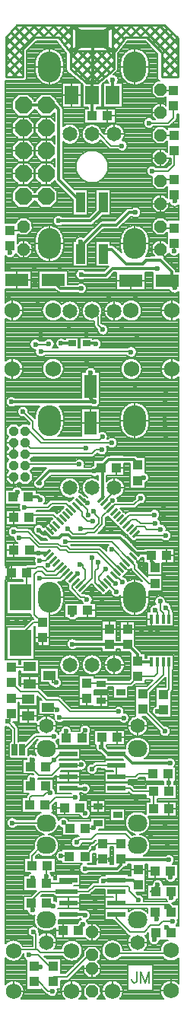
<source format=gtl>
G04 DipTrace 3.3.0.0*
G04 uPeaks.GTL*
%MOIN*%
G04 #@! TF.FileFunction,Copper,L1,Top*
G04 #@! TF.Part,Single*
%AMOUTLINE0*
4,1,8,
0.008698,-0.021,
0.021,-0.008698,
0.021,0.008698,
0.008698,0.021,
-0.008698,0.021,
-0.021,0.008698,
-0.021,-0.008698,
-0.008698,-0.021,
0.008698,-0.021,
0*%
%AMOUTLINE3*
4,1,8,
-0.015325,0.037,
-0.037,0.015325,
-0.037,-0.015325,
-0.015325,-0.037,
0.015325,-0.037,
0.037,-0.015325,
0.037,0.015325,
0.015325,0.037,
-0.015325,0.037,
0*%
%AMOUTLINE6*
4,1,8,
-0.010769,-0.026,
-0.026,-0.010769,
-0.026,0.010769,
-0.010769,0.026,
0.010769,0.026,
0.026,0.010769,
0.026,-0.010769,
0.010769,-0.026,
-0.010769,-0.026,
0*%
%AMOUTLINE9*
4,1,8,
0.010769,0.026,
0.026,0.010769,
0.026,-0.010769,
0.010769,-0.026,
-0.010769,-0.026,
-0.026,-0.010769,
-0.026,0.010769,
-0.010769,0.026,
0.010769,0.026,
0*%
%AMOUTLINE12*
4,1,4,
-0.010385,-0.017455,
-0.017455,-0.010385,
0.010385,0.017455,
0.017455,0.010385,
-0.010385,-0.017455,
0*%
%AMOUTLINE15*
4,1,4,
0.010385,-0.017455,
-0.017455,0.010385,
-0.010385,0.017455,
0.017455,-0.010385,
0.010385,-0.017455,
0*%
%AMOUTLINE18*
4,1,4,
-0.0125,-0.025,
0.0125,-0.025,
0.0125,0.025,
-0.0125,0.025,
-0.0125,-0.025,
0*%
G04 #@! TA.AperFunction,Conductor*
%ADD14C,0.012*%
%ADD15C,0.0065*%
%ADD16C,0.007*%
%ADD17C,0.006496*%
G04 #@! TA.AperFunction,CopperBalancing*
%ADD18C,0.008*%
%ADD19C,0.015*%
%ADD20C,0.01*%
%ADD23R,0.102362X0.055118*%
%ADD24R,0.043307X0.03937*%
%ADD25R,0.055118X0.102362*%
%ADD26R,0.03937X0.043307*%
%ADD27R,0.03937X0.086614*%
%ADD28R,0.059X0.079*%
%ADD29R,0.15X0.079*%
%ADD30R,0.03937X0.027559*%
%ADD31R,0.016142X0.040157*%
%ADD32R,0.07874X0.023622*%
G04 #@! TA.AperFunction,ComponentPad*
%ADD35O,0.085X0.075*%
%ADD36C,0.065*%
%ADD39R,0.033465X0.027559*%
%ADD40R,0.094488X0.11811*%
%ADD41R,0.055118X0.03937*%
G04 #@! TA.AperFunction,ComponentPad*
%ADD42O,0.1X0.135*%
%ADD43C,0.069*%
G04 #@! TA.AperFunction,ViaPad*
%ADD44C,0.023622*%
%ADD92C,0.00772*%
G04 #@! TA.AperFunction,ComponentPad*
%ADD95OUTLINE0*%
%ADD98OUTLINE3*%
%ADD101OUTLINE6*%
%ADD104OUTLINE9*%
%ADD107OUTLINE12*%
%ADD110OUTLINE15*%
%ADD113OUTLINE18*%
%FSLAX26Y26*%
G04*
G70*
G90*
G75*
G01*
G04 Top*
%LPD*%
X785449Y3094832D2*
D14*
Y3154466D1*
X793983Y4431622D2*
X792163Y4429802D1*
Y4370200D1*
Y4279152D1*
X792009Y4278999D1*
X594274Y2362870D2*
X557736D1*
X528741D1*
X516163Y2375449D1*
X557736Y2465126D2*
X576475Y2446387D1*
X594274D1*
X984017Y2362870D2*
X1041587D1*
X1051378Y2353079D1*
X830904Y2599500D2*
X836360Y2604957D1*
Y2736932D1*
X830661D1*
X559912Y2669200D2*
X551310D1*
X604173Y2722063D1*
X801070D1*
X815938Y2736932D1*
X830661D1*
X512457Y2608726D2*
X553728D1*
X564879Y2597575D1*
X801070Y3025896D2*
X785449Y3041517D1*
Y3094832D1*
X1066163Y2298629D2*
Y2312088D1*
X1051378Y2326873D1*
Y2353079D1*
X594274Y2446387D2*
X610005Y2430655D1*
X646324D1*
X658681Y2443012D1*
X688252D1*
X700146Y2431118D1*
X915770D1*
X984017Y2362870D1*
X830661Y2736932D2*
Y2740268D1*
X863904Y2773511D1*
X975332D1*
X991163Y2757680D1*
Y2748629D1*
X793983Y4431622D2*
Y4615379D1*
X791163Y4618200D1*
X766163Y3282066D2*
X808146D1*
Y3280811D1*
X801070Y3025896D2*
X438406D1*
X705629Y2251514D2*
X728739Y2274625D1*
X705483Y2112949D2*
Y2092630D1*
X947412Y1962950D2*
X867983D1*
X866163Y1964770D1*
X704739D1*
X1051706Y1885891D2*
X995461D1*
X991825Y1889526D1*
Y1918537D1*
X947412Y1962950D1*
X703171Y3282066D2*
X655504D1*
X1128478Y1885891D2*
D15*
Y1768377D1*
X1104469Y1744367D1*
X916285Y1091063D2*
X839966D1*
X839039Y1090137D1*
X815448D1*
X794625Y1069314D1*
X759658Y1034346D1*
X760394Y1157154D2*
X795361D1*
X798867Y1160660D1*
X817160Y1178953D1*
X798867Y1069314D2*
X794625D1*
X767997Y1793125D2*
X828175D1*
X830089Y1791210D1*
X960438D1*
X991825Y1822597D1*
X1077297Y1885891D2*
Y1835804D1*
X1064089Y1822597D1*
X991825D1*
X1102887Y1885891D2*
Y1830738D1*
X1018529Y1746379D1*
X1013753D1*
X588511Y1427399D2*
X594424D1*
X623912Y1456887D1*
X651070Y1484045D1*
X686721D1*
X606198Y1314158D2*
X588450Y1331907D1*
Y1342560D1*
X606198Y1314158D2*
X589819D1*
X576610Y1300949D1*
X527518D1*
X518550Y1291980D1*
Y1259799D1*
X591121Y916739D2*
Y946228D1*
Y998671D1*
X595592Y994200D1*
X591121Y916739D2*
X700698D1*
X686352Y931085D1*
X591121Y829167D2*
X609446D1*
X620979Y817634D1*
X649951Y2502064D2*
Y2504160D1*
X622589Y2531522D1*
X515177D1*
Y2519293D1*
X1077297Y2074867D2*
Y2105514D1*
X1068299Y2114512D1*
Y2492715D2*
X1003619D1*
X985762Y2510572D1*
X964686D1*
X942260Y2488146D1*
X1102887Y2074867D2*
Y2101224D1*
X1089730Y2114382D1*
Y2151942D1*
X1092306Y2467764D2*
X1031710D1*
X1020696Y2478778D1*
X988570D1*
X970098Y2460306D1*
X984017Y2446387D2*
Y2439692D1*
X1113984D1*
Y2124722D2*
X1128478Y2110228D1*
Y2074867D1*
X693465Y1157154D2*
X691888D1*
X666689Y1182353D1*
X743491Y1435589D2*
X741946Y1434045D1*
X686721D1*
X657685D1*
X614782Y1391142D1*
X557839D1*
X521581Y1427399D1*
Y1467773D1*
X531612Y1457743D1*
Y1369825D2*
X521521Y1379916D1*
Y1342560D1*
X676713Y1583525D2*
X679312Y1580925D1*
Y1552488D1*
X524192Y829167D2*
Y805942D1*
X531436Y798698D1*
Y939978D2*
X517665Y926207D1*
Y923265D1*
X524192Y916739D1*
X686352Y881085D2*
X642020D1*
X656087Y1036555D2*
X690520D1*
X692728Y1034346D1*
X686352Y881085D2*
X775948D1*
X799959Y905097D1*
X947885D1*
X953743Y899239D1*
Y884593D1*
X994137Y844200D1*
X1063409Y670029D2*
X1072290Y678909D1*
Y699635D1*
X642020Y881085D2*
X565549D1*
X531436Y846972D1*
Y798698D1*
X844823Y2585581D2*
Y2589116D1*
X889163Y2633455D1*
Y2649200D1*
X608193Y2460306D2*
X622113Y2474226D1*
X621298D1*
X593215Y2502308D1*
X608193Y2460306D2*
X607408D1*
X578011Y2489703D1*
X928340Y2307193D2*
X928629D1*
X956982Y2278840D1*
X691710Y2265434D2*
X690117D1*
X664221Y2239538D1*
X447626Y2847224D2*
Y2797224D1*
X970098Y2348951D2*
Y2348541D1*
X998257Y2320382D1*
Y2308530D1*
X1032197Y2274591D1*
Y2266008D1*
X1111865D1*
X447626Y2847224D2*
D3*
X1091163Y3694200D2*
Y3681700D1*
X1153663Y3619200D1*
X747387Y2599500D2*
X757140D1*
X772360Y2584281D1*
X763303Y2823370D2*
X521480D1*
X497626Y2847224D1*
X733469Y2585581D2*
X736226D1*
X769478Y2552329D1*
Y2534504D1*
X773843Y2530139D1*
X735546Y2752411D2*
X497626D1*
Y2747224D1*
X719549Y2571661D2*
Y2570878D1*
X746369Y2544058D1*
Y2526706D1*
X770286Y2502789D1*
X794459D1*
X834156Y2816743D2*
X808140D1*
X791846Y2800449D1*
X500850D1*
X497626Y2797224D1*
X858743Y2571661D2*
X862541D1*
Y2575751D1*
X880459Y2593669D1*
X877929Y2847154D2*
X569289D1*
X519218Y2897224D1*
X497626D1*
X908559Y1669200D2*
X693915D1*
X643056Y1720058D1*
X592451D1*
X555139Y1757370D1*
X477283D1*
X438808Y1795845D1*
X900501Y2279354D2*
Y2280404D1*
X853671Y2327235D1*
Y2325442D1*
X813399Y2365714D1*
X686937D1*
X676440Y2376211D1*
X651487D1*
X637109Y2390589D1*
X557365D1*
X517631Y2430323D1*
X472744D1*
X563912Y549343D2*
X556894Y556361D1*
X538958D1*
Y552236D1*
X536658D1*
X1147677Y4388741D2*
D16*
X1096621D1*
X1091163Y4394200D1*
X1152315Y4195059D2*
X1092022D1*
X1091163Y4194200D1*
X1152315Y4000449D2*
X1097412D1*
X1091163Y3994200D1*
X1152315Y3787949D2*
X1097413D1*
X1091163Y3794200D1*
X649951Y2307193D2*
D15*
Y2306993D1*
X625211Y2282253D1*
X593682D1*
X572789Y2303147D1*
X551425D1*
X544684Y2296406D1*
X503970D1*
Y2277730D1*
X504383D1*
Y2196432D1*
X477130Y2169179D1*
X663871Y2293273D2*
X662177D1*
X635118Y2266214D1*
X589357D1*
X572129Y2283442D1*
X551427D1*
X537937Y2269953D1*
Y2094673D1*
X573255Y2059356D1*
X534661D1*
X444857Y1969551D1*
X477130D1*
X914420Y2293273D2*
X910839D1*
X824394Y2379718D1*
X693741D1*
X681024Y2392436D1*
X654419D1*
X642205Y2404650D1*
X561862D1*
X509812Y2456700D1*
X447412D1*
X514886Y602367D2*
X555335D1*
X604902Y552801D1*
X621992D1*
X844823Y2223676D2*
D17*
Y2224009D1*
X820894Y2247938D1*
Y2260555D1*
X852513Y2292175D1*
X1040984Y4248409D2*
X1125051D1*
X1147677Y4271035D1*
Y4321812D1*
X858743Y2237596D2*
Y2232869D1*
X897412Y2194200D1*
X1054736Y4037528D2*
X1124812D1*
X1152315Y4065030D1*
Y4128130D1*
X872663Y2251514D2*
X894871Y2229306D1*
X1152877Y3905689D2*
X1151367D1*
Y3934467D1*
X1152315Y3933520D1*
X886581Y2265434D2*
Y2264299D1*
X898392Y2252488D1*
X907854D1*
X923873Y2236470D1*
X1150001Y3688400D2*
Y3718706D1*
X1152315Y3721020D1*
X438808Y1862774D2*
D15*
X514029D1*
X517071Y1865816D1*
X1139219Y699635D2*
Y708643D1*
X1122803Y725059D1*
X1117047D1*
Y812451D2*
X1136337D1*
Y790051D1*
Y813685D1*
X1127315Y822707D1*
X898950D1*
Y831085D1*
Y881085D1*
X536658Y485307D2*
X557787D1*
X598895Y444200D1*
X616163D1*
X621992Y485871D2*
Y506700D1*
X681467D1*
X777627Y602860D1*
X791163D1*
X432039Y3776168D2*
D17*
X473131D1*
X491163Y3794200D1*
X942260Y2321112D2*
D15*
X942095D1*
X884669Y2378537D1*
X876871D1*
X836404Y2872940D2*
X823684Y2860219D1*
X581083D1*
X532781Y2908521D1*
Y2938892D1*
X488487Y2983186D1*
X431457Y3680483D2*
Y3708656D1*
X432039Y3709239D1*
X1136778Y878853D2*
Y856343D1*
X1139416Y853705D1*
X1135907Y943545D2*
X1134574Y944878D1*
Y969353D1*
X1143370Y748783D2*
X1100879D1*
X1083933Y731837D1*
X1049054D1*
X1020004Y702787D1*
X958514D1*
X898950Y762352D1*
Y781085D1*
X1069408Y790051D2*
Y764126D1*
X1074706Y758828D1*
X1079234Y909547D2*
X1048539Y878853D1*
X1069849D1*
X1078894Y1670986D2*
X1104469D1*
Y1677438D1*
X585479Y1259799D2*
X598824D1*
X632553Y1293528D1*
X718748D1*
X723315Y1096021D2*
X737014Y1109721D1*
X787819D1*
X812365Y1134266D1*
X939096D1*
X991163Y1082200D1*
X528663Y994200D2*
Y1038395D1*
X572467Y1082200D1*
X591163D1*
X746241Y1552488D2*
Y1572243D1*
X761068Y1587070D1*
X791163Y1417617D2*
X807591Y1434045D1*
X899319D1*
Y1384045D2*
X980907D1*
X993188Y1396325D1*
X1057206D1*
X899319Y1384045D2*
Y1434045D1*
X1060302Y1318832D2*
X972395D1*
X957182Y1334045D1*
X899319D1*
X1061308Y1242428D2*
Y1317825D1*
X1060302Y1318832D1*
X1127231D2*
Y1356988D1*
Y1393230D1*
X1124135Y1396325D1*
X1013753Y1679450D2*
X1110619Y1582584D1*
X489848Y3925650D2*
D14*
X589848D1*
X643778Y3819200D2*
X785630D1*
X840623Y3874193D1*
Y3899526D1*
X591163Y1181200D2*
D15*
X441663D1*
X421213Y1625352D2*
X430598D1*
Y1652663D1*
X436848Y1658912D1*
X451722Y1501475D2*
Y1594843D1*
X421213Y1625352D1*
X489848Y4325650D2*
D14*
X589848D1*
X740623Y3899526D2*
Y3904197D1*
X645337Y3999483D1*
Y4306921D1*
X626609Y4325650D1*
X589848D1*
X436848Y1725841D2*
D15*
X511619D1*
X512551Y1724909D1*
X930374Y1641051D2*
X651786D1*
X648241Y1644595D1*
X623430Y1561302D2*
X545012D1*
X485186Y1501476D1*
Y1501475D1*
X830904Y2209757D2*
D17*
X829314D1*
X805499Y2233572D1*
Y2285975D1*
X817197Y2297673D1*
Y2322875D1*
X922616Y4148008D2*
X874854D1*
X823938Y4198924D1*
X791163D1*
X747387Y2209757D2*
X792677Y2255046D1*
Y2343841D1*
X838667Y3342416D2*
X816163Y3364920D1*
Y3398924D1*
X791163Y3423924D1*
X798551Y2548087D2*
X805182D1*
Y2532238D1*
X819535Y2517885D1*
Y2494434D1*
X796121Y2471020D1*
X741648D1*
X737315Y2311883D2*
X752018D1*
Y2299198D1*
X761218Y2289999D1*
Y2251427D1*
X733469Y2223676D1*
X719549Y2237596D2*
Y2236724D1*
X703908Y2221084D1*
Y2208735D1*
X741866Y2170777D1*
X757684D1*
X768815Y2159646D1*
X445528Y2608726D2*
D15*
X462913D1*
Y2631668D1*
X560480Y2253084D2*
X651521D1*
X677790Y2279354D1*
X622113Y2335032D2*
X623135D1*
X597070Y2308966D1*
X566163Y3246501D2*
X964160D1*
X962448Y3244789D1*
X608193Y2348951D2*
X589137Y2329894D1*
X562434D1*
X543119Y3278232D2*
X602140D1*
Y3280033D1*
X702095Y621693D2*
Y613106D1*
X564845D1*
X551979Y625972D1*
X450425D1*
X446140Y621688D1*
X551979Y625972D2*
X550808Y627143D1*
X549867D1*
X545597Y631413D1*
Y693638D1*
X534280Y704955D1*
X494916Y2565038D2*
X596627D1*
X613289Y2581700D1*
X679067D1*
X703024Y2557743D1*
X705629D1*
X1136424Y622308D2*
Y608696D1*
X895773D1*
X896400Y609323D1*
X880470D1*
Y622303D1*
X928340Y2502064D2*
Y2504259D1*
X955781Y2531700D1*
X1065266D1*
X872663Y2557743D2*
X873975D1*
X891487Y2575255D1*
X975744D1*
X1003799Y2603310D1*
X1016163Y2694200D2*
X991163D1*
Y2681700D1*
X872663Y2557743D2*
X870861D1*
X836045Y2522927D1*
Y2488902D1*
X801919Y2454776D1*
X770374D1*
X762354Y2446756D1*
X708478D1*
X683512Y2471722D1*
X636180Y1676088D2*
X624760Y1687508D1*
X599165D1*
X1066163Y2231700D2*
X1041163D1*
X978663Y2294200D1*
Y2311765D1*
X955396Y2335032D1*
X956179D1*
X955294D2*
X876154Y2414172D1*
X674295D1*
X633831Y1795724D2*
X616203D1*
Y1815896D1*
X603685Y1828415D1*
X740623Y3674723D2*
D14*
Y3706160D1*
X834948Y3800484D1*
X897448D1*
X953663Y3856700D1*
X981920D1*
X882349Y4436764D2*
X882163Y4436577D1*
Y4370200D1*
X622273Y3560888D2*
Y3553450D1*
X652558Y3523165D1*
X743207D1*
X740623Y3726719D2*
Y3674723D1*
X743207Y3584085D2*
Y3580673D1*
X851075D1*
X880539Y3610138D1*
X1077816D1*
X1132920Y1443927D2*
X966436D1*
X926318Y1484045D1*
X899319D1*
X898950Y931085D2*
X972541D1*
X992974Y910652D1*
X899319Y1484045D2*
X860969D1*
X830340Y1514673D1*
X834088D1*
Y1555240D1*
X840491Y926982D2*
X844595Y931085D1*
X898950D1*
X1121858Y3556861D2*
X1141163D1*
Y3595463D1*
X1089848Y3646778D1*
X1028781D1*
X1013702Y3631700D1*
X941163D1*
X878663Y3694200D1*
X860100D1*
X840623Y3674723D1*
X1121858Y3556861D2*
X1153163Y3525556D1*
X1128663Y1019200D2*
X921219D1*
X916285Y1024134D1*
Y997508D1*
X900156Y981379D1*
X759945D1*
Y776934D2*
X755794Y781085D1*
X686352D1*
X750870Y735810D2*
X749696Y736984D1*
X731735Y719025D1*
Y709260D1*
X759945Y1331562D2*
X689203D1*
X686721Y1334045D1*
X759945Y1223550D2*
Y1224740D1*
X736971Y1247714D1*
D44*
X785449Y3154466D3*
X793983Y4431622D3*
X557736Y2465126D3*
Y2362870D3*
X559912Y2669200D3*
X564879Y2597575D3*
X801070Y3025896D3*
Y2722063D3*
X793983Y4431622D3*
X808146Y3280811D3*
X438406Y3025896D3*
X801070D3*
X728739Y2274625D3*
X705483Y2092630D3*
X704739Y1964770D3*
X655504Y3282066D3*
X798867Y1069314D3*
Y1160660D3*
X606198Y1314158D3*
X623912Y1456887D3*
X606198Y1314158D3*
X620979Y817634D3*
X591121Y946228D3*
X1068299Y2114512D3*
Y2492715D3*
X1089730Y2151942D3*
X1092306Y2467764D3*
X1113984Y2439692D3*
Y2124722D3*
X666689Y1182353D3*
X743491Y1435589D3*
X531612Y1457743D3*
Y1369825D3*
X676713Y1583525D3*
X531436Y798698D3*
Y939978D3*
X642020Y881085D3*
X656087Y1036555D3*
X994137Y844200D3*
X1063409Y670029D3*
X772360Y2584281D3*
X763303Y2823370D3*
X773843Y2530139D3*
X735546Y2752411D3*
X794459Y2502789D3*
X834156Y2816743D3*
X880459Y2593669D3*
X877929Y2847154D3*
X908559Y1669200D3*
X472744Y2430323D3*
X563912Y549343D3*
X447412Y2456700D3*
X514886Y602367D3*
X852513Y2292175D3*
X1040984Y4248409D3*
X897412Y2194200D3*
X1054736Y4037528D3*
X894871Y2229306D3*
X1152877Y3905689D3*
X923873Y2236470D3*
X1150001Y3688400D3*
X1117047Y725059D3*
Y812451D3*
X616163Y444200D3*
X876871Y2378537D3*
X836404Y2872940D3*
X488487Y2983186D3*
X431457Y3680483D3*
X1139416Y853705D3*
X1135907Y943545D3*
X1143370Y748783D3*
X1139416Y853705D3*
X1074706Y758828D3*
X1079234Y909547D3*
X1078894Y1670986D3*
X718748Y1293528D3*
X723315Y1096021D3*
X761068Y1587070D3*
X791163Y1417617D3*
X1110619Y1582584D3*
X1127231Y1356988D3*
X643778Y3819200D3*
X441663Y1181200D3*
X421213Y1625352D3*
D3*
X930374Y1641051D3*
X648241Y1644595D3*
X623430Y1561302D3*
X817197Y2322875D3*
X922616Y4148008D3*
X792677Y2343841D3*
X838667Y3342416D3*
X798551Y2548087D3*
X741648Y2471020D3*
X737315Y2311883D3*
X768815Y2159646D3*
X462913Y2631668D3*
X560480Y2253084D3*
X462913Y2631668D3*
X597070Y2308966D3*
X566163Y3246501D3*
X962448Y3244789D3*
X562434Y2329894D3*
X543119Y3278232D3*
X602140Y3280033D3*
X534280Y704955D3*
X494916Y2565038D3*
X1065266Y2531700D3*
X1003799Y2603310D3*
X1016163Y2694200D3*
X683512Y2471722D3*
X636180Y1676088D3*
X674295Y2414172D3*
X633831Y1795724D3*
X981920Y3856700D3*
X882349Y4436764D3*
X743207Y3523165D3*
X740623Y3726719D3*
X1077816Y3610138D3*
X1132920Y1443927D3*
X743207Y3584085D3*
X840491Y926982D3*
X830340Y1514673D3*
X1153163Y3525556D3*
X1128663Y1019200D3*
X759945Y981379D3*
Y776934D3*
X750870Y735810D3*
X759945Y1331562D3*
Y981379D3*
Y1223550D3*
X422412Y2069200D3*
X421071Y2252075D3*
X421039Y2306798D3*
X459912Y2069200D3*
X497412D3*
X547412Y1962950D3*
X803663Y800449D3*
Y844200D3*
X703663Y981700D3*
X803663Y1019200D3*
X872412D3*
X791163Y1331700D3*
Y1381700D3*
X984912Y1281700D3*
X1109912Y1175449D3*
X1122412Y1081700D3*
X1047412Y1125449D3*
X659912Y1081700D3*
X840217Y2457287D3*
X847119Y2391856D3*
X791163Y2200449D3*
X834912Y2156700D3*
X634912Y2619200D3*
X1103663Y2569200D3*
Y2525449D3*
X1046358Y2022218D3*
X634912Y2556700D3*
X875916Y2459306D3*
X1078532Y2020660D3*
X1006920Y2022736D3*
X1114344Y3067472D3*
X1110298Y3030056D3*
X1111310Y2992640D3*
X1112320Y2950168D3*
Y2913764D3*
X1113332Y2869268D3*
X982371Y3099268D3*
X922144Y3350673D3*
X986810Y3310913D3*
X766163Y3319200D3*
X566163D3*
X766163Y3206700D3*
X690043Y3343878D3*
X781303Y3537836D3*
X650361Y3620618D3*
X424888Y3609533D3*
X536680Y3606703D3*
X539982Y3542550D3*
X553663Y3469200D3*
X426776Y3494912D3*
X979904Y3489245D3*
X863984Y3479916D3*
X1153663Y3619200D3*
X1020576Y2302963D3*
X546810Y4606629D2*
D18*
X634647D1*
X947684D2*
X1023007D1*
X538950Y4598760D2*
X640944D1*
X941387D2*
X1030881D1*
X531075Y4590891D2*
X647224D1*
X935091D2*
X1038740D1*
X523215Y4583022D2*
X653522D1*
X928794D2*
X1046616D1*
X515340Y4575154D2*
X659819D1*
X922497D2*
X1054491D1*
X507466Y4567285D2*
X575179D1*
X633138D2*
X666116D1*
X916215D2*
X949179D1*
X1007138D2*
X1062350D1*
X504278Y4559416D2*
X563272D1*
X645043D2*
X672412D1*
X909919D2*
X937272D1*
X1019043D2*
X1070224D1*
X504278Y4551547D2*
X555444D1*
X652871D2*
X678037D1*
X904278D2*
X929444D1*
X1026871D2*
X1078037D1*
X504278Y4543679D2*
X549866D1*
X658450D2*
X678037D1*
X904278D2*
X923866D1*
X1032450D2*
X1078037D1*
X504278Y4535810D2*
X545896D1*
X662434D2*
X678037D1*
X904278D2*
X919896D1*
X1036434D2*
X1078037D1*
X504278Y4527941D2*
X543194D1*
X665122D2*
X678037D1*
X904278D2*
X917194D1*
X1039122D2*
X1078037D1*
X504278Y4520072D2*
X541616D1*
X666715D2*
X678037D1*
X904278D2*
X915616D1*
X1040715D2*
X1078037D1*
X504278Y4512203D2*
X541037D1*
X667278D2*
X678037D1*
X904278D2*
X915037D1*
X1041278D2*
X1078037D1*
X504278Y4504335D2*
X541037D1*
X667278D2*
X678037D1*
X904278D2*
X915037D1*
X1041278D2*
X1078037D1*
X504278Y4496466D2*
X541037D1*
X667278D2*
X678037D1*
X904278D2*
X915037D1*
X1041278D2*
X1078037D1*
X504278Y4488597D2*
X541037D1*
X667278D2*
X678037D1*
X904278D2*
X915037D1*
X1041278D2*
X1078037D1*
X504278Y4480728D2*
X541037D1*
X667278D2*
X678084D1*
X904247D2*
X915037D1*
X1041278D2*
X1078037D1*
X504278Y4472860D2*
X541163D1*
X667168D2*
X681787D1*
X900543D2*
X915163D1*
X1041168D2*
X1078037D1*
X504278Y4464991D2*
X542147D1*
X666168D2*
X691163D1*
X891154D2*
X916147D1*
X1040168D2*
X1078037D1*
X504278Y4457122D2*
X544194D1*
X664122D2*
X700616D1*
X896106D2*
X918194D1*
X1038122D2*
X1078037D1*
X504278Y4449253D2*
X547412D1*
X660919D2*
X710053D1*
X903794D2*
X921412D1*
X1034919D2*
X1078037D1*
X503950Y4441385D2*
X552022D1*
X656310D2*
X719491D1*
X906840D2*
X926022D1*
X1030310D2*
X1078366D1*
X498091Y4433516D2*
X558428D1*
X649903D2*
X728944D1*
X853387D2*
X857627D1*
X907059D2*
X932428D1*
X1023903D2*
X1084224D1*
X412200Y4425647D2*
X567616D1*
X640700D2*
X738381D1*
X843950D2*
X860131D1*
X904559D2*
X941616D1*
X1014700D2*
X1067616D1*
X412200Y4417778D2*
X583068D1*
X625262D2*
X659537D1*
X834778D2*
X839537D1*
X924778D2*
X957068D1*
X999262D2*
X1059756D1*
X412200Y4409909D2*
X659537D1*
X744778D2*
X749543D1*
X834778D2*
X839537D1*
X924778D2*
X1053084D1*
X412200Y4402041D2*
X659537D1*
X744778D2*
X749543D1*
X834778D2*
X839537D1*
X924778D2*
X1052037D1*
X412200Y4394172D2*
X659537D1*
X744778D2*
X749543D1*
X834778D2*
X839537D1*
X924778D2*
X1052037D1*
X412200Y4386303D2*
X659537D1*
X744778D2*
X749543D1*
X834778D2*
X839537D1*
X924778D2*
X1052037D1*
X412184Y4378434D2*
X659537D1*
X744778D2*
X749543D1*
X834778D2*
X839537D1*
X924778D2*
X1053100D1*
X412184Y4370566D2*
X464209D1*
X515482D2*
X564209D1*
X615482D2*
X659537D1*
X744778D2*
X749543D1*
X834778D2*
X839537D1*
X924778D2*
X1059803D1*
X412184Y4362697D2*
X456350D1*
X523356D2*
X556350D1*
X623356D2*
X659537D1*
X744778D2*
X749543D1*
X834778D2*
X839537D1*
X924778D2*
X1067679D1*
X412184Y4354828D2*
X448475D1*
X531215D2*
X548475D1*
X631215D2*
X659537D1*
X744778D2*
X749543D1*
X834778D2*
X839537D1*
X924778D2*
X1114866D1*
X412184Y4346959D2*
X441272D1*
X638419D2*
X659537D1*
X744778D2*
X749543D1*
X834778D2*
X839537D1*
X924778D2*
X1114866D1*
X412184Y4339091D2*
X439724D1*
X639966D2*
X659537D1*
X744778D2*
X749543D1*
X834778D2*
X839537D1*
X924778D2*
X1114866D1*
X412184Y4331222D2*
X439724D1*
X647747D2*
X659537D1*
X744778D2*
X749543D1*
X834778D2*
X839537D1*
X924778D2*
X1074084D1*
X1108231D2*
X1114866D1*
X412184Y4323353D2*
X439724D1*
X744778D2*
X749543D1*
X834778D2*
X839537D1*
X924778D2*
X1065319D1*
X412184Y4315484D2*
X439724D1*
X662340D2*
X773037D1*
X811278D2*
X1057459D1*
X412184Y4307616D2*
X440022D1*
X664450D2*
X757240D1*
X893715D2*
X1052335D1*
X412184Y4299747D2*
X445209D1*
X534497D2*
X545209D1*
X664450D2*
X757240D1*
X893715D2*
X1052037D1*
X412184Y4291878D2*
X453068D1*
X526622D2*
X553068D1*
X664450D2*
X757240D1*
X893715D2*
X1052037D1*
X412184Y4284009D2*
X460944D1*
X518762D2*
X560944D1*
X618762D2*
X626224D1*
X664450D2*
X757240D1*
X893715D2*
X1052037D1*
X1164043D2*
X1170020D1*
X412184Y4276140D2*
X626224D1*
X664450D2*
X757240D1*
X893715D2*
X1054428D1*
X1164043D2*
X1170020D1*
X412184Y4268272D2*
X461928D1*
X517778D2*
X561928D1*
X617778D2*
X626224D1*
X664450D2*
X757240D1*
X893715D2*
X1026475D1*
X1055482D2*
X1062100D1*
X1163794D2*
X1170022D1*
X412184Y4260403D2*
X454053D1*
X525638D2*
X554053D1*
X664450D2*
X757240D1*
X893715D2*
X1019240D1*
X1159856D2*
X1170022D1*
X412184Y4252534D2*
X446179D1*
X533512D2*
X546179D1*
X664450D2*
X757240D1*
X893715D2*
X1016412D1*
X1151997D2*
X1170022D1*
X412184Y4244665D2*
X440287D1*
X664450D2*
X1016350D1*
X1144122D2*
X1170022D1*
X412184Y4236797D2*
X439724D1*
X718356D2*
X766396D1*
X815934D2*
X863959D1*
X914356D2*
X1019037D1*
X1136215D2*
X1170037D1*
X412184Y4228928D2*
X439724D1*
X727512D2*
X757068D1*
X825262D2*
X854819D1*
X923512D2*
X1025944D1*
X1056028D2*
X1070896D1*
X1111434D2*
X1119507D1*
X412184Y4221059D2*
X439724D1*
X733091D2*
X751396D1*
X830934D2*
X849240D1*
X929091D2*
X1063037D1*
X412168Y4213190D2*
X439724D1*
X736543D2*
X747881D1*
X834450D2*
X845787D1*
X932543D2*
X1055194D1*
X412168Y4205322D2*
X440787D1*
X738356D2*
X746007D1*
X934356D2*
X1052053D1*
X412168Y4197453D2*
X447491D1*
X532200D2*
X547491D1*
X738747D2*
X745568D1*
X934747D2*
X1052037D1*
X412168Y4189584D2*
X455366D1*
X524325D2*
X555366D1*
X737747D2*
X746522D1*
X933747D2*
X1052037D1*
X412168Y4181715D2*
X463240D1*
X516466D2*
X563240D1*
X616466D2*
X626224D1*
X735231D2*
X748975D1*
X931231D2*
X1052163D1*
X412168Y4173846D2*
X468584D1*
X511106D2*
X568584D1*
X611106D2*
X626224D1*
X730919D2*
X753209D1*
X926919D2*
X1056522D1*
X412168Y4165978D2*
X459631D1*
X520075D2*
X559631D1*
X620075D2*
X626224D1*
X724043D2*
X759975D1*
X822356D2*
X834068D1*
X939528D2*
X1064396D1*
X412168Y4158109D2*
X451756D1*
X527934D2*
X551756D1*
X664450D2*
X674459D1*
X711856D2*
X771850D1*
X810482D2*
X841944D1*
X945325D2*
X1072522D1*
X1109794D2*
X1119507D1*
X412168Y4150240D2*
X443896D1*
X535810D2*
X543896D1*
X664450D2*
X849803D1*
X947450D2*
X1119507D1*
X412168Y4142371D2*
X439803D1*
X664450D2*
X857679D1*
X946871D2*
X1119507D1*
X412168Y4134503D2*
X439724D1*
X664450D2*
X866303D1*
X943419D2*
X1119507D1*
X412168Y4126634D2*
X439724D1*
X664450D2*
X776100D1*
X806231D2*
X910616D1*
X934622D2*
X1068600D1*
X1113715D2*
X1119507D1*
X412168Y4118765D2*
X439724D1*
X664450D2*
X755116D1*
X827215D2*
X1060740D1*
X412168Y4110896D2*
X439724D1*
X664450D2*
X743912D1*
X838403D2*
X1053568D1*
X412168Y4103028D2*
X442116D1*
X537575D2*
X542131D1*
X664450D2*
X736068D1*
X846262D2*
X1052037D1*
X412168Y4095159D2*
X449787D1*
X529903D2*
X549787D1*
X664450D2*
X730240D1*
X852091D2*
X1052037D1*
X412168Y4087290D2*
X457663D1*
X522043D2*
X557663D1*
X622043D2*
X626224D1*
X664450D2*
X725881D1*
X856450D2*
X1052037D1*
X1130278D2*
X1135944D1*
X412168Y4079421D2*
X465553D1*
X514138D2*
X565553D1*
X614138D2*
X626224D1*
X664450D2*
X722694D1*
X859622D2*
X1052709D1*
X1129606D2*
X1135944D1*
X412168Y4071553D2*
X465209D1*
X514497D2*
X565209D1*
X614497D2*
X626224D1*
X664450D2*
X720553D1*
X861778D2*
X1058819D1*
X1123512D2*
X1135944D1*
X412168Y4063684D2*
X457335D1*
X522356D2*
X557335D1*
X664450D2*
X719335D1*
X862997D2*
X1066694D1*
X1115638D2*
X1128147D1*
X412168Y4055815D2*
X449459D1*
X530231D2*
X549459D1*
X664450D2*
X718991D1*
X863325D2*
X1038194D1*
X1071278D2*
X1120287D1*
X412154Y4047946D2*
X441896D1*
X537810D2*
X541900D1*
X664450D2*
X719522D1*
X862794D2*
X1032179D1*
X412154Y4040077D2*
X439724D1*
X664450D2*
X720944D1*
X861371D2*
X1029944D1*
X412154Y4032209D2*
X439724D1*
X664450D2*
X723319D1*
X859012D2*
X1030396D1*
X412154Y4024340D2*
X439724D1*
X664450D2*
X726740D1*
X855575D2*
X1033724D1*
X412154Y4016471D2*
X439724D1*
X664450D2*
X731396D1*
X850919D2*
X1042147D1*
X412154Y4008602D2*
X439850D1*
X664450D2*
X737631D1*
X844700D2*
X1052584D1*
X412154Y4000734D2*
X444209D1*
X535482D2*
X544209D1*
X670794D2*
X746068D1*
X836262D2*
X1052037D1*
X412154Y3992865D2*
X452084D1*
X527606D2*
X552084D1*
X678668D2*
X758428D1*
X823887D2*
X1052037D1*
X412154Y3984996D2*
X459959D1*
X519747D2*
X559959D1*
X619747D2*
X633116D1*
X686528D2*
X1052037D1*
X412154Y3977127D2*
X469366D1*
X510340D2*
X569366D1*
X610340D2*
X640991D1*
X694403D2*
X1053772D1*
X412154Y3969259D2*
X462912D1*
X516794D2*
X562912D1*
X616794D2*
X648850D1*
X702278D2*
X1061116D1*
X412154Y3961390D2*
X455037D1*
X524654D2*
X555037D1*
X624654D2*
X656724D1*
X710138D2*
X1068975D1*
X1113340D2*
X1119507D1*
X412154Y3953521D2*
X447179D1*
X532528D2*
X547179D1*
X632528D2*
X664584D1*
X773434D2*
X807819D1*
X873434D2*
X1119507D1*
X412154Y3945652D2*
X440647D1*
X639043D2*
X672459D1*
X773434D2*
X807819D1*
X873434D2*
X1119507D1*
X412154Y3937783D2*
X439724D1*
X639966D2*
X680335D1*
X773434D2*
X807819D1*
X873434D2*
X1119507D1*
X412154Y3929915D2*
X439724D1*
X639966D2*
X688194D1*
X773434D2*
X807819D1*
X873434D2*
X1072022D1*
X1110310D2*
X1119507D1*
X412154Y3922046D2*
X439724D1*
X639966D2*
X696068D1*
X773434D2*
X807819D1*
X873434D2*
X1064022D1*
X412154Y3914177D2*
X439724D1*
X639966D2*
X703928D1*
X773434D2*
X807819D1*
X873434D2*
X1056147D1*
X412154Y3906308D2*
X440396D1*
X639294D2*
X707819D1*
X773434D2*
X807819D1*
X873434D2*
X1052116D1*
X412154Y3898440D2*
X446507D1*
X533184D2*
X546507D1*
X633184D2*
X707819D1*
X773434D2*
X807819D1*
X873434D2*
X1052037D1*
X412154Y3890571D2*
X454381D1*
X525325D2*
X554381D1*
X625325D2*
X707819D1*
X773434D2*
X807819D1*
X873434D2*
X1052037D1*
X412138Y3882702D2*
X462240D1*
X517450D2*
X562240D1*
X617450D2*
X707819D1*
X773434D2*
X807819D1*
X873434D2*
X1052068D1*
X1130262D2*
X1144740D1*
X1161012D2*
X1170084D1*
X412138Y3874833D2*
X707819D1*
X773434D2*
X807819D1*
X873434D2*
X950256D1*
X998638D2*
X1055537D1*
X1126794D2*
X1170084D1*
X412138Y3866965D2*
X707819D1*
X773434D2*
X806694D1*
X873434D2*
X937224D1*
X1004559D2*
X1063412D1*
X1118919D2*
X1170084D1*
X412138Y3859096D2*
X707819D1*
X773434D2*
X798819D1*
X873434D2*
X929350D1*
X1006731D2*
X1071287D1*
X1111028D2*
X1170084D1*
X412138Y3851227D2*
X707819D1*
X773434D2*
X790944D1*
X873434D2*
X921475D1*
X1006215D2*
X1170084D1*
X412138Y3843358D2*
X783084D1*
X836497D2*
X913616D1*
X1002825D2*
X1170100D1*
X412138Y3835490D2*
X625179D1*
X828622D2*
X905740D1*
X959168D2*
X969616D1*
X994231D2*
X1170100D1*
X412138Y3827621D2*
X469584D1*
X512731D2*
X620366D1*
X820762D2*
X897881D1*
X951294D2*
X1069584D1*
X1112731D2*
X1170100D1*
X412138Y3819752D2*
X461724D1*
X520606D2*
X618850D1*
X812887D2*
X890007D1*
X943419D2*
X1061724D1*
X412138Y3811883D2*
X454163D1*
X528154D2*
X619991D1*
X805028D2*
X819631D1*
X935559D2*
X1054163D1*
X530278Y3804014D2*
X624224D1*
X796684D2*
X811772D1*
X927684D2*
X1052037D1*
X530278Y3796146D2*
X584663D1*
X623668D2*
X635850D1*
X651700D2*
X803896D1*
X919825D2*
X958663D1*
X997668D2*
X1052037D1*
X530278Y3788277D2*
X568381D1*
X639934D2*
X796037D1*
X911950D2*
X942381D1*
X1013934D2*
X1052037D1*
X529903Y3780408D2*
X558944D1*
X649387D2*
X788163D1*
X841575D2*
X932944D1*
X1023387D2*
X1052412D1*
X524497Y3772539D2*
X552381D1*
X655950D2*
X780287D1*
X833715D2*
X926381D1*
X1029950D2*
X1057835D1*
X516622Y3764671D2*
X547679D1*
X660654D2*
X772428D1*
X825840D2*
X921679D1*
X1034654D2*
X1065694D1*
X464840Y3756802D2*
X474912D1*
X507403D2*
X544381D1*
X663950D2*
X764553D1*
X817982D2*
X918381D1*
X1037950D2*
X1074912D1*
X1107403D2*
X1119507D1*
X464840Y3748933D2*
X542256D1*
X666075D2*
X730396D1*
X750856D2*
X756694D1*
X810106D2*
X916256D1*
X1040075D2*
X1119507D1*
X464840Y3741064D2*
X541194D1*
X667138D2*
X720412D1*
X802231D2*
X915194D1*
X1041138D2*
X1119507D1*
X464840Y3733196D2*
X541037D1*
X667278D2*
X716584D1*
X794371D2*
X915037D1*
X1041278D2*
X1119507D1*
X515028Y3725327D2*
X541037D1*
X667278D2*
X707819D1*
X786497D2*
X807819D1*
X873434D2*
X915037D1*
X1041278D2*
X1067303D1*
X1115028D2*
X1119507D1*
X522903Y3717458D2*
X541037D1*
X667278D2*
X707819D1*
X778638D2*
X807819D1*
X873434D2*
X915037D1*
X1041278D2*
X1059428D1*
X529387Y3709589D2*
X541037D1*
X667278D2*
X707819D1*
X773434D2*
X807819D1*
X889403D2*
X915037D1*
X1041278D2*
X1052944D1*
X530278Y3701721D2*
X541037D1*
X667278D2*
X707819D1*
X773434D2*
X807819D1*
X897856D2*
X915037D1*
X1041278D2*
X1052037D1*
X530278Y3693852D2*
X541537D1*
X666794D2*
X707819D1*
X773434D2*
X807819D1*
X905715D2*
X915537D1*
X1040794D2*
X1052037D1*
X530278Y3685983D2*
X543053D1*
X665262D2*
X707819D1*
X773434D2*
X807819D1*
X1039262D2*
X1052037D1*
X529075Y3678114D2*
X545679D1*
X662654D2*
X707819D1*
X773434D2*
X807819D1*
X1036654D2*
X1053256D1*
X454106Y3670245D2*
X460131D1*
X522200D2*
X549568D1*
X658762D2*
X707819D1*
X773434D2*
X807819D1*
X1032762D2*
X1060131D1*
X1122200D2*
X1133303D1*
X448215Y3662377D2*
X467991D1*
X514325D2*
X555022D1*
X653310D2*
X707819D1*
X773434D2*
X807819D1*
X1114325D2*
X1170116D1*
X412122Y3654508D2*
X562663D1*
X645668D2*
X707819D1*
X773434D2*
X807819D1*
X1108825D2*
X1170116D1*
X412122Y3646639D2*
X574179D1*
X634154D2*
X707819D1*
X773434D2*
X807819D1*
X1116700D2*
X1170131D1*
X412122Y3638770D2*
X707819D1*
X773434D2*
X807819D1*
X1124559D2*
X1170131D1*
X412122Y3630902D2*
X707819D1*
X773434D2*
X807819D1*
X1132434D2*
X1170131D1*
X412122Y3623033D2*
X707819D1*
X773434D2*
X807819D1*
X1140310D2*
X1170131D1*
X412122Y3615164D2*
X858850D1*
X1148168D2*
X1170131D1*
X412122Y3607295D2*
X735803D1*
X750606D2*
X850991D1*
X1155950D2*
X1170131D1*
X525154Y3599427D2*
X557975D1*
X686575D2*
X723787D1*
X762638D2*
X843116D1*
X1159856D2*
X1170131D1*
X525154Y3591558D2*
X557975D1*
X686575D2*
X719459D1*
X888668D2*
X896147D1*
X1024747D2*
X1057553D1*
X525154Y3583689D2*
X557975D1*
X686575D2*
X718287D1*
X880794D2*
X896147D1*
X1024747D2*
X1057553D1*
X525154Y3575820D2*
X557975D1*
X686575D2*
X719740D1*
X872934D2*
X896147D1*
X1024747D2*
X1057553D1*
X525154Y3567951D2*
X557975D1*
X686575D2*
X724459D1*
X865059D2*
X896147D1*
X1024747D2*
X1057553D1*
X525154Y3560083D2*
X557975D1*
X686575D2*
X739928D1*
X746503D2*
X896147D1*
X1024747D2*
X1057553D1*
X525154Y3552214D2*
X557975D1*
X686575D2*
X896147D1*
X1024747D2*
X1057553D1*
X525154Y3544345D2*
X557975D1*
X686575D2*
X730850D1*
X755575D2*
X896147D1*
X1024747D2*
X1057553D1*
X525154Y3536476D2*
X557975D1*
X764138D2*
X896147D1*
X1024747D2*
X1057553D1*
X525154Y3528608D2*
X557975D1*
X767512D2*
X896147D1*
X1024747D2*
X1057553D1*
X412106Y3520739D2*
X628272D1*
X768012D2*
X896147D1*
X1024747D2*
X1057553D1*
X412106Y3512870D2*
X636147D1*
X765825D2*
X1131835D1*
X412106Y3505001D2*
X649366D1*
X759887D2*
X1139724D1*
X412106Y3497133D2*
X1170147D1*
X412106Y3489264D2*
X1170147D1*
X412106Y3481395D2*
X1170147D1*
X412106Y3473526D2*
X1170147D1*
X412106Y3465658D2*
X416123D1*
X468466D2*
X592835D1*
X646075D2*
X675335D1*
X710997D2*
X774022D1*
X808310D2*
X871335D1*
X906997D2*
X936303D1*
X988591D2*
X1113366D1*
X477747Y3457789D2*
X583740D1*
X655168D2*
X662694D1*
X723638D2*
X761007D1*
X821325D2*
X858694D1*
X919638D2*
X927007D1*
X997887D2*
X1104287D1*
X483512Y3449920D2*
X578053D1*
X730668D2*
X753850D1*
X828482D2*
X851663D1*
X1003668D2*
X1098616D1*
X487184Y3442051D2*
X574459D1*
X735075D2*
X749366D1*
X832950D2*
X847256D1*
X1007340D2*
X1095022D1*
X489247Y3434182D2*
X572459D1*
X737654D2*
X746724D1*
X835591D2*
X844663D1*
X1009403D2*
X1093022D1*
X489903Y3426314D2*
X571835D1*
X738731D2*
X745600D1*
X836715D2*
X843600D1*
X1010075D2*
X1092412D1*
X489247Y3418445D2*
X572553D1*
X738419D2*
X745881D1*
X836450D2*
X843912D1*
X1009403D2*
X1093131D1*
X487184Y3410576D2*
X574663D1*
X736668D2*
X747568D1*
X834747D2*
X845663D1*
X1007356D2*
X1095240D1*
X483528Y3402707D2*
X578396D1*
X733294D2*
X750881D1*
X832059D2*
X849037D1*
X1003700D2*
X1098975D1*
X477762Y3394839D2*
X584256D1*
X727825D2*
X756256D1*
X832528D2*
X854507D1*
X997934D2*
X1104850D1*
X468482Y3386970D2*
X593724D1*
X645184D2*
X667412D1*
X718919D2*
X765007D1*
X832528D2*
X863412D1*
X914919D2*
X936224D1*
X988668D2*
X1114350D1*
X1165715D2*
X1170158D1*
X412091Y3379101D2*
X799787D1*
X832528D2*
X1170163D1*
X412091Y3371232D2*
X799787D1*
X832668D2*
X1170163D1*
X412091Y3363364D2*
X799866D1*
X851450D2*
X1170163D1*
X412091Y3355495D2*
X802975D1*
X859747D2*
X1170179D1*
X412091Y3347626D2*
X810647D1*
X863028D2*
X1170179D1*
X412091Y3339757D2*
X813881D1*
X863450D2*
X1170179D1*
X412091Y3331888D2*
X816147D1*
X861184D2*
X1170179D1*
X412091Y3324020D2*
X822256D1*
X855091D2*
X1170179D1*
X412091Y3316151D2*
X1170179D1*
X412091Y3308282D2*
X1170179D1*
X412091Y3300413D2*
X532819D1*
X553419D2*
X588412D1*
X615856D2*
X639037D1*
X823012D2*
X1170179D1*
X412091Y3292545D2*
X522896D1*
X623575D2*
X632959D1*
X830028D2*
X1170179D1*
X412091Y3284676D2*
X519068D1*
X626622D2*
X630709D1*
X832762D2*
X1170179D1*
X412091Y3276807D2*
X518224D1*
X626856D2*
X631147D1*
X832747D2*
X1170179D1*
X412091Y3268938D2*
X520053D1*
X624371D2*
X634459D1*
X829950D2*
X1170179D1*
X412091Y3261070D2*
X525350D1*
X981059D2*
X1170179D1*
X412091Y3253201D2*
X542179D1*
X985871D2*
X1170194D1*
X412091Y3245332D2*
X541256D1*
X987371D2*
X1170194D1*
X412091Y3237463D2*
X542991D1*
X986247D2*
X1170194D1*
X412075Y3229595D2*
X548147D1*
X584184D2*
X942896D1*
X981997D2*
X1170194D1*
X412075Y3221726D2*
X954553D1*
X970340D2*
X1170194D1*
X412075Y3213857D2*
X424194D1*
X460403D2*
X600944D1*
X638810D2*
X944694D1*
X981043D2*
X1121147D1*
X1158919D2*
X1170194D1*
X473466Y3205988D2*
X588319D1*
X651434D2*
X931663D1*
X994075D2*
X1108491D1*
X480794Y3198119D2*
X581131D1*
X658622D2*
X924350D1*
X1001387D2*
X1101303D1*
X485482Y3190251D2*
X576537D1*
X663215D2*
X919679D1*
X1006059D2*
X1096709D1*
X488340Y3182382D2*
X573740D1*
X666012D2*
X916819D1*
X1008919D2*
X1093896D1*
X489731Y3174513D2*
X572412D1*
X667340D2*
X771209D1*
X799684D2*
X915428D1*
X1010310D2*
X1092568D1*
X489762Y3166644D2*
X572428D1*
X667325D2*
X763819D1*
X807075D2*
X915396D1*
X1010340D2*
X1092584D1*
X488466Y3158776D2*
X573803D1*
X665950D2*
X760912D1*
X809997D2*
X916709D1*
X1009028D2*
X1093959D1*
X485684Y3150907D2*
X576647D1*
X663106D2*
X744772D1*
X826122D2*
X919491D1*
X1006247D2*
X1096787D1*
X481122Y3143038D2*
X581303D1*
X658466D2*
X744772D1*
X826122D2*
X924068D1*
X1001668D2*
X1101444D1*
X473982Y3135169D2*
X588584D1*
X651184D2*
X744772D1*
X826122D2*
X931209D1*
X994528D2*
X1108709D1*
X412075Y3127301D2*
X423084D1*
X461497D2*
X601491D1*
X638262D2*
X744772D1*
X826122D2*
X943724D1*
X982012D2*
X1121600D1*
X1158466D2*
X1170209D1*
X412075Y3119432D2*
X744772D1*
X826122D2*
X1170209D1*
X412075Y3111563D2*
X744772D1*
X826122D2*
X1170209D1*
X412075Y3103694D2*
X744772D1*
X826122D2*
X1170209D1*
X412075Y3095825D2*
X744772D1*
X826122D2*
X1170209D1*
X412075Y3087957D2*
X744772D1*
X826122D2*
X1170209D1*
X412075Y3080088D2*
X744772D1*
X826122D2*
X1170209D1*
X412075Y3072219D2*
X744772D1*
X826122D2*
X1170209D1*
X412059Y3064350D2*
X744772D1*
X826122D2*
X1170209D1*
X412059Y3056482D2*
X744772D1*
X826122D2*
X1170224D1*
X412059Y3048613D2*
X429459D1*
X447340D2*
X744772D1*
X826122D2*
X1170224D1*
X412059Y3040744D2*
X418584D1*
X826122D2*
X1170224D1*
X826122Y3032875D2*
X1170224D1*
X825982Y3025007D2*
X1170224D1*
X824356Y3017138D2*
X948896D1*
X1007434D2*
X1170224D1*
X412059Y3009269D2*
X420116D1*
X819356D2*
X937100D1*
X1019231D2*
X1170224D1*
X412059Y3001400D2*
X471866D1*
X505122D2*
X555319D1*
X652997D2*
X929319D1*
X1026997D2*
X1170224D1*
X412059Y2993532D2*
X465881D1*
X511091D2*
X549787D1*
X658543D2*
X744772D1*
X826122D2*
X923787D1*
X1032543D2*
X1170224D1*
X412059Y2985663D2*
X463679D1*
X513294D2*
X545835D1*
X662497D2*
X744772D1*
X826122D2*
X919835D1*
X1036497D2*
X1170224D1*
X412059Y2977794D2*
X464163D1*
X516700D2*
X543163D1*
X665168D2*
X744772D1*
X826122D2*
X917163D1*
X1039168D2*
X1170224D1*
X412059Y2969925D2*
X467522D1*
X524575D2*
X541584D1*
X666731D2*
X744772D1*
X826122D2*
X915584D1*
X1040731D2*
X1170224D1*
X412059Y2962056D2*
X476037D1*
X532434D2*
X541037D1*
X667278D2*
X744772D1*
X826122D2*
X915037D1*
X1041278D2*
X1170240D1*
X412059Y2954188D2*
X494663D1*
X667278D2*
X744772D1*
X826122D2*
X915037D1*
X1041278D2*
X1170240D1*
X412059Y2946319D2*
X502537D1*
X667278D2*
X744772D1*
X826122D2*
X915037D1*
X1041278D2*
X1170240D1*
X412059Y2938450D2*
X510396D1*
X667278D2*
X744772D1*
X826122D2*
X915037D1*
X1041278D2*
X1170240D1*
X412059Y2930581D2*
X516412D1*
X667278D2*
X744772D1*
X826122D2*
X915037D1*
X1041278D2*
X1170240D1*
X412059Y2922713D2*
X425194D1*
X470059D2*
X475194D1*
X667154D2*
X744772D1*
X826122D2*
X915179D1*
X1041154D2*
X1170240D1*
X412059Y2914844D2*
X417323D1*
X666138D2*
X744772D1*
X826122D2*
X916179D1*
X1040138D2*
X1170240D1*
X664075Y2906975D2*
X744772D1*
X826122D2*
X918240D1*
X1038075D2*
X1170240D1*
X660840Y2899106D2*
X744772D1*
X826122D2*
X921491D1*
X1034840D2*
X1170240D1*
X656215Y2891238D2*
X744772D1*
X852934D2*
X926116D1*
X1030215D2*
X1170240D1*
X649747Y2883369D2*
X744772D1*
X858966D2*
X932568D1*
X1023747D2*
X1170240D1*
X412043Y2875500D2*
X421428D1*
X861200D2*
X941835D1*
X1014497D2*
X1170240D1*
X412043Y2867631D2*
X420116D1*
X891497D2*
X957491D1*
X998825D2*
X1170240D1*
X899310Y2859762D2*
X1170256D1*
X902387Y2851894D2*
X1170256D1*
X902654Y2844025D2*
X1170256D1*
X900215Y2836156D2*
X1170256D1*
X412043Y2828287D2*
X418647D1*
X856154D2*
X862083D1*
X893778D2*
X1170256D1*
X412043Y2820419D2*
X422896D1*
X858810D2*
X1170256D1*
X858715Y2812550D2*
X1170256D1*
X855856Y2804681D2*
X1170256D1*
X811028Y2796812D2*
X819756D1*
X848559D2*
X1170256D1*
X803138Y2788944D2*
X853224D1*
X985997D2*
X1170256D1*
X529231Y2781075D2*
X844756D1*
X1023966D2*
X1170256D1*
X412043Y2773206D2*
X423724D1*
X521528D2*
X722507D1*
X748591D2*
X836896D1*
X1023966D2*
X1170256D1*
X412043Y2765337D2*
X417807D1*
X756715D2*
X795881D1*
X1023966D2*
X1170272D1*
X759934Y2757469D2*
X795881D1*
X1023966D2*
X1170272D1*
X760310Y2749600D2*
X795881D1*
X932371D2*
X958366D1*
X1023966D2*
X1170272D1*
X757982Y2741731D2*
X786287D1*
X932371D2*
X958366D1*
X1023966D2*
X1170272D1*
X530825Y2733862D2*
X589256D1*
X932371D2*
X958366D1*
X1023966D2*
X1170272D1*
X412028Y2725993D2*
X420944D1*
X524310D2*
X581396D1*
X932371D2*
X958366D1*
X1023966D2*
X1170272D1*
X412028Y2718125D2*
X420600D1*
X524654D2*
X573522D1*
X932371D2*
X958366D1*
X1023966D2*
X1170272D1*
X530966Y2710256D2*
X565663D1*
X932371D2*
X958366D1*
X1034982D2*
X1170272D1*
X531747Y2702387D2*
X557787D1*
X611200D2*
X786303D1*
X855482D2*
X958366D1*
X1039668D2*
X1170272D1*
X531747Y2694518D2*
X549912D1*
X603340D2*
X817240D1*
X855482D2*
X958366D1*
X1041091D2*
X1170272D1*
X531606Y2686650D2*
X542053D1*
X595466D2*
X667740D1*
X718591D2*
X766163D1*
X855482D2*
X863740D1*
X914591D2*
X958366D1*
X1039887D2*
X1170272D1*
X412028Y2678781D2*
X418140D1*
X527106D2*
X534896D1*
X587606D2*
X658694D1*
X727638D2*
X756928D1*
X923638D2*
X958366D1*
X1035528D2*
X1170272D1*
X412028Y2670912D2*
X426022D1*
X469231D2*
X476022D1*
X519231D2*
X532272D1*
X584778D2*
X653147D1*
X733168D2*
X751303D1*
X929168D2*
X958366D1*
X1023966D2*
X1170272D1*
X412028Y2663043D2*
X533256D1*
X584043D2*
X649740D1*
X736591D2*
X747819D1*
X932591D2*
X958366D1*
X1023966D2*
X1170287D1*
X412028Y2655175D2*
X456663D1*
X469168D2*
X538724D1*
X580356D2*
X647944D1*
X738387D2*
X745975D1*
X934387D2*
X958366D1*
X1023966D2*
X1170287D1*
X412028Y2647306D2*
X443740D1*
X482091D2*
X548959D1*
X570856D2*
X647584D1*
X738747D2*
X745568D1*
X934747D2*
X1170287D1*
X547231Y2639437D2*
X648616D1*
X737700D2*
X746553D1*
X933700D2*
X1170287D1*
X547231Y2631568D2*
X651163D1*
X735168D2*
X749037D1*
X931168D2*
X1170287D1*
X565091Y2623700D2*
X655507D1*
X748482D2*
X753315D1*
X926825D2*
X990100D1*
X1017512D2*
X1170287D1*
X581466Y2615831D2*
X662444D1*
X919887D2*
X982366D1*
X1025231D2*
X1170287D1*
X587466Y2607962D2*
X674803D1*
X907528D2*
X979319D1*
X1028278D2*
X1170287D1*
X589684Y2600093D2*
X702772D1*
X904512D2*
X977756D1*
X1028512D2*
X1170287D1*
X589215Y2592224D2*
X600991D1*
X905340D2*
X969896D1*
X1026028D2*
X1170287D1*
X585871Y2584356D2*
X593131D1*
X1019528D2*
X1170287D1*
X412012Y2576487D2*
X472881D1*
X999794D2*
X1170287D1*
X412012Y2568618D2*
X470256D1*
X991934D2*
X1170303D1*
X412012Y2560749D2*
X470366D1*
X615154D2*
X663022D1*
X982200D2*
X1170303D1*
X412012Y2552881D2*
X473272D1*
X607154D2*
X654709D1*
X923591D2*
X1052912D1*
X1077622D2*
X1170303D1*
X631168Y2545012D2*
X648163D1*
X930138D2*
X946912D1*
X1086200D2*
X1170303D1*
X1089575Y2537143D2*
X1170303D1*
X1090075Y2529274D2*
X1170303D1*
X857340Y2521406D2*
X862944D1*
X1087887D2*
X1170303D1*
X549950Y2513537D2*
X615366D1*
X852419D2*
X871475D1*
X1081950D2*
X1170303D1*
X549950Y2505668D2*
X607740D1*
X852419D2*
X878679D1*
X1089466D2*
X1170303D1*
X549950Y2497799D2*
X599631D1*
X852419D2*
X886631D1*
X1092684D2*
X1170303D1*
X549950Y2489930D2*
X592740D1*
X852419D2*
X894412D1*
X1102638D2*
X1170303D1*
X412012Y2482062D2*
X539740D1*
X575731D2*
X583881D1*
X850825D2*
X902287D1*
X1112543D2*
X1170303D1*
X412012Y2474193D2*
X429991D1*
X464840D2*
X534568D1*
X844154D2*
X910584D1*
X1116371D2*
X1170303D1*
X412012Y2466324D2*
X424491D1*
X523012D2*
X532835D1*
X836294D2*
X918022D1*
X1117200D2*
X1170319D1*
X412012Y2458455D2*
X422537D1*
X828419D2*
X926850D1*
X1129950D2*
X1170319D1*
X412012Y2450587D2*
X423272D1*
X820543D2*
X933756D1*
X1136310D2*
X1170319D1*
X412012Y2442718D2*
X426944D1*
X930871D2*
X941850D1*
X1138731D2*
X1170319D1*
X412012Y2434849D2*
X436366D1*
X554482D2*
X561303D1*
X938747D2*
X949491D1*
X1138419D2*
X1170319D1*
X412012Y2426980D2*
X448053D1*
X562356D2*
X586975D1*
X946622D2*
X957366D1*
X1135294D2*
X1170319D1*
X412012Y2419112D2*
X450568D1*
X954482D2*
X965396D1*
X981871D2*
X1100584D1*
X1127387D2*
X1170319D1*
X411997Y2411243D2*
X457179D1*
X962356D2*
X1170319D1*
X970215Y2403374D2*
X1170319D1*
X700778Y2395505D2*
X858912D1*
X978091D2*
X1170319D1*
X839294Y2387637D2*
X853724D1*
X985966D2*
X1170319D1*
X847168Y2379768D2*
X851975D1*
X1153075D2*
X1170319D1*
X1153075Y2371899D2*
X1170319D1*
X1153075Y2364030D2*
X1170335D1*
X1153075Y2356161D2*
X1170335D1*
X1153075Y2348293D2*
X1170335D1*
X411997Y2340424D2*
X539928D1*
X1007638D2*
X1016600D1*
X1153075D2*
X1170335D1*
X411997Y2332555D2*
X537647D1*
X999106D2*
X1016600D1*
X1153075D2*
X1170335D1*
X411997Y2324686D2*
X538068D1*
X991903D2*
X1016600D1*
X1153075D2*
X1170335D1*
X411997Y2316818D2*
X541350D1*
X994184D2*
X1033366D1*
X1098966D2*
X1170335D1*
X995028Y2308949D2*
X1033366D1*
X1098966D2*
X1170335D1*
X995028Y2301080D2*
X1033366D1*
X1098966D2*
X1170335D1*
X1002466Y2293211D2*
X1033366D1*
X1098966D2*
X1170335D1*
X952559Y2285343D2*
X965053D1*
X1010340D2*
X1033366D1*
X1098966D2*
X1170335D1*
X943747Y2277474D2*
X972568D1*
X1018215D2*
X1033366D1*
X1098966D2*
X1170335D1*
X936810Y2269605D2*
X980444D1*
X1026075D2*
X1033366D1*
X1098966D2*
X1170350D1*
X928731Y2261736D2*
X988303D1*
X1098966D2*
X1170350D1*
X941387Y2253867D2*
X996179D1*
X1098966D2*
X1170350D1*
X946840Y2245999D2*
X958194D1*
X998138D2*
X1004037D1*
X1098966D2*
X1170350D1*
X411982Y2238130D2*
X416764D1*
X656654D2*
X673131D1*
X1098966D2*
X1170350D1*
X411982Y2230261D2*
X416764D1*
X649528D2*
X680819D1*
X1098966D2*
X1170350D1*
X411982Y2222392D2*
X416764D1*
X656043D2*
X687600D1*
X782840D2*
X793866D1*
X1098966D2*
X1170350D1*
X411982Y2214524D2*
X416764D1*
X660731D2*
X687537D1*
X776606D2*
X801679D1*
X1098966D2*
X1170350D1*
X411982Y2206655D2*
X416764D1*
X663997D2*
X687679D1*
X769575D2*
X808709D1*
X1098966D2*
X1170350D1*
X411982Y2198786D2*
X416764D1*
X666106D2*
X691131D1*
X761715D2*
X816584D1*
X865997D2*
X870001D1*
X1098966D2*
X1170350D1*
X411982Y2190917D2*
X416764D1*
X667138D2*
X698912D1*
X753840D2*
X824444D1*
X858122D2*
X872709D1*
X1041138D2*
X1170350D1*
X411982Y2183049D2*
X416764D1*
X667278D2*
X706772D1*
X775497D2*
X832350D1*
X850215D2*
X875209D1*
X1041278D2*
X1170350D1*
X411982Y2175180D2*
X416764D1*
X667278D2*
X714647D1*
X788075D2*
X881756D1*
X1041278D2*
X1082428D1*
X1097028D2*
X1170350D1*
X411982Y2167311D2*
X416764D1*
X667278D2*
X722522D1*
X792497D2*
X915037D1*
X1041278D2*
X1070319D1*
X1109138D2*
X1170366D1*
X411982Y2159442D2*
X416764D1*
X667278D2*
X730396D1*
X793747D2*
X915037D1*
X1041278D2*
X1065991D1*
X1113466D2*
X1170366D1*
X411982Y2151574D2*
X416764D1*
X667278D2*
X745272D1*
X792356D2*
X915037D1*
X1041278D2*
X1064803D1*
X1114654D2*
X1170366D1*
X411982Y2143705D2*
X416764D1*
X807184D2*
X915553D1*
X1040762D2*
X1066240D1*
X1129684D2*
X1170366D1*
X411982Y2135836D2*
X416764D1*
X665231D2*
X670709D1*
X807184D2*
X917100D1*
X1039231D2*
X1056209D1*
X1136200D2*
X1170366D1*
X411982Y2127967D2*
X416764D1*
X662591D2*
X670709D1*
X807184D2*
X919740D1*
X1036591D2*
X1047475D1*
X1138700D2*
X1170366D1*
X411982Y2120098D2*
X416764D1*
X658668D2*
X670709D1*
X807184D2*
X923647D1*
X1032668D2*
X1044022D1*
X1141325D2*
X1170366D1*
X411982Y2112230D2*
X416764D1*
X653184D2*
X670709D1*
X807184D2*
X929131D1*
X1027184D2*
X1043475D1*
X1144715D2*
X1170366D1*
X411982Y2104361D2*
X416764D1*
X645497D2*
X670709D1*
X807184D2*
X936835D1*
X1019497D2*
X1030522D1*
X1149668D2*
X1170366D1*
X411982Y2096492D2*
X521568D1*
X633871D2*
X670709D1*
X807184D2*
X948444D1*
X1007871D2*
X1030522D1*
X1149668D2*
X1170366D1*
X411982Y2088623D2*
X522787D1*
X606059D2*
X670709D1*
X807184D2*
X1030522D1*
X1149668D2*
X1170366D1*
X411966Y2080755D2*
X529037D1*
X606059D2*
X683679D1*
X727294D2*
X1030522D1*
X1149668D2*
X1170366D1*
X411966Y2072886D2*
X526163D1*
X606059D2*
X690803D1*
X720154D2*
X1030522D1*
X1149668D2*
X1170381D1*
X411966Y2065017D2*
X517507D1*
X606059D2*
X833366D1*
X898966D2*
X1030522D1*
X1149668D2*
X1170381D1*
X411966Y2057148D2*
X509631D1*
X606059D2*
X833366D1*
X898966D2*
X914600D1*
X980215D2*
X1030522D1*
X1149668D2*
X1170381D1*
X411966Y2049280D2*
X501772D1*
X606059D2*
X833366D1*
X898966D2*
X914600D1*
X980215D2*
X1030522D1*
X1149668D2*
X1170381D1*
X411966Y2041411D2*
X493896D1*
X606059D2*
X833366D1*
X898966D2*
X914600D1*
X980215D2*
X1170381D1*
X411966Y2033542D2*
X416760D1*
X606059D2*
X833366D1*
X898966D2*
X914600D1*
X980215D2*
X1170381D1*
X411966Y2025673D2*
X416760D1*
X606059D2*
X833366D1*
X898966D2*
X914600D1*
X980215D2*
X1170381D1*
X411966Y2017804D2*
X416760D1*
X606059D2*
X833366D1*
X898966D2*
X914600D1*
X980215D2*
X1170381D1*
X411966Y2009936D2*
X416760D1*
X606059D2*
X833366D1*
X898966D2*
X914600D1*
X980215D2*
X1170381D1*
X411966Y2002067D2*
X416760D1*
X606059D2*
X833366D1*
X898966D2*
X914600D1*
X980215D2*
X1170381D1*
X411966Y1994198D2*
X416760D1*
X606059D2*
X833366D1*
X898966D2*
X914600D1*
X980215D2*
X1170381D1*
X411966Y1986329D2*
X416760D1*
X606059D2*
X693100D1*
X716371D2*
X833366D1*
X898966D2*
X914600D1*
X980215D2*
X1170381D1*
X411966Y1978461D2*
X416760D1*
X606059D2*
X684068D1*
X980215D2*
X1170381D1*
X411966Y1970592D2*
X416760D1*
X606059D2*
X680522D1*
X980215D2*
X1170396D1*
X411966Y1962723D2*
X416760D1*
X606059D2*
X679896D1*
X980215D2*
X1170396D1*
X411966Y1954854D2*
X416760D1*
X537497D2*
X681944D1*
X982215D2*
X1170396D1*
X411966Y1946986D2*
X416760D1*
X537497D2*
X687631D1*
X990091D2*
X1170396D1*
X411966Y1939117D2*
X416760D1*
X537497D2*
X833366D1*
X898966D2*
X914600D1*
X997950D2*
X1170396D1*
X411966Y1931248D2*
X416760D1*
X537497D2*
X833366D1*
X898966D2*
X914600D1*
X1005825D2*
X1170396D1*
X411950Y1923379D2*
X416757D1*
X537497D2*
X959022D1*
X1024638D2*
X1170396D1*
X411950Y1915511D2*
X416757D1*
X537497D2*
X674975D1*
X711340D2*
X773647D1*
X808684D2*
X870975D1*
X907340D2*
X959022D1*
X1024638D2*
X1030522D1*
X1149668D2*
X1170396D1*
X411950Y1907642D2*
X416757D1*
X537497D2*
X662522D1*
X723810D2*
X760835D1*
X821497D2*
X858522D1*
X919810D2*
X959022D1*
X1024638D2*
X1030522D1*
X1149668D2*
X1170396D1*
X411950Y1899773D2*
X416757D1*
X537497D2*
X655553D1*
X730778D2*
X753740D1*
X828575D2*
X851553D1*
X926778D2*
X959022D1*
X1149668D2*
X1170396D1*
X471606Y1891904D2*
X476396D1*
X557747D2*
X651194D1*
X735138D2*
X749303D1*
X833012D2*
X847194D1*
X931138D2*
X959022D1*
X1149668D2*
X1170396D1*
X471606Y1884035D2*
X476396D1*
X557747D2*
X648631D1*
X737684D2*
X746694D1*
X835622D2*
X844631D1*
X933684D2*
X959022D1*
X1149668D2*
X1170396D1*
X557747Y1876167D2*
X647584D1*
X738747D2*
X745600D1*
X836731D2*
X843584D1*
X934747D2*
X959022D1*
X1149668D2*
X1170412D1*
X557747Y1868298D2*
X647928D1*
X738387D2*
X745896D1*
X836434D2*
X843928D1*
X934387D2*
X959022D1*
X1149668D2*
X1170412D1*
X557747Y1860429D2*
X649709D1*
X736622D2*
X747616D1*
X834700D2*
X845709D1*
X932622D2*
X959022D1*
X1149668D2*
X1170412D1*
X557747Y1852560D2*
X563007D1*
X644371D2*
X653116D1*
X733215D2*
X750959D1*
X831356D2*
X849116D1*
X929215D2*
X959022D1*
X1144840D2*
X1170412D1*
X471606Y1844692D2*
X476396D1*
X557747D2*
X563007D1*
X644371D2*
X658631D1*
X727700D2*
X756381D1*
X825934D2*
X854631D1*
X923700D2*
X959022D1*
X1144840D2*
X1170412D1*
X471606Y1836823D2*
X476396D1*
X557747D2*
X563007D1*
X644371D2*
X667631D1*
X718700D2*
X765209D1*
X817106D2*
X863631D1*
X914700D2*
X959022D1*
X1144840D2*
X1170412D1*
X471606Y1828954D2*
X563007D1*
X644371D2*
X959022D1*
X1144840D2*
X1170412D1*
X471606Y1821085D2*
X476396D1*
X557747D2*
X563007D1*
X644371D2*
X735194D1*
X800810D2*
X959022D1*
X1144840D2*
X1170412D1*
X471606Y1813217D2*
X476396D1*
X557747D2*
X563007D1*
X651247D2*
X735194D1*
X862887D2*
X959022D1*
X1144840D2*
X1170412D1*
X471606Y1805348D2*
X476396D1*
X557747D2*
X563007D1*
X656762D2*
X735194D1*
X1024638D2*
X1054679D1*
X1100310D2*
X1112100D1*
X1144840D2*
X1170412D1*
X471606Y1797479D2*
X476396D1*
X557747D2*
X563007D1*
X658700D2*
X735194D1*
X1024638D2*
X1046803D1*
X1092450D2*
X1112100D1*
X1144840D2*
X1170412D1*
X471606Y1789610D2*
X476396D1*
X557747D2*
X601084D1*
X657982D2*
X735194D1*
X1024638D2*
X1038944D1*
X1084575D2*
X1112100D1*
X1144840D2*
X1170412D1*
X557747Y1781741D2*
X608553D1*
X654294D2*
X735194D1*
X973794D2*
X1031068D1*
X1076715D2*
X1112100D1*
X1144840D2*
X1170412D1*
X557747Y1773873D2*
X622787D1*
X644871D2*
X735194D1*
X862887D2*
X883896D1*
X949512D2*
X980944D1*
X1144840D2*
X1170428D1*
X569325Y1766004D2*
X735194D1*
X862887D2*
X883896D1*
X949512D2*
X980944D1*
X1060966D2*
X1071663D1*
X1144668D2*
X1170428D1*
X577200Y1758135D2*
X735194D1*
X800810D2*
X883896D1*
X949512D2*
X980944D1*
X1053106D2*
X1071663D1*
X1141012D2*
X1170428D1*
X585059Y1750266D2*
X735194D1*
X800810D2*
X883896D1*
X949512D2*
X980944D1*
X1046559D2*
X1071663D1*
X1137278D2*
X1170428D1*
X592934Y1742398D2*
X735194D1*
X862887D2*
X883896D1*
X949512D2*
X980944D1*
X1046559D2*
X1071663D1*
X1137278D2*
X1170428D1*
X649606Y1734529D2*
X735194D1*
X862887D2*
X883896D1*
X949512D2*
X980944D1*
X1046559D2*
X1071663D1*
X1137278D2*
X1170428D1*
X553231Y1726660D2*
X563037D1*
X659278D2*
X735194D1*
X862887D2*
X980944D1*
X1046559D2*
X1071663D1*
X1137278D2*
X1170428D1*
X553231Y1718791D2*
X558491D1*
X667138D2*
X735194D1*
X862887D2*
X980944D1*
X1046559D2*
X1071663D1*
X1137278D2*
X1170428D1*
X553231Y1710923D2*
X558491D1*
X675012D2*
X735194D1*
X862887D2*
X980944D1*
X1046559D2*
X1071663D1*
X1137278D2*
X1170428D1*
X553231Y1703054D2*
X558491D1*
X682887D2*
X735194D1*
X862887D2*
X980944D1*
X1046559D2*
X1071663D1*
X1137278D2*
X1170428D1*
X553231Y1695185D2*
X558491D1*
X690747D2*
X735194D1*
X862887D2*
X980944D1*
X1046559D2*
X1071663D1*
X1137278D2*
X1170428D1*
X469654Y1687316D2*
X558491D1*
X698622D2*
X891819D1*
X925294D2*
X980944D1*
X1046559D2*
X1060335D1*
X1137278D2*
X1170428D1*
X553231Y1679448D2*
X558491D1*
X931200D2*
X980944D1*
X1046559D2*
X1055491D1*
X1137278D2*
X1170444D1*
X553231Y1671579D2*
X558491D1*
X933371D2*
X980944D1*
X1046559D2*
X1053975D1*
X1137278D2*
X1170444D1*
X553231Y1663710D2*
X558491D1*
X939466D2*
X980944D1*
X1137278D2*
X1170444D1*
X553231Y1655841D2*
X558491D1*
X950247D2*
X980944D1*
X1137278D2*
X1170444D1*
X553231Y1647972D2*
X574116D1*
X608200D2*
X623553D1*
X954294D2*
X974116D1*
X1137278D2*
X1170444D1*
X553231Y1640104D2*
X561053D1*
X955294D2*
X961053D1*
X1021278D2*
X1030287D1*
X1075919D2*
X1170444D1*
X1028450Y1632235D2*
X1038147D1*
X1083794D2*
X1170444D1*
X446934Y1624366D2*
X471866D1*
X662200D2*
X912147D1*
X1032934D2*
X1046022D1*
X1091654D2*
X1170444D1*
X452887Y1616497D2*
X546740D1*
X635591D2*
X946740D1*
X1035591D2*
X1053881D1*
X1099528D2*
X1170444D1*
X460762Y1608629D2*
X545616D1*
X636715D2*
X749428D1*
X772715D2*
X945616D1*
X1036715D2*
X1061756D1*
X1107387D2*
X1170444D1*
X411934Y1600760D2*
X422991D1*
X466919D2*
X545881D1*
X636450D2*
X659022D1*
X694403D2*
X740396D1*
X781747D2*
X945881D1*
X1036450D2*
X1069631D1*
X1127294D2*
X1170444D1*
X411919Y1592891D2*
X430850D1*
X468091D2*
X547568D1*
X634762D2*
X653679D1*
X699747D2*
X736850D1*
X785294D2*
X947568D1*
X1034762D2*
X1077491D1*
X1133231D2*
X1170444D1*
X411919Y1585022D2*
X435350D1*
X468091D2*
X550866D1*
X631466D2*
X651835D1*
X701591D2*
X736209D1*
X785919D2*
X799319D1*
X935794D2*
X950866D1*
X1031466D2*
X1085366D1*
X1135434D2*
X1170444D1*
X411919Y1577154D2*
X435350D1*
X468091D2*
X556224D1*
X783871D2*
X799319D1*
X935794D2*
X956224D1*
X1026091D2*
X1086303D1*
X1134934D2*
X1170459D1*
X411919Y1569285D2*
X435350D1*
X468091D2*
X530179D1*
X781012D2*
X799319D1*
X935794D2*
X964944D1*
X1017387D2*
X1089679D1*
X1131559D2*
X1170459D1*
X411919Y1561416D2*
X435350D1*
X468091D2*
X522303D1*
X781012D2*
X799319D1*
X935794D2*
X988553D1*
X993770D2*
X1098240D1*
X1123012D2*
X1170459D1*
X411919Y1553547D2*
X435350D1*
X468091D2*
X514444D1*
X781012D2*
X799319D1*
X935794D2*
X969866D1*
X1012466D2*
X1170459D1*
X411919Y1545679D2*
X435350D1*
X468091D2*
X506568D1*
X781012D2*
X799319D1*
X935794D2*
X954975D1*
X1027356D2*
X1170459D1*
X411919Y1537810D2*
X433600D1*
X635466D2*
X644537D1*
X781012D2*
X799319D1*
X935794D2*
X946850D1*
X1035466D2*
X1170459D1*
X411919Y1529941D2*
X426600D1*
X536466D2*
X541571D1*
X781012D2*
X799319D1*
X935794D2*
X941568D1*
X1040762D2*
X1170459D1*
X411919Y1522072D2*
X426100D1*
X528606D2*
X538131D1*
X781012D2*
X806568D1*
X854106D2*
X938131D1*
X1044184D2*
X1170459D1*
X411919Y1514203D2*
X426100D1*
X520731D2*
X536194D1*
X646138D2*
X805412D1*
X857512D2*
X936194D1*
X1046138D2*
X1170459D1*
X411919Y1506335D2*
X426100D1*
X512856D2*
X535537D1*
X739215D2*
X806896D1*
X1046778D2*
X1170459D1*
X411919Y1498466D2*
X426100D1*
X510810D2*
X536147D1*
X739215D2*
X811663D1*
X1046184D2*
X1170459D1*
X411919Y1490597D2*
X426100D1*
X510810D2*
X538053D1*
X739215D2*
X827709D1*
X1044278D2*
X1170459D1*
X411919Y1482728D2*
X426100D1*
X510810D2*
X516444D1*
X526715D2*
X541412D1*
X739215D2*
X835568D1*
X1040903D2*
X1170475D1*
X411919Y1474860D2*
X426209D1*
X739215D2*
X843444D1*
X1035684D2*
X1170475D1*
X411919Y1466991D2*
X430553D1*
X739215D2*
X846835D1*
X1027700D2*
X1125022D1*
X1140810D2*
X1170475D1*
X411919Y1459122D2*
X486803D1*
X648966D2*
X737350D1*
X749638D2*
X924537D1*
X1152466D2*
X1170475D1*
X411919Y1451253D2*
X486803D1*
X762654D2*
X846835D1*
X1156715D2*
X1170475D1*
X411919Y1443385D2*
X486803D1*
X767122D2*
X794116D1*
X1157840D2*
X1170475D1*
X411919Y1435516D2*
X486803D1*
X768419D2*
X774173D1*
X1156340D2*
X1170475D1*
X411903Y1427647D2*
X486803D1*
X1158903D2*
X1170475D1*
X411903Y1419778D2*
X486803D1*
X1158903D2*
X1170475D1*
X411903Y1411909D2*
X486803D1*
X748934D2*
X766912D1*
X815403D2*
X846835D1*
X1158903D2*
X1170475D1*
X411903Y1404041D2*
X486803D1*
X739215D2*
X770412D1*
X811919D2*
X846835D1*
X1158903D2*
X1170475D1*
X411903Y1396172D2*
X486803D1*
X739215D2*
X779303D1*
X803028D2*
X846835D1*
X1158903D2*
X1170475D1*
X411903Y1388303D2*
X507600D1*
X739215D2*
X846835D1*
X1158903D2*
X1170475D1*
X411903Y1380434D2*
X505163D1*
X626887D2*
X634224D1*
X739215D2*
X846835D1*
X1000122D2*
X1022428D1*
X1158903D2*
X1170491D1*
X411903Y1372566D2*
X486740D1*
X623231D2*
X634224D1*
X739215D2*
X846835D1*
X992231D2*
X1022428D1*
X1158903D2*
X1170491D1*
X411903Y1364697D2*
X486740D1*
X623231D2*
X634224D1*
X739215D2*
X846835D1*
X951810D2*
X1022428D1*
X1158903D2*
X1170491D1*
X411903Y1356828D2*
X486740D1*
X623231D2*
X634224D1*
X739215D2*
X846835D1*
X951810D2*
X1102303D1*
X1152168D2*
X1170491D1*
X411903Y1348959D2*
X486740D1*
X623231D2*
X634224D1*
X777466D2*
X846835D1*
X962450D2*
X1025522D1*
X1161997D2*
X1170491D1*
X411903Y1341091D2*
X486740D1*
X623231D2*
X634224D1*
X782919D2*
X846835D1*
X972950D2*
X1025522D1*
X1161997D2*
X1170491D1*
X411903Y1333222D2*
X486740D1*
X623231D2*
X634224D1*
X784825D2*
X846835D1*
X1161997D2*
X1170491D1*
X411903Y1325353D2*
X486740D1*
X628371D2*
X634224D1*
X784059D2*
X846835D1*
X1161997D2*
X1170491D1*
X411903Y1317484D2*
X486740D1*
X780340D2*
X846835D1*
X1161997D2*
X1170491D1*
X411903Y1309616D2*
X513366D1*
X630700D2*
X699959D1*
X737528D2*
X749116D1*
X770778D2*
X958787D1*
X1161997D2*
X1170491D1*
X411903Y1301747D2*
X505631D1*
X742231D2*
X1025522D1*
X1161997D2*
X1170491D1*
X411903Y1293878D2*
X502303D1*
X743684D2*
X1025522D1*
X1161997D2*
X1170491D1*
X411903Y1286009D2*
X483772D1*
X742482D2*
X1044944D1*
X1077684D2*
X1170507D1*
X411903Y1278140D2*
X483772D1*
X771747D2*
X784350D1*
X849966D2*
X1044944D1*
X1077684D2*
X1170507D1*
X411903Y1270272D2*
X483772D1*
X771747D2*
X784350D1*
X849966D2*
X1026537D1*
X1163012D2*
X1170507D1*
X411887Y1262403D2*
X483772D1*
X624247D2*
X635272D1*
X771747D2*
X784350D1*
X849966D2*
X1026537D1*
X1163012D2*
X1170507D1*
X411887Y1254534D2*
X483772D1*
X620247D2*
X635272D1*
X771747D2*
X784350D1*
X849966D2*
X1026537D1*
X1163012D2*
X1170507D1*
X411887Y1246665D2*
X483772D1*
X620247D2*
X635272D1*
X771747D2*
X784350D1*
X849966D2*
X1026537D1*
X1163012D2*
X1170507D1*
X411887Y1238797D2*
X483772D1*
X620247D2*
X635272D1*
X779450D2*
X784350D1*
X849966D2*
X870975D1*
X936575D2*
X1026537D1*
X1163012D2*
X1170507D1*
X411887Y1230928D2*
X483772D1*
X620247D2*
X635272D1*
X849966D2*
X870975D1*
X936575D2*
X982350D1*
X999982D2*
X1026537D1*
X1163012D2*
X1170507D1*
X411887Y1223059D2*
X558350D1*
X623982D2*
X635272D1*
X784871D2*
X870975D1*
X936575D2*
X958350D1*
X1163012D2*
X1170507D1*
X411887Y1215190D2*
X548944D1*
X633387D2*
X736507D1*
X783387D2*
X870975D1*
X936575D2*
X948944D1*
X1163012D2*
X1170507D1*
X411887Y1207322D2*
X542944D1*
X639387D2*
X741287D1*
X778606D2*
X870975D1*
X936575D2*
X942944D1*
X1039387D2*
X1170507D1*
X411887Y1199453D2*
X425084D1*
X458247D2*
X539007D1*
X643325D2*
X648866D1*
X684512D2*
X757866D1*
X762024D2*
X784350D1*
X849966D2*
X870975D1*
X1043325D2*
X1170507D1*
X411887Y1191584D2*
X419084D1*
X689778D2*
X784350D1*
X849966D2*
X870975D1*
X1045684D2*
X1170507D1*
X411887Y1183715D2*
X416870D1*
X849966D2*
X935600D1*
X1046715D2*
X1170522D1*
X411887Y1175846D2*
X417335D1*
X849966D2*
X935835D1*
X1046497D2*
X1170522D1*
X411887Y1167978D2*
X420679D1*
X849966D2*
X937335D1*
X1044997D2*
X1170522D1*
X411887Y1160109D2*
X429131D1*
X454184D2*
X540224D1*
X642106D2*
X656537D1*
X849966D2*
X940224D1*
X1042106D2*
X1170522D1*
X411887Y1152240D2*
X544819D1*
X637497D2*
X658694D1*
X822278D2*
X944819D1*
X1037497D2*
X1170522D1*
X411887Y1144371D2*
X551819D1*
X630512D2*
X658694D1*
X1030512D2*
X1170522D1*
X411887Y1136503D2*
X563350D1*
X618966D2*
X658694D1*
X1018966D2*
X1170522D1*
X411887Y1128634D2*
X567303D1*
X615012D2*
X658694D1*
X1015012D2*
X1170522D1*
X411887Y1120765D2*
X553819D1*
X628497D2*
X725240D1*
X1028497D2*
X1170522D1*
X411887Y1112896D2*
X546116D1*
X636200D2*
X705272D1*
X1036200D2*
X1170522D1*
X411871Y1105028D2*
X541084D1*
X641247D2*
X700131D1*
X1041247D2*
X1170522D1*
X411871Y1097159D2*
X537835D1*
X644482D2*
X698412D1*
X1044482D2*
X1170522D1*
X411871Y1089290D2*
X536053D1*
X646278D2*
X699335D1*
X747294D2*
X784537D1*
X1046278D2*
X1170537D1*
X411871Y1081421D2*
X535553D1*
X646778D2*
X703303D1*
X743325D2*
X777194D1*
X1046778D2*
X1170537D1*
X411871Y1073553D2*
X536303D1*
X646028D2*
X713709D1*
X732919D2*
X774319D1*
X871840D2*
X883475D1*
X1046028D2*
X1170537D1*
X411871Y1065684D2*
X533131D1*
X643966D2*
X657959D1*
X871840D2*
X883475D1*
X1043966D2*
X1170537D1*
X411871Y1057815D2*
X525256D1*
X871840D2*
X883475D1*
X1040403D2*
X1170537D1*
X411871Y1049946D2*
X517396D1*
X871840D2*
X883475D1*
X1034934D2*
X1170537D1*
X411871Y1042077D2*
X512740D1*
X626497D2*
X631803D1*
X794434D2*
X806240D1*
X871840D2*
X883475D1*
X1026497D2*
X1120194D1*
X1137138D2*
X1170537D1*
X411871Y1034209D2*
X512287D1*
X547294D2*
X571991D1*
X610340D2*
X631272D1*
X794434D2*
X806240D1*
X871840D2*
X883475D1*
X1148356D2*
X1170537D1*
X411871Y1026340D2*
X512287D1*
X545028D2*
X633428D1*
X794434D2*
X806240D1*
X871840D2*
X883475D1*
X1152512D2*
X1170537D1*
X411871Y1018471D2*
X493896D1*
X630371D2*
X639303D1*
X794434D2*
X806240D1*
X871840D2*
X883475D1*
X1153591D2*
X1170537D1*
X411871Y1010602D2*
X493896D1*
X630371D2*
X657959D1*
X794434D2*
X806240D1*
X871840D2*
X883475D1*
X1152012D2*
X1170537D1*
X411871Y1002734D2*
X493896D1*
X630371D2*
X657959D1*
X794434D2*
X806240D1*
X871840D2*
X883475D1*
X1147106D2*
X1170537D1*
X411871Y994865D2*
X493896D1*
X630371D2*
X739131D1*
X949091D2*
X960163D1*
X1025778D2*
X1032866D1*
X411871Y986996D2*
X493896D1*
X630371D2*
X735679D1*
X932091D2*
X960163D1*
X1025778D2*
X1032866D1*
X411871Y979127D2*
X493896D1*
X630371D2*
X735116D1*
X924606D2*
X960163D1*
X1025778D2*
X1032866D1*
X411871Y971259D2*
X493896D1*
X630371D2*
X737240D1*
X916747D2*
X960163D1*
X1025778D2*
X1032866D1*
X411871Y963390D2*
X493896D1*
X630371D2*
X743068D1*
X904419D2*
X960163D1*
X1025778D2*
X1032866D1*
X411871Y955521D2*
X512179D1*
X614184D2*
X960163D1*
X1025778D2*
X1032866D1*
X411871Y947652D2*
X489412D1*
X625887D2*
X633866D1*
X738840D2*
X827240D1*
X1025778D2*
X1032866D1*
X411856Y939783D2*
X489412D1*
X625887D2*
X633866D1*
X738840D2*
X819240D1*
X1025778D2*
X1032866D1*
X411856Y931915D2*
X489412D1*
X738840D2*
X816068D1*
X1025778D2*
X1069381D1*
X1089091D2*
X1113959D1*
X1157856D2*
X1170553D1*
X411856Y924046D2*
X489412D1*
X738840D2*
X815740D1*
X1025778D2*
X1059147D1*
X1099325D2*
X1120896D1*
X1150919D2*
X1170553D1*
X411856Y916177D2*
X489412D1*
X738840D2*
X788224D1*
X1025778D2*
X1055224D1*
X1103231D2*
X1170553D1*
X411856Y908308D2*
X489412D1*
X738840D2*
X780350D1*
X1025778D2*
X1035068D1*
X411856Y900440D2*
X489412D1*
X738840D2*
X772475D1*
X1025778D2*
X1035068D1*
X411856Y892571D2*
X489412D1*
X1025778D2*
X1035068D1*
X411856Y884702D2*
X546350D1*
X802387D2*
X846459D1*
X1025778D2*
X1033303D1*
X411856Y876833D2*
X538475D1*
X794512D2*
X846459D1*
X1025778D2*
X1032303D1*
X411856Y868965D2*
X530616D1*
X786528D2*
X846459D1*
X992184D2*
X1035068D1*
X411856Y861096D2*
X489412D1*
X738840D2*
X846459D1*
X1012168D2*
X1035068D1*
X411856Y853227D2*
X489412D1*
X625887D2*
X633866D1*
X738840D2*
X846459D1*
X1017310D2*
X1035068D1*
X411856Y845358D2*
X489412D1*
X625887D2*
X633866D1*
X738840D2*
X846459D1*
X1019043D2*
X1115975D1*
X1162856D2*
X1170568D1*
X411856Y837490D2*
X489412D1*
X738840D2*
X846459D1*
X1158091D2*
X1170568D1*
X411856Y829621D2*
X489412D1*
X738840D2*
X846459D1*
X1143215D2*
X1170568D1*
X411856Y821752D2*
X489412D1*
X738840D2*
X846459D1*
X411856Y813883D2*
X489412D1*
X738840D2*
X846459D1*
X411856Y806014D2*
X489412D1*
X642934D2*
X975412D1*
X1006919D2*
X1034631D1*
X411856Y798146D2*
X489412D1*
X772247D2*
X846459D1*
X951434D2*
X956975D1*
X1025340D2*
X1034631D1*
X411856Y790277D2*
X508022D1*
X780856D2*
X846459D1*
X411856Y782408D2*
X512835D1*
X784247D2*
X846459D1*
X411840Y774539D2*
X538663D1*
X784762D2*
X846459D1*
X411840Y766671D2*
X536444D1*
X782591D2*
X846459D1*
X411840Y758802D2*
X535568D1*
X776668D2*
X846459D1*
X411840Y750933D2*
X535944D1*
X646387D2*
X731272D1*
X770482D2*
X887553D1*
X411840Y743064D2*
X537584D1*
X644731D2*
X727053D1*
X774684D2*
X895412D1*
X411840Y735196D2*
X540663D1*
X813825D2*
X903287D1*
X1164106D2*
X1170584D1*
X411840Y727327D2*
X524428D1*
X821684D2*
X911163D1*
X411840Y719458D2*
X514194D1*
X828810D2*
X919022D1*
X411840Y711589D2*
X510272D1*
X558278D2*
X565319D1*
X617012D2*
X630037D1*
X830278D2*
X926896D1*
X411840Y703721D2*
X509381D1*
X559184D2*
X630037D1*
X830278D2*
X934756D1*
X411840Y695852D2*
X511131D1*
X561810D2*
X567679D1*
X614654D2*
X630037D1*
X830278D2*
X942631D1*
X411840Y687983D2*
X516319D1*
X624543D2*
X630033D1*
X829575D2*
X952896D1*
X1025622D2*
X1037522D1*
X411840Y680114D2*
X529224D1*
X823403D2*
X951850D1*
X1030482D2*
X1037522D1*
X411840Y672245D2*
X529224D1*
X634184D2*
X766787D1*
X815543D2*
X948147D1*
X411840Y664377D2*
X426116D1*
X466168D2*
X529224D1*
X636200D2*
X682053D1*
X722138D2*
X859131D1*
X901810D2*
X946116D1*
X1087668D2*
X1115068D1*
X478247Y656508D2*
X529224D1*
X636778D2*
X669991D1*
X734200D2*
X847694D1*
X913247D2*
X945553D1*
X1036778D2*
X1042616D1*
X1084200D2*
X1103647D1*
X485231Y648639D2*
X529224D1*
X635950D2*
X663007D1*
X741184D2*
X840959D1*
X919982D2*
X946366D1*
X1035950D2*
X1051444D1*
X1075387D2*
X1096912D1*
X633668Y640770D2*
X658537D1*
X745654D2*
X776444D1*
X805887D2*
X836647D1*
X924294D2*
X948663D1*
X1033668D2*
X1092600D1*
X629622Y632902D2*
X655835D1*
X748356D2*
X766209D1*
X816106D2*
X834068D1*
X926871D2*
X952694D1*
X1029622D2*
X1090022D1*
X749591Y625033D2*
X758350D1*
X823982D2*
X832928D1*
X928012D2*
X959147D1*
X1023168D2*
X1088881D1*
X748043Y609295D2*
X752046D1*
X830278D2*
X834694D1*
X745106Y601427D2*
X752037D1*
X830278D2*
X837756D1*
X484371Y593558D2*
X491616D1*
X586966D2*
X663866D1*
X740325D2*
X745500D1*
X830278D2*
X842709D1*
X476871Y585689D2*
X496647D1*
X654794D2*
X671366D1*
X732825D2*
X737630D1*
X828497D2*
X850491D1*
X910450D2*
X1106444D1*
X1166403D2*
X1170616D1*
X411825Y577820D2*
X428975D1*
X463310D2*
X503850D1*
X654794D2*
X684944D1*
X719247D2*
X729772D1*
X821122D2*
X865068D1*
X895871D2*
X1121037D1*
X1151810D2*
X1170616D1*
X411825Y569951D2*
X503850D1*
X654794D2*
X721896D1*
X818262D2*
X1170616D1*
X411825Y562083D2*
X503850D1*
X654794D2*
X714037D1*
X826138D2*
X1170616D1*
X411825Y554214D2*
X503850D1*
X654794D2*
X706163D1*
X830200D2*
X947772D1*
X1059340D2*
X1170616D1*
X411825Y546345D2*
X503850D1*
X654794D2*
X698287D1*
X743934D2*
X752037D1*
X830278D2*
X947772D1*
X1059340D2*
X1170616D1*
X411825Y538476D2*
X503850D1*
X654794D2*
X690428D1*
X736059D2*
X752037D1*
X830278D2*
X947772D1*
X1059340D2*
X1170616D1*
X411825Y530608D2*
X503850D1*
X654794D2*
X682553D1*
X728200D2*
X752068D1*
X830262D2*
X947772D1*
X1059340D2*
X1170616D1*
X411825Y522739D2*
X503850D1*
X654794D2*
X674694D1*
X720325D2*
X755491D1*
X826840D2*
X947772D1*
X1059340D2*
X1170616D1*
X411825Y514870D2*
X503850D1*
X712450D2*
X763366D1*
X818966D2*
X947772D1*
X1059340D2*
X1170616D1*
X411825Y507001D2*
X503850D1*
X704591D2*
X771240D1*
X811091D2*
X947772D1*
X1059340D2*
X1170616D1*
X411825Y499133D2*
X503850D1*
X696715D2*
X947772D1*
X1059340D2*
X1170616D1*
X411825Y491264D2*
X503850D1*
X684310D2*
X698803D1*
X705978D2*
X874928D1*
X886700D2*
X947772D1*
X1059340D2*
X1127866D1*
X1145575D2*
X1170631D1*
X411825Y483395D2*
X420224D1*
X472747D2*
X503850D1*
X654794D2*
X675491D1*
X729294D2*
X853616D1*
X907997D2*
X947772D1*
X1059340D2*
X1108928D1*
X1164512D2*
X1170631D1*
X481997Y475526D2*
X503850D1*
X654794D2*
X666507D1*
X738278D2*
X769647D1*
X812684D2*
X844756D1*
X916871D2*
X947772D1*
X1059340D2*
X1100287D1*
X487747Y467658D2*
X503850D1*
X654794D2*
X660881D1*
X743887D2*
X761772D1*
X820559D2*
X839194D1*
X922434D2*
X947772D1*
X1059340D2*
X1094866D1*
X491403Y459789D2*
X503850D1*
X747450D2*
X754194D1*
X828122D2*
X835679D1*
X925934D2*
X947772D1*
X1059340D2*
X1091444D1*
X493450Y451920D2*
X503850D1*
X927871D2*
X947772D1*
X1059340D2*
X1089584D1*
X494106Y444051D2*
X576224D1*
X641091D2*
X654772D1*
X928419D2*
X1089116D1*
X493434Y436182D2*
X584100D1*
X639715D2*
X655522D1*
X927654D2*
X1089959D1*
X491356Y428314D2*
X597194D1*
X635122D2*
X657663D1*
X747106D2*
X752412D1*
X829919D2*
X836163D1*
X925466D2*
X1092224D1*
X487684Y420445D2*
X611116D1*
X621215D2*
X661428D1*
X743340D2*
X757787D1*
X824543D2*
X839975D1*
X921654D2*
X1096147D1*
X481887Y412576D2*
X667366D1*
X737419D2*
X765647D1*
X816668D2*
X845975D1*
X915654D2*
X1102272D1*
X1159436Y3596740D2*
X1170936D1*
X1170920Y3676381D1*
X1169524Y3674217D1*
X1167064Y3671337D1*
X1164185Y3668878D1*
X1160957Y3666899D1*
X1157458Y3665450D1*
X1153776Y3664567D1*
X1150001Y3664269D1*
X1146227Y3664567D1*
X1142545Y3665450D1*
X1139046Y3666899D1*
X1135818Y3668878D1*
X1132938Y3671337D1*
X1130479Y3674217D1*
X1128500Y3677445D1*
X1128231Y3678030D1*
X1127112Y3676164D1*
X1125308Y3674154D1*
X1109622Y3658574D1*
X1107613Y3657268D1*
X1106146Y3656623D1*
X1111287Y3651247D1*
X1155093Y3607361D1*
X1156783Y3605035D1*
X1158088Y3602474D1*
X1158976Y3599740D1*
X1159427Y3596895D1*
X562772Y3600768D2*
X685774D1*
Y3541471D1*
X727535Y3541514D1*
X730598Y3543740D1*
X733972Y3545459D1*
X737574Y3546630D1*
X741314Y3547222D1*
X745101D1*
X748841Y3546630D1*
X752442Y3545459D1*
X755816Y3543740D1*
X758879Y3541514D1*
X761556Y3538837D1*
X763782Y3535774D1*
X765501Y3532400D1*
X766672Y3528799D1*
X767264Y3525059D1*
Y3521272D1*
X766672Y3517532D1*
X765501Y3513930D1*
X763782Y3510556D1*
X761556Y3507493D1*
X758879Y3504816D1*
X755816Y3502591D1*
X752442Y3500871D1*
X748841Y3499701D1*
X745101Y3499109D1*
X741314D1*
X737574Y3499701D1*
X733972Y3500871D1*
X730598Y3502591D1*
X727508Y3504841D1*
X651121Y3504902D1*
X648281Y3505352D1*
X645547Y3506240D1*
X642986Y3507545D1*
X640660Y3509235D1*
X628808Y3521005D1*
X558772Y3521009D1*
Y3600768D1*
X562772D1*
X1033992Y2321074D2*
X1017404D1*
Y2344558D1*
X1010841Y2344486D1*
X1002403Y2336047D1*
X1000839Y2334911D1*
X999113Y2334032D1*
X997503Y2331301D1*
X995700Y2329290D1*
X989429Y2323020D1*
X991259Y2320917D1*
X992535Y2318833D1*
X993471Y2316576D1*
X994041Y2314201D1*
X994232Y2311760D1*
Y2300656D1*
X1034165Y2260717D1*
X1034158Y2320608D1*
X739992Y1827098D2*
X800003D1*
Y1817302D1*
X862095Y1817310D1*
Y1806794D1*
X953980Y1806780D1*
X959820Y1812623D1*
Y1923500D1*
X960961D1*
X955417Y1928976D1*
X915407D1*
Y1944617D1*
X898177Y1944630D1*
X898168Y1930797D1*
X834158D1*
Y1946437D1*
X720411Y1946421D1*
X717348Y1944196D1*
X713974Y1942476D1*
X710373Y1941306D1*
X706633Y1940714D1*
X702845D1*
X699105Y1941306D1*
X695504Y1942476D1*
X692130Y1944196D1*
X689067Y1946421D1*
X686390Y1949098D1*
X684164Y1952161D1*
X682445Y1955535D1*
X681274Y1959137D1*
X680682Y1962877D1*
Y1966664D1*
X681274Y1970404D1*
X682445Y1974005D1*
X684164Y1977379D1*
X686390Y1980442D1*
X689067Y1983119D1*
X692130Y1985345D1*
X695504Y1987064D1*
X699105Y1988235D1*
X702845Y1988827D1*
X706633D1*
X710373Y1988235D1*
X713974Y1987064D1*
X717348Y1985345D1*
X720438Y1983095D1*
X834160Y1983091D1*
X834158Y2065673D1*
X898168D1*
Y1981260D1*
X915404Y1981270D1*
X915407Y2063853D1*
X979417D1*
Y1956845D1*
X1005756Y1930434D1*
X1007446Y1928109D1*
X1008751Y1925547D1*
X1009251Y1924193D1*
X1011820Y1923500D1*
X1023831D1*
Y1904202D1*
X1031320Y1904211D1*
X1031315Y1918290D1*
X1148869D1*
Y1853492D1*
X1144041D1*
X1144000Y1767155D1*
X1143618Y1764741D1*
X1142862Y1762419D1*
X1141753Y1760241D1*
X1140318Y1758265D1*
X1136474Y1754341D1*
Y1643465D1*
X1072463D1*
Y1647730D1*
X1069659Y1648692D1*
X1066285Y1650411D1*
X1063222Y1652637D1*
X1060545Y1655314D1*
X1058319Y1658377D1*
X1056600Y1661751D1*
X1055429Y1665352D1*
X1054837Y1669092D1*
Y1672879D1*
X1055429Y1676619D1*
X1056600Y1680221D1*
X1058319Y1683595D1*
X1060545Y1686658D1*
X1063222Y1689335D1*
X1066285Y1691560D1*
X1069659Y1693280D1*
X1072470Y1694227D1*
X1072463Y1778294D1*
X1045761Y1751592D1*
X1045759Y1669470D1*
X1108588Y1606634D1*
X1112513Y1606640D1*
X1116253Y1606049D1*
X1119854Y1604878D1*
X1123228Y1603159D1*
X1126291Y1600933D1*
X1128969Y1598256D1*
X1131194Y1595193D1*
X1132913Y1591819D1*
X1134084Y1588218D1*
X1134676Y1584478D1*
Y1580690D1*
X1134084Y1576950D1*
X1132913Y1573349D1*
X1131194Y1569975D1*
X1128969Y1566912D1*
X1126291Y1564235D1*
X1123228Y1562009D1*
X1119854Y1560290D1*
X1116253Y1559119D1*
X1112513Y1558528D1*
X1108726D1*
X1104986Y1559119D1*
X1101385Y1560290D1*
X1098011Y1562009D1*
X1094948Y1564235D1*
X1092270Y1566912D1*
X1090045Y1569975D1*
X1088325Y1573349D1*
X1087155Y1576950D1*
X1086563Y1580690D1*
X1086577Y1584602D1*
X1025706Y1645478D1*
X1012743Y1645476D1*
X1016055Y1643471D1*
X1019278Y1641105D1*
X1022277Y1638461D1*
X1025029Y1635559D1*
X1027511Y1632424D1*
X1029703Y1629080D1*
X1031589Y1625554D1*
X1033152Y1621874D1*
X1034383Y1618068D1*
X1035269Y1614169D1*
X1035803Y1610206D1*
X1035983Y1606200D1*
X1035804Y1602205D1*
X1035270Y1598241D1*
X1034386Y1594343D1*
X1033158Y1590537D1*
X1031595Y1586857D1*
X1029709Y1583331D1*
X1027517Y1579986D1*
X1025037Y1576849D1*
X1022286Y1573948D1*
X1019287Y1571302D1*
X1016066Y1568934D1*
X1012644Y1566864D1*
X1009053Y1565105D1*
X1005319Y1563673D1*
X1001472Y1562581D1*
X997545Y1561836D1*
X993564Y1561444D1*
X989566Y1561408D1*
X985580Y1561728D1*
X981639Y1562403D1*
X977773Y1563427D1*
X974014Y1564790D1*
X970392Y1566483D1*
X966934Y1568492D1*
X963671Y1570802D1*
X960625Y1573392D1*
X957823Y1576245D1*
X955285Y1579336D1*
X953034Y1582640D1*
X951085Y1586133D1*
X949457Y1589785D1*
X948160Y1593567D1*
X947205Y1597450D1*
X946600Y1601403D1*
X946350Y1605394D1*
X946457Y1609391D1*
X946919Y1613362D1*
X947734Y1617277D1*
X948894Y1621104D1*
X950390Y1624812D1*
X952211Y1628371D1*
X954343Y1631756D1*
X956766Y1634936D1*
X959465Y1637887D1*
X962415Y1640585D1*
X965595Y1643011D1*
X968976Y1645143D1*
X972537Y1646966D1*
X976244Y1648463D1*
X980070Y1649625D1*
X981747Y1650018D1*
X981748Y1780353D1*
X1030483D1*
X1057160Y1807030D1*
X1023824Y1807028D1*
X1023831Y1788623D1*
X979878D1*
X970550Y1779370D1*
X968574Y1777934D1*
X966396Y1776825D1*
X964074Y1776070D1*
X961660Y1775688D1*
X948703Y1775640D1*
X948709Y1727709D1*
X884698D1*
Y1775630D1*
X862079Y1775640D1*
X862095Y1765110D1*
X800017D1*
X800003Y1742504D1*
X862095Y1742507D1*
Y1690307D1*
X798084D1*
Y1692223D1*
X735992Y1692222D1*
Y1827098D1*
X739992D1*
X491608Y1459404D2*
X505999D1*
X506012Y1467383D1*
X504123Y1465971D1*
X502402Y1465093D1*
X500562Y1464496D1*
X498652Y1464193D1*
X472686Y1464155D1*
X470759Y1464307D1*
X468875Y1464760D1*
X468029Y1464759D1*
X466150Y1464307D1*
X464218Y1464155D1*
X438255Y1464193D1*
X436345Y1464496D1*
X434507Y1465093D1*
X432785Y1465971D1*
X431221Y1467106D1*
X429853Y1468474D1*
X428717Y1470038D1*
X427840Y1471761D1*
X427241Y1473600D1*
X426940Y1475509D1*
X426902Y1516475D1*
X426940Y1527442D1*
X427241Y1529352D1*
X427840Y1531190D1*
X428717Y1532912D1*
X429853Y1534476D1*
X431221Y1535844D1*
X432785Y1536980D1*
X434507Y1537857D1*
X435419Y1538193D1*
X436152Y1541475D1*
Y1588398D1*
X423244Y1601301D1*
X419319Y1601295D1*
X415579Y1601887D1*
X411978Y1603058D1*
X411125Y1603451D1*
X411037Y652675D1*
X413034Y654794D1*
X415734Y657290D1*
X418621Y659566D1*
X421677Y661609D1*
X424885Y663404D1*
X428223Y664944D1*
X431672Y666217D1*
X435210Y667214D1*
X438816Y667932D1*
X442467Y668364D1*
X446140Y668508D1*
X449814Y668364D1*
X453465Y667932D1*
X457071Y667214D1*
X460609Y666217D1*
X464058Y664944D1*
X467396Y663404D1*
X470604Y661609D1*
X473660Y659566D1*
X476547Y657290D1*
X479247Y654794D1*
X481743Y652095D1*
X484018Y649207D1*
X486062Y646151D1*
X488500Y641549D1*
X530034Y641542D1*
X530028Y681210D1*
X526823Y682005D1*
X523324Y683454D1*
X520096Y685433D1*
X517217Y687892D1*
X514757Y690772D1*
X512778Y694000D1*
X511329Y697499D1*
X510446Y701181D1*
X510148Y704955D1*
X510446Y708730D1*
X511329Y712412D1*
X512778Y715911D1*
X514757Y719139D1*
X517217Y722018D1*
X520096Y724478D1*
X523324Y726457D1*
X526823Y727906D1*
X530505Y728789D1*
X534280Y729087D1*
X538054Y728789D1*
X541736Y727906D1*
X545235Y726457D1*
X548463Y724478D1*
X548887Y724143D1*
X545857Y727916D1*
X543684Y731168D1*
X541773Y734581D1*
X540135Y738134D1*
X538781Y741804D1*
X537719Y745570D1*
X536957Y749406D1*
X536496Y753290D1*
X536343Y757200D1*
X536496Y761109D1*
X536957Y764993D1*
X537719Y768829D1*
X538781Y772595D1*
X540098Y776164D1*
X537070Y775234D1*
X533329Y774642D1*
X529542D1*
X525802Y775234D1*
X522201Y776404D1*
X518827Y778123D1*
X515764Y780349D1*
X513087Y783026D1*
X510861Y786089D1*
X509142Y789463D1*
X507971Y793064D1*
X507379Y796804D1*
X507365Y797167D1*
X490218Y797161D1*
Y861172D1*
X523609D1*
X547175Y884731D1*
X490218Y884734D1*
Y948744D1*
X508953D1*
X509934Y950933D1*
X511913Y954161D1*
X514373Y957041D1*
X517252Y959500D1*
X520480Y961479D1*
X522033Y962194D1*
X494689D1*
Y1026205D1*
X513080D1*
X513140Y1039617D1*
X513522Y1042030D1*
X514278Y1044353D1*
X515387Y1046530D1*
X516823Y1048507D1*
X534623Y1066375D1*
X537949Y1069701D1*
X536957Y1074406D1*
X536496Y1078290D1*
X536343Y1082200D1*
X536496Y1086109D1*
X536957Y1089993D1*
X537719Y1093829D1*
X538781Y1097595D1*
X540135Y1101265D1*
X541773Y1104818D1*
X543684Y1108231D1*
X545857Y1111483D1*
X548280Y1114555D1*
X550934Y1117428D1*
X553807Y1120083D1*
X556879Y1122505D1*
X560131Y1124679D1*
X563545Y1126589D1*
X567097Y1128227D1*
X570768Y1129581D1*
X574533Y1130643D1*
X578369Y1131406D1*
X580690Y1131681D1*
X574533Y1132756D1*
X570768Y1133818D1*
X567097Y1135172D1*
X563545Y1136810D1*
X560131Y1138721D1*
X556879Y1140894D1*
X553807Y1143316D1*
X550934Y1145971D1*
X548280Y1148844D1*
X545857Y1151916D1*
X543684Y1155168D1*
X541773Y1158581D1*
X540135Y1162134D1*
X538850Y1165618D1*
X460084Y1165630D1*
X457335Y1162850D1*
X454272Y1160625D1*
X450898Y1158906D1*
X447297Y1157735D1*
X443556Y1157143D1*
X439769D1*
X436029Y1157735D1*
X432428Y1158906D1*
X429054Y1160625D1*
X425991Y1162850D1*
X423314Y1165528D1*
X421088Y1168591D1*
X419369Y1171965D1*
X418198Y1175566D1*
X417606Y1179306D1*
Y1183093D1*
X418198Y1186833D1*
X419369Y1190434D1*
X421088Y1193808D1*
X423314Y1196871D1*
X425991Y1199549D1*
X429054Y1201774D1*
X432428Y1203493D1*
X436029Y1204664D1*
X439769Y1205256D1*
X443556D1*
X447297Y1204664D1*
X450898Y1203493D1*
X454272Y1201774D1*
X457335Y1199549D1*
X460091Y1196773D1*
X538835Y1196769D1*
X540135Y1200265D1*
X541773Y1203818D1*
X543684Y1207231D1*
X545857Y1210483D1*
X548280Y1213555D1*
X550934Y1216428D1*
X553807Y1219083D1*
X556879Y1221505D1*
X560131Y1223679D1*
X563545Y1225589D1*
X568631Y1227793D1*
X484576Y1227794D1*
Y1291804D1*
X502967D1*
X503172Y1294416D1*
X503741Y1296791D1*
X504677Y1299049D1*
X505954Y1301133D1*
X507543Y1302993D1*
X515109Y1310558D1*
X487547Y1310555D1*
Y1374566D1*
X505938D1*
X505999Y1381138D1*
X506381Y1383551D1*
X507137Y1385874D1*
X508245Y1388051D1*
X509681Y1390028D1*
X511409Y1391756D1*
X513386Y1393192D1*
X515563Y1394301D1*
X517886Y1395056D1*
X519555Y1395394D1*
X487608D1*
Y1459404D1*
X491608D1*
X531571Y1395394D2*
X519555D1*
X523957Y1395294D1*
X526332Y1394724D1*
X1035434Y787843D2*
Y807123D1*
X950643Y807138D1*
X950640Y806954D1*
X847260D1*
Y855217D1*
X883370D1*
X882640Y856954D1*
X847260D1*
Y889532D1*
X806400Y889528D1*
X786059Y869245D1*
X784083Y867810D1*
X781906Y866701D1*
X779583Y865945D1*
X777169Y865563D1*
X755948Y865516D1*
X738056D1*
X738042Y856954D1*
X634661D1*
X634563Y858135D1*
X631064Y859584D1*
X627836Y861563D1*
X624957Y864022D1*
X623592Y865512D1*
X572004Y865516D1*
X567664Y861181D1*
X625095Y861172D1*
Y841406D1*
X628436Y840584D1*
X631934Y839135D1*
X634664Y837490D1*
X634661Y855217D1*
X738042D1*
Y806954D1*
X642621D1*
X641659Y805213D1*
X738042Y805217D1*
Y799419D1*
X751148Y799406D1*
X754311Y800399D1*
X758051Y800991D1*
X761839D1*
X765579Y800399D1*
X769180Y799228D1*
X772554Y797509D1*
X775617Y795283D1*
X778294Y792606D1*
X780520Y789543D1*
X782239Y786169D1*
X783409Y782568D1*
X784001Y778828D1*
Y775041D1*
X783409Y771301D1*
X782239Y767700D1*
X780520Y764325D1*
X778294Y761262D1*
X775617Y758585D1*
X772554Y756360D1*
X769180Y754640D1*
X766911Y753845D1*
X769219Y751482D1*
X771445Y748419D1*
X773164Y745045D1*
X774335Y741444D1*
X774713Y739791D1*
X776936Y740685D1*
X779290Y741130D1*
X787593Y741180D1*
X803301Y741104D1*
X805644Y740608D1*
X807848Y739667D1*
X809828Y738316D1*
X815735Y732480D1*
X826789Y721319D1*
X828095Y719310D1*
X828988Y717087D1*
X829433Y714732D1*
X829483Y706429D1*
X829379Y690495D1*
X828839Y688160D1*
X827858Y685975D1*
X826471Y684020D1*
X810654Y668159D1*
X808980Y666756D1*
X806891Y665581D1*
X804614Y664835D1*
X802236Y664543D1*
X779025Y664616D1*
X776681Y665113D1*
X774476Y666054D1*
X772497Y667403D1*
X766591Y673239D1*
X762576Y677255D1*
X631244D1*
X632866Y673621D1*
X634164Y669839D1*
X635119Y665955D1*
X635724Y662003D1*
X635975Y658012D1*
X635869Y654003D1*
X635406Y650030D1*
X634591Y646116D1*
X633430Y642289D1*
X631933Y638581D1*
X630112Y635022D1*
X627979Y631639D1*
X625731Y628675D1*
X655798Y628676D1*
X656568Y632623D1*
X657566Y636161D1*
X658839Y639610D1*
X660378Y642949D1*
X662173Y646156D1*
X664217Y649213D1*
X666492Y652100D1*
X668988Y654799D1*
X671688Y657295D1*
X674575Y659571D1*
X677631Y661614D1*
X680839Y663409D1*
X684177Y664949D1*
X687626Y666222D1*
X691164Y667219D1*
X694770Y667937D1*
X698421Y668369D1*
X702095Y668513D1*
X705768Y668369D1*
X709419Y667937D1*
X713025Y667219D1*
X716563Y666222D1*
X720012Y664949D1*
X723350Y663409D1*
X726558Y661614D1*
X729614Y659571D1*
X732501Y657295D1*
X735201Y654799D1*
X737697Y652100D1*
X739972Y649213D1*
X742016Y646156D1*
X743811Y642949D1*
X745350Y639610D1*
X746623Y636161D1*
X747621Y632623D1*
X748339Y629017D1*
X748770Y625366D1*
X748915Y621693D1*
X748770Y618020D1*
X748339Y614369D1*
X747621Y610762D1*
X746623Y607224D1*
X745350Y603776D1*
X743811Y600437D1*
X742016Y597230D1*
X739972Y594173D1*
X737697Y591286D1*
X735201Y588587D1*
X732501Y586091D1*
X729614Y583815D1*
X726558Y581772D1*
X723350Y579976D1*
X720012Y578437D1*
X716563Y577164D1*
X713025Y576167D1*
X709419Y575449D1*
X705768Y575017D1*
X702095Y574873D1*
X698421Y575017D1*
X694770Y575449D1*
X691164Y576167D1*
X687626Y577164D1*
X684177Y578437D1*
X680839Y579976D1*
X677631Y581772D1*
X674575Y583815D1*
X671688Y586091D1*
X668988Y588587D1*
X666492Y591286D1*
X664217Y594173D1*
X661999Y597543D1*
X582173Y597537D1*
X592938Y586783D1*
X653997Y586774D1*
Y522265D1*
X675008Y522269D1*
X752846Y600098D1*
X752881Y614596D1*
X753182Y616505D1*
X753781Y618344D1*
X754658Y620066D1*
X755794Y621630D1*
X771682Y637571D1*
X773152Y638827D1*
X774801Y639837D1*
X776587Y640576D1*
X778466Y641028D1*
X780394Y641180D1*
X802899Y641142D1*
X804808Y640840D1*
X806647Y640241D1*
X808369Y639365D1*
X809933Y638228D1*
X825874Y622340D1*
X827130Y620870D1*
X828140Y619222D1*
X828879Y617436D1*
X829331Y615556D1*
X829483Y613629D1*
X829445Y591123D1*
X829143Y589214D1*
X828545Y587375D1*
X827668Y585654D1*
X826532Y584089D1*
X814948Y572451D1*
X826269Y561125D1*
X827703Y559206D1*
X828739Y557045D1*
X829336Y554724D1*
X829483Y552026D1*
X829407Y529920D1*
X828911Y527576D1*
X827970Y525373D1*
X826619Y523392D1*
X820783Y517486D1*
X809442Y506291D1*
X807409Y505022D1*
X805169Y504171D1*
X802807Y503769D1*
X780408Y503738D1*
X778234Y503929D1*
X775927Y504576D1*
X773789Y505659D1*
X771900Y507134D1*
X755537Y523598D1*
X754231Y525608D1*
X753337Y527831D1*
X752892Y530186D1*
X752843Y538488D1*
X752919Y554196D1*
X753416Y556543D1*
X740554Y543766D1*
X691579Y494860D1*
X689602Y493424D1*
X687425Y492315D1*
X685102Y491559D1*
X682689Y491177D1*
X661467Y491130D1*
X653983D1*
X653997Y451898D1*
X639045D1*
X639996Y447974D1*
X640294Y444200D1*
X639996Y440425D1*
X639113Y436743D1*
X637664Y433244D1*
X635685Y430016D1*
X633226Y427137D1*
X630346Y424677D1*
X627118Y422698D1*
X623619Y421249D1*
X619937Y420366D1*
X616163Y420068D1*
X612388Y420366D1*
X608706Y421249D1*
X605207Y422698D1*
X601979Y424677D1*
X599100Y427137D1*
X597673Y428677D1*
X595260Y429059D1*
X592937Y429815D1*
X590760Y430924D1*
X588783Y432360D1*
X573743Y447332D1*
X568672Y452403D1*
X568663Y451333D1*
X504652D1*
Y580528D1*
X502277Y581793D1*
X499214Y584018D1*
X496537Y586696D1*
X494311Y589759D1*
X492592Y593133D1*
X491421Y596734D1*
X490829Y600474D1*
Y604261D1*
X491421Y608001D1*
X492148Y610400D1*
X491588Y610403D1*
X490669Y607219D1*
X489396Y603770D1*
X487857Y600432D1*
X486062Y597224D1*
X484018Y594168D1*
X481743Y591281D1*
X479247Y588581D1*
X476547Y586085D1*
X473660Y583810D1*
X470604Y581766D1*
X467396Y579971D1*
X464058Y578432D1*
X460609Y577159D1*
X457071Y576161D1*
X453465Y575444D1*
X449814Y575012D1*
X446140Y574867D1*
X442467Y575012D1*
X438816Y575444D1*
X435210Y576161D1*
X431672Y577159D1*
X428223Y578432D1*
X424885Y579971D1*
X421677Y581766D1*
X418621Y583810D1*
X415734Y586085D1*
X413034Y588581D1*
X411035Y590743D1*
X411020Y474675D1*
X414045Y477869D1*
X417045Y480513D1*
X420259Y482892D1*
X423664Y484988D1*
X427235Y486786D1*
X430948Y488273D1*
X434773Y489437D1*
X438684Y490272D1*
X442652Y490768D1*
X446647Y490925D1*
X450642Y490740D1*
X454606Y490215D1*
X458511Y489353D1*
X462328Y488161D1*
X466030Y486648D1*
X469589Y484825D1*
X472979Y482706D1*
X476176Y480303D1*
X479156Y477638D1*
X481899Y474727D1*
X484383Y471593D1*
X486591Y468259D1*
X488505Y464748D1*
X490113Y461088D1*
X491403Y457302D1*
X492365Y453421D1*
X492993Y449472D1*
X493281Y445483D1*
X493193Y440907D1*
X492749Y436933D1*
X491969Y433012D1*
X490856Y429171D1*
X489420Y425438D1*
X487671Y421843D1*
X485621Y418409D1*
X483285Y415164D1*
X480681Y412129D1*
X479610Y411021D1*
X669655Y411046D1*
X666522Y414429D1*
X664085Y417598D1*
X661928Y420966D1*
X660064Y424504D1*
X658511Y428188D1*
X657276Y431992D1*
X656371Y435887D1*
X655802Y439845D1*
X655572Y443837D1*
X655684Y447835D1*
X656137Y451807D1*
X656927Y455727D1*
X658049Y459566D1*
X659493Y463294D1*
X661251Y466886D1*
X663310Y470314D1*
X665652Y473555D1*
X668262Y476584D1*
X671123Y479378D1*
X674211Y481919D1*
X677504Y484186D1*
X680979Y486165D1*
X684610Y487840D1*
X688371Y489200D1*
X692235Y490232D1*
X696172Y490932D1*
X700154Y491293D1*
X704152Y491312D1*
X708139Y490992D1*
X712083Y490332D1*
X715955Y489337D1*
X719730Y488016D1*
X723378Y486378D1*
X726873Y484433D1*
X730188Y482198D1*
X733302Y479689D1*
X736189Y476923D1*
X738831Y473920D1*
X741205Y470703D1*
X743298Y467295D1*
X745092Y463722D1*
X746574Y460008D1*
X747734Y456181D1*
X748563Y452269D1*
X749055Y448301D1*
X749201Y443726D1*
X748962Y439735D1*
X748383Y435778D1*
X747469Y431885D1*
X746226Y428084D1*
X744663Y424404D1*
X742791Y420870D1*
X740625Y417508D1*
X738180Y414344D1*
X735125Y411056D1*
X767967Y411059D1*
X755794Y423287D1*
X754658Y424852D1*
X753781Y426574D1*
X753182Y428412D1*
X752881Y430322D1*
X752843Y452827D1*
X752995Y454755D1*
X753446Y456634D1*
X754185Y458420D1*
X755196Y460068D1*
X756451Y461538D1*
X772392Y477427D1*
X773957Y478563D1*
X775679Y479440D1*
X777517Y480038D1*
X779427Y480340D1*
X801932Y480378D1*
X803860Y480226D1*
X805739Y479774D1*
X807525Y479035D1*
X809173Y478025D1*
X810646Y476766D1*
X826532Y460828D1*
X827667Y459264D1*
X828545Y457542D1*
X829142Y455703D1*
X829445Y453794D1*
X829483Y431289D1*
X829331Y429361D1*
X828879Y427482D1*
X828140Y425696D1*
X827130Y424047D1*
X825874Y422577D1*
X814373Y411076D1*
X848215Y411110D1*
X845466Y414014D1*
X842975Y417143D1*
X840760Y420471D1*
X838837Y423978D1*
X837219Y427635D1*
X835921Y431417D1*
X834949Y435297D1*
X834312Y439244D1*
X834014Y443231D1*
X834058Y447230D1*
X834444Y451210D1*
X835165Y455143D1*
X836222Y459000D1*
X837602Y462753D1*
X839299Y466374D1*
X841298Y469837D1*
X843585Y473117D1*
X846144Y476190D1*
X848955Y479033D1*
X852000Y481626D1*
X855255Y483950D1*
X858696Y485988D1*
X862297Y487724D1*
X866034Y489147D1*
X869879Y490247D1*
X873803Y491013D1*
X877780Y491442D1*
X881777Y491530D1*
X885768Y491277D1*
X889722Y490685D1*
X893612Y489757D1*
X897408Y488500D1*
X901083Y486924D1*
X904610Y485041D1*
X907965Y482862D1*
X911119Y480407D1*
X914054Y477690D1*
X916747Y474734D1*
X919176Y471558D1*
X921327Y468186D1*
X923181Y464643D1*
X924726Y460955D1*
X925951Y457148D1*
X926848Y453251D1*
X927407Y449291D1*
X927631Y444721D1*
X927461Y440726D1*
X926949Y436760D1*
X926101Y432852D1*
X924924Y429030D1*
X923424Y425323D1*
X921613Y421757D1*
X919505Y418360D1*
X917114Y415155D1*
X914459Y412164D1*
X913374Y411080D1*
X1104562Y411105D1*
X1101371Y414436D1*
X1098881Y417564D1*
X1096665Y420892D1*
X1094743Y424399D1*
X1093125Y428056D1*
X1091827Y431839D1*
X1090854Y435718D1*
X1090218Y439665D1*
X1089920Y443652D1*
X1089963Y447651D1*
X1090349Y451631D1*
X1091071Y455564D1*
X1092127Y459421D1*
X1093508Y463175D1*
X1095205Y466795D1*
X1097203Y470259D1*
X1099491Y473538D1*
X1102050Y476612D1*
X1104861Y479454D1*
X1107906Y482047D1*
X1111160Y484371D1*
X1114601Y486409D1*
X1118202Y488146D1*
X1121940Y489568D1*
X1125785Y490668D1*
X1129709Y491434D1*
X1133685Y491864D1*
X1137682Y491951D1*
X1141673Y491698D1*
X1145627Y491106D1*
X1149517Y490179D1*
X1153314Y488921D1*
X1156988Y487345D1*
X1160516Y485462D1*
X1163870Y483283D1*
X1167025Y480828D1*
X1169959Y478112D1*
X1171427Y476562D1*
X1171408Y591193D1*
X1169530Y589202D1*
X1166831Y586706D1*
X1163944Y584430D1*
X1160887Y582387D1*
X1157680Y580592D1*
X1154341Y579053D1*
X1150892Y577780D1*
X1147354Y576782D1*
X1143748Y576064D1*
X1140097Y575633D1*
X1136424Y575488D1*
X1132751Y575633D1*
X1129100Y576064D1*
X1125493Y576782D1*
X1121955Y577780D1*
X1118507Y579053D1*
X1115168Y580592D1*
X1111961Y582387D1*
X1108904Y584430D1*
X1106017Y586706D1*
X1103318Y589202D1*
X1099853Y593130D1*
X917096Y593126D1*
X913576Y589197D1*
X910877Y586701D1*
X907990Y584425D1*
X904933Y582382D1*
X901726Y580587D1*
X898387Y579047D1*
X894938Y577774D1*
X891400Y576777D1*
X887794Y576059D1*
X884143Y575627D1*
X880470Y575483D1*
X876797Y575627D1*
X873146Y576059D1*
X869539Y576777D1*
X866001Y577774D1*
X862553Y579047D1*
X859214Y580587D1*
X856007Y582382D1*
X852950Y584425D1*
X850063Y586701D1*
X847364Y589197D1*
X844867Y591896D1*
X842592Y594783D1*
X840549Y597840D1*
X838753Y601047D1*
X837214Y604386D1*
X835941Y607835D1*
X834944Y611373D1*
X834226Y614979D1*
X833794Y618630D1*
X833650Y622303D1*
X833794Y625976D1*
X834226Y629627D1*
X834944Y633234D1*
X835941Y636772D1*
X837214Y640221D1*
X838753Y643559D1*
X840549Y646766D1*
X842592Y649823D1*
X844867Y652710D1*
X847364Y655409D1*
X850063Y657906D1*
X852950Y660181D1*
X856007Y662224D1*
X859214Y664020D1*
X862553Y665559D1*
X866001Y666832D1*
X869539Y667829D1*
X873146Y668547D1*
X876797Y668979D1*
X880470Y669123D1*
X884143Y668979D1*
X887794Y668547D1*
X891400Y667829D1*
X894938Y666832D1*
X898387Y665559D1*
X901726Y664020D1*
X904933Y662224D1*
X907990Y660181D1*
X910877Y657906D1*
X913576Y655409D1*
X916072Y652710D1*
X918348Y649823D1*
X920391Y646766D1*
X922186Y643559D1*
X923726Y640221D1*
X924999Y636772D1*
X925996Y633234D1*
X926714Y629627D1*
X927213Y624269D1*
X960757Y624265D1*
X957823Y627245D1*
X955285Y630336D1*
X953034Y633640D1*
X951085Y637133D1*
X949457Y640785D1*
X948160Y644567D1*
X947205Y648450D1*
X946600Y652403D1*
X946350Y656394D1*
X946457Y660391D1*
X946919Y664362D1*
X947734Y668277D1*
X948894Y672104D1*
X950390Y675812D1*
X952211Y679371D1*
X954343Y682756D1*
X956766Y685936D1*
X957892Y687230D1*
X954879Y687647D1*
X952556Y688403D1*
X950379Y689512D1*
X948403Y690948D1*
X930534Y708748D1*
X887110Y752240D1*
X885675Y754217D1*
X884563Y756398D1*
X882640Y756954D1*
X847260D1*
Y805217D1*
X950640D1*
Y792138D1*
X953807Y795083D1*
X956879Y797505D1*
X960131Y799679D1*
X963545Y801589D1*
X967097Y803227D1*
X970768Y804581D1*
X974533Y805643D1*
X978369Y806406D1*
X982253Y806866D1*
X990163Y807020D1*
X1000072Y806866D1*
X1003957Y806406D1*
X1007793Y805643D1*
X1011558Y804581D1*
X1015228Y803227D1*
X1018781Y801589D1*
X1022194Y799679D1*
X1025446Y797505D1*
X1028518Y795083D1*
X1031391Y792428D1*
X1034046Y789555D1*
X1035437Y787791D1*
X960969Y949404D2*
Y1000879D1*
X948303D1*
X948290Y990160D1*
X933055D1*
X931906Y987936D1*
X930215Y985610D1*
X917925Y973240D1*
X912054Y967449D1*
X909728Y965759D1*
X907167Y964454D1*
X904433Y963566D1*
X901593Y963116D1*
X884156Y963059D1*
X775617Y963030D1*
X772554Y960804D1*
X769180Y959085D1*
X765579Y957915D1*
X761839Y957323D1*
X758051D1*
X754311Y957915D1*
X750710Y959085D1*
X747336Y960804D1*
X744273Y963030D1*
X741596Y965707D1*
X739370Y968770D1*
X737651Y972144D1*
X736480Y975745D1*
X735888Y979486D1*
Y983273D1*
X736480Y987013D1*
X737651Y990614D1*
X739370Y993988D1*
X741596Y997051D1*
X744273Y999728D1*
X747336Y1001954D1*
X748028Y1002341D1*
X658755D1*
Y1012576D1*
X656087Y1012424D1*
X652312Y1012722D1*
X648630Y1013605D1*
X645131Y1015054D1*
X641903Y1017033D1*
X639024Y1019492D1*
X636564Y1022371D1*
X634585Y1025600D1*
X633137Y1029098D1*
X632253Y1032781D1*
X631955Y1036555D1*
X632253Y1040329D1*
X633137Y1044012D1*
X634585Y1047511D1*
X636564Y1050739D1*
X639024Y1053618D1*
X641903Y1056077D1*
X645131Y1058056D1*
X648630Y1059505D1*
X652312Y1060388D1*
X656087Y1060686D1*
X658752Y1060521D1*
X658755Y1066352D1*
X769638D1*
X774844Y1071553D1*
X775403Y1074948D1*
X776574Y1078549D1*
X778293Y1081923D1*
X780518Y1084986D1*
X783196Y1087663D1*
X786259Y1089888D1*
X789633Y1091608D1*
X793234Y1092778D1*
X796614Y1093328D1*
X805336Y1101976D1*
X806299Y1102736D1*
X807034Y1104163D1*
Y1106929D1*
X797930Y1097881D1*
X795954Y1096445D1*
X793777Y1095336D1*
X791454Y1094580D1*
X789041Y1094198D1*
X767819Y1094151D1*
X747371Y1094127D1*
X746778Y1090387D1*
X745609Y1086786D1*
X743890Y1083412D1*
X741664Y1080349D1*
X738986Y1077671D1*
X735923Y1075445D1*
X732549Y1073726D1*
X728948Y1072556D1*
X725207Y1071963D1*
X721421D1*
X717681Y1072556D1*
X714080Y1073726D1*
X710706Y1075445D1*
X707643Y1077671D1*
X704965Y1080349D1*
X702739Y1083412D1*
X701020Y1086786D1*
X699850Y1090387D1*
X699257Y1094127D1*
Y1097913D1*
X699850Y1101654D1*
X701020Y1105255D1*
X702739Y1108629D1*
X704965Y1111692D1*
X707643Y1114370D1*
X710706Y1116596D1*
X714080Y1118315D1*
X717681Y1119484D1*
X721421Y1120077D1*
X725332Y1120062D1*
X727862Y1122318D1*
X729946Y1123593D1*
X732203Y1124529D1*
X734584Y1125100D1*
X726420Y1125164D1*
X659491Y1125148D1*
Y1159320D1*
X655734Y1160852D1*
X652505Y1162831D1*
X649626Y1165290D1*
X647167Y1168169D1*
X645188Y1171398D1*
X645062Y1171673D1*
X643545Y1165804D1*
X642190Y1162134D1*
X640553Y1158581D1*
X638642Y1155168D1*
X636469Y1151916D1*
X634046Y1148844D1*
X631391Y1145971D1*
X628518Y1143316D1*
X625446Y1140894D1*
X622194Y1138721D1*
X618781Y1136810D1*
X615228Y1135172D1*
X611558Y1133818D1*
X607793Y1132756D1*
X603957Y1131993D1*
X601635Y1131718D1*
X607793Y1130643D1*
X611558Y1129581D1*
X615228Y1128227D1*
X618781Y1126589D1*
X622194Y1124679D1*
X625446Y1122505D1*
X628518Y1120083D1*
X631391Y1117428D1*
X634046Y1114555D1*
X636469Y1111483D1*
X638642Y1108231D1*
X640553Y1104818D1*
X642190Y1101265D1*
X643545Y1097595D1*
X644606Y1093829D1*
X645369Y1089993D1*
X645829Y1086109D1*
X645983Y1082200D1*
X645829Y1078290D1*
X645369Y1074406D1*
X644606Y1070570D1*
X643545Y1066804D1*
X642190Y1063134D1*
X640553Y1059581D1*
X638642Y1056168D1*
X636469Y1052916D1*
X634046Y1049844D1*
X631391Y1046971D1*
X628518Y1044316D1*
X625446Y1041894D1*
X622194Y1039721D1*
X618781Y1037810D1*
X615228Y1036172D1*
X611558Y1034818D1*
X607793Y1033756D1*
X603957Y1032993D1*
X600072Y1032533D1*
X592163Y1032379D1*
X586163D1*
X582253Y1032533D1*
X578369Y1032993D1*
X574533Y1033756D1*
X570768Y1034818D1*
X567097Y1036172D1*
X563545Y1037810D1*
X560131Y1039721D1*
X556879Y1041894D1*
X555379Y1043076D1*
X544244Y1031957D1*
X544232Y1026192D1*
X629566Y1026205D1*
Y962194D1*
X609206D1*
X610643Y960412D1*
X612622Y957184D1*
X614071Y953685D1*
X614954Y950003D1*
X615104Y948747D1*
X625095Y948744D1*
Y932322D1*
X634668Y932308D1*
X634661Y955217D1*
X738042D1*
Y906954D1*
X712807D1*
X711705Y905726D1*
X714661Y905217D1*
X738042D1*
Y896669D1*
X769492Y896655D1*
X789848Y916937D1*
X791824Y918373D1*
X794001Y919482D1*
X796324Y920238D1*
X798738Y920619D1*
X817194Y920667D1*
X816658Y923207D1*
X816360Y926982D1*
X816658Y930756D1*
X817541Y934438D1*
X818990Y937937D1*
X820969Y941165D1*
X823428Y944045D1*
X826307Y946504D1*
X829535Y948483D1*
X833034Y949932D1*
X836717Y950815D1*
X840491Y951113D1*
X844265Y950815D1*
X847257Y950126D1*
X847260Y955217D1*
X950640D1*
Y949419D1*
X960966Y949406D1*
X871045Y1075500D2*
Y999697D1*
X884273Y999700D1*
X884280Y1075480D1*
X871050Y1075493D1*
X807034Y999700D2*
Y1046606D1*
X804501Y1045849D1*
X800761Y1045257D1*
X796974D1*
X793634Y1045770D1*
X793631Y1002341D1*
X771896D1*
X774129Y1000902D1*
X775644Y999703D1*
X807024Y999700D1*
X643366Y741265D2*
X727371D1*
X728576Y745045D1*
X730295Y748419D1*
X732521Y751482D1*
X735198Y754159D1*
X738261Y756385D1*
X741635Y758104D1*
X743904Y758899D1*
X741596Y761262D1*
X740411Y762769D1*
X738029Y762765D1*
X738042Y756954D1*
X645995D1*
X645829Y753290D1*
X645369Y749406D1*
X644606Y745570D1*
X643349Y741274D1*
X630832Y678058D2*
Y721420D1*
X628518Y719316D1*
X625446Y716894D1*
X622194Y714721D1*
X618781Y712810D1*
X615228Y711172D1*
X611558Y709818D1*
X607793Y708756D1*
X603957Y707993D1*
X600072Y707533D1*
X592163Y707379D1*
X586163D1*
X582253Y707533D1*
X578369Y707993D1*
X574533Y708756D1*
X570768Y709818D1*
X567097Y711172D1*
X563545Y712810D1*
X560131Y714721D1*
X556879Y716894D1*
X553348Y719741D1*
X554854Y717564D1*
X556574Y714190D1*
X557744Y710589D1*
X558336Y706849D1*
Y703062D1*
X558289Y702658D1*
X559470Y700706D1*
X560406Y698449D1*
X560975Y696074D1*
X561167Y693633D1*
X562415Y691585D1*
X565595Y694011D1*
X568976Y696143D1*
X572537Y697966D1*
X576244Y699463D1*
X580070Y700625D1*
X583984Y701441D1*
X587957Y701904D1*
X591954Y702013D1*
X595945Y701764D1*
X599898Y701160D1*
X603781Y700207D1*
X607563Y698911D1*
X611215Y697283D1*
X614709Y695336D1*
X618014Y693087D1*
X621105Y690550D1*
X623959Y687748D1*
X626551Y684703D1*
X628862Y681441D1*
X630832Y678058D1*
X712618Y3730350D2*
X716759D1*
X717673Y3734176D1*
X719122Y3737675D1*
X721101Y3740903D1*
X723560Y3743782D1*
X726440Y3746241D1*
X729668Y3748221D1*
X733167Y3749669D1*
X736849Y3750553D1*
X740623Y3750850D1*
X744398Y3750553D1*
X748080Y3749669D1*
X751579Y3748221D1*
X754801Y3746245D1*
X823050Y3814415D1*
X825375Y3816105D1*
X827937Y3817409D1*
X830671Y3818298D1*
X833511Y3818748D1*
X850948Y3818804D1*
X889869D1*
X941765Y3870630D1*
X944091Y3872320D1*
X946652Y3873625D1*
X949386Y3874513D1*
X952226Y3874963D1*
X966210Y3875020D1*
X969311Y3877274D1*
X972685Y3878993D1*
X976286Y3880164D1*
X980026Y3880756D1*
X983814D1*
X987554Y3880164D1*
X991155Y3878993D1*
X994529Y3877274D1*
X997592Y3875049D1*
X1000269Y3872371D1*
X1002495Y3869308D1*
X1004214Y3865934D1*
X1005385Y3862333D1*
X1005976Y3858593D1*
Y3854806D1*
X1005385Y3851066D1*
X1004214Y3847465D1*
X1002495Y3844091D1*
X1000269Y3841028D1*
X997592Y3838350D1*
X994529Y3836125D1*
X991155Y3834406D1*
X987554Y3833235D1*
X983814Y3832643D1*
X980026D1*
X976286Y3833235D1*
X972685Y3834406D1*
X969311Y3836125D1*
X966221Y3838375D1*
X961248Y3838379D1*
X909345Y3786554D1*
X907020Y3784864D1*
X904458Y3783559D1*
X901724Y3782671D1*
X898885Y3782221D1*
X881448Y3782164D1*
X842526D1*
X772629Y3712256D1*
Y3619096D1*
X708618D1*
Y3730350D1*
X712618D1*
X812618Y3955154D2*
X872629D1*
Y3843899D1*
X836238D1*
X797528Y3805269D1*
X795202Y3803579D1*
X792640Y3802274D1*
X789907Y3801386D1*
X787067Y3800936D1*
X769630Y3800879D1*
X659450Y3800850D1*
X656387Y3798625D1*
X653013Y3796906D1*
X649412Y3795735D1*
X645672Y3795143D1*
X641885D1*
X638144Y3795735D1*
X634543Y3796906D1*
X631169Y3798625D1*
X628106Y3800850D1*
X625429Y3803528D1*
X623203Y3806591D1*
X621484Y3809965D1*
X620314Y3813566D1*
X619722Y3817306D1*
Y3821093D1*
X620314Y3824833D1*
X621484Y3828434D1*
X623203Y3831808D1*
X625429Y3834871D1*
X628106Y3837549D1*
X631169Y3839774D1*
X634543Y3841493D1*
X638144Y3842664D1*
X641885Y3843256D1*
X645672D1*
X649412Y3842664D1*
X653013Y3841493D1*
X656387Y3839774D1*
X659478Y3837524D1*
X778043Y3837520D1*
X808617Y3868095D1*
X808618Y3955154D1*
X812618D1*
X715572D2*
X772629D1*
Y3843899D1*
X708618D1*
Y3910290D1*
X631407Y3987585D1*
X629717Y3989911D1*
X628412Y3992472D1*
X627912Y3993827D1*
X627074Y3993127D1*
X612684Y3978883D1*
X610651Y3977614D1*
X608411Y3976762D1*
X606049Y3976361D1*
X575574Y3976329D1*
X572927Y3976433D1*
X570592Y3976974D1*
X568406Y3977955D1*
X566451Y3979341D1*
X544881Y4000869D1*
X543081Y4002814D1*
X541812Y4004846D1*
X540961Y4007087D1*
X540559Y4009449D1*
X540528Y4039924D1*
X540631Y4042571D1*
X541171Y4044906D1*
X542152Y4047091D1*
X543539Y4049046D1*
X565067Y4070617D1*
X566832Y4072276D1*
X568841Y4073581D1*
X571064Y4074475D1*
X573419Y4074920D1*
X581722Y4074970D1*
X606769Y4074866D1*
X609104Y4074325D1*
X611289Y4073344D1*
X613244Y4071958D1*
X627017Y4058228D1*
Y4093062D1*
X613301Y4079391D1*
X611356Y4077993D1*
X609176Y4076997D1*
X606844Y4076444D1*
X603574Y4076329D1*
X573723Y4076356D1*
X571358Y4076743D1*
X569113Y4077580D1*
X567072Y4078837D1*
X564679Y4081070D1*
X543589Y4102196D1*
X542190Y4104142D1*
X541196Y4106322D1*
X540642Y4108654D1*
X540528Y4111924D1*
X540554Y4141774D1*
X540941Y4144139D1*
X541778Y4146385D1*
X543035Y4148425D1*
X545268Y4150818D1*
X566832Y4172276D1*
X568841Y4173581D1*
X571064Y4174475D1*
X573419Y4174920D1*
X581722Y4174970D1*
X606769Y4174866D1*
X609104Y4174325D1*
X611289Y4173344D1*
X613244Y4171958D1*
X627017Y4158228D1*
Y4193062D1*
X613301Y4179391D1*
X611356Y4177992D1*
X609176Y4176997D1*
X606844Y4176444D1*
X603574Y4176329D1*
X573723Y4176356D1*
X571358Y4176743D1*
X569113Y4177580D1*
X567072Y4178837D1*
X564679Y4181070D1*
X543589Y4202196D1*
X542190Y4204142D1*
X541196Y4206322D1*
X540642Y4208654D1*
X540528Y4211924D1*
X540554Y4241774D1*
X540941Y4244139D1*
X541778Y4246385D1*
X543035Y4248425D1*
X545268Y4250818D1*
X566394Y4271908D1*
X568340Y4273306D1*
X570520Y4274302D1*
X572852Y4274856D1*
X576122Y4274970D1*
X605972Y4274944D1*
X608337Y4274556D1*
X610583Y4273719D1*
X612622Y4272462D1*
X615016Y4270230D1*
X627017Y4258228D1*
Y4293062D1*
X613175Y4279281D1*
X611610Y4278146D1*
X609887Y4277268D1*
X608049Y4276671D1*
X606139Y4276367D1*
X574522Y4276329D1*
X572595Y4276482D1*
X570715Y4276933D1*
X568929Y4277672D1*
X567281Y4278682D1*
X565811Y4279938D1*
X543479Y4302323D1*
X542343Y4303887D1*
X541466Y4305609D1*
X541130Y4306521D1*
X538564Y4306517D1*
X537825Y4304731D1*
X536815Y4303083D1*
X535556Y4301610D1*
X513175Y4279281D1*
X511610Y4278144D1*
X509887Y4277268D1*
X508049Y4276669D1*
X506139Y4276367D1*
X474522Y4276329D1*
X472595Y4276482D1*
X470715Y4276933D1*
X468929Y4277672D1*
X467281Y4278682D1*
X465808Y4279941D1*
X443479Y4302323D1*
X442343Y4303887D1*
X441466Y4305609D1*
X440867Y4307448D1*
X440566Y4309357D1*
X440528Y4340975D1*
X440680Y4342903D1*
X441130Y4344782D1*
X441870Y4346568D1*
X442881Y4348217D1*
X444139Y4349689D1*
X466521Y4372018D1*
X468085Y4373155D1*
X469807Y4374032D1*
X471646Y4374630D1*
X473555Y4374932D1*
X505173Y4374970D1*
X507100Y4374818D1*
X508980Y4374366D1*
X510766Y4373627D1*
X512415Y4372617D1*
X513887Y4371358D1*
X536215Y4348976D1*
X537352Y4347412D1*
X538230Y4345690D1*
X538566Y4344778D1*
X541130Y4344782D1*
X541870Y4346568D1*
X542881Y4348217D1*
X544139Y4349689D1*
X566521Y4372018D1*
X568085Y4373155D1*
X569807Y4374032D1*
X571646Y4374630D1*
X573555Y4374932D1*
X605173Y4374970D1*
X607100Y4374818D1*
X608980Y4374366D1*
X610766Y4373627D1*
X612415Y4372617D1*
X613887Y4371358D1*
X636215Y4348976D1*
X637352Y4347412D1*
X638230Y4345690D1*
X638827Y4343852D1*
X639130Y4341942D1*
X639567Y4338600D1*
X659268Y4318819D1*
X660958Y4316493D1*
X662262Y4313932D1*
X663151Y4311198D1*
X663601Y4308358D1*
X663658Y4290921D1*
Y4232937D1*
X666818Y4235459D1*
X669744Y4237415D1*
X672815Y4239134D1*
X676011Y4240608D1*
X679312Y4241825D1*
X682700Y4242781D1*
X686151Y4243467D1*
X689646Y4243882D1*
X693163Y4244020D1*
X696680Y4243882D1*
X700175Y4243467D1*
X703626Y4242781D1*
X707013Y4241825D1*
X710315Y4240608D1*
X713511Y4239134D1*
X716581Y4237415D1*
X719508Y4235459D1*
X722270Y4233281D1*
X724856Y4230892D1*
X727244Y4228307D1*
X729423Y4225545D1*
X731378Y4222618D1*
X733097Y4219547D1*
X734571Y4216352D1*
X735789Y4213050D1*
X736744Y4209663D1*
X737430Y4206211D1*
X737845Y4202717D1*
X737983Y4199200D1*
X737845Y4195682D1*
X737430Y4192188D1*
X736744Y4188736D1*
X735789Y4185349D1*
X734571Y4182047D1*
X733097Y4178852D1*
X731378Y4175781D1*
X729423Y4172854D1*
X727244Y4170092D1*
X724856Y4167507D1*
X722270Y4165118D1*
X719508Y4162940D1*
X716581Y4160984D1*
X713511Y4159265D1*
X710315Y4157791D1*
X707013Y4156574D1*
X703626Y4155618D1*
X700175Y4154932D1*
X696680Y4154517D1*
X693163Y4154379D1*
X689646Y4154517D1*
X686151Y4154932D1*
X682700Y4155618D1*
X679312Y4156574D1*
X676011Y4157791D1*
X672815Y4159265D1*
X669744Y4160984D1*
X666818Y4162940D1*
X663661Y4165482D1*
X663658Y4007062D1*
X715579Y3955151D1*
X661143Y4422020D2*
X743534D1*
X743983Y4421647D1*
Y4318379D1*
X660343D1*
Y4422020D1*
X661143D1*
X1144039Y2107266D2*
X1148869D1*
Y2042469D1*
X1031315D1*
Y2107266D1*
X1045281D1*
X1044466Y2110738D1*
X1044168Y2114512D1*
X1044466Y2118286D1*
X1045349Y2121969D1*
X1046798Y2125467D1*
X1048777Y2128696D1*
X1051236Y2131575D1*
X1054116Y2134034D1*
X1057344Y2136013D1*
X1060843Y2137462D1*
X1064525Y2138345D1*
X1068299Y2138643D1*
X1069623Y2138591D1*
X1068228Y2140987D1*
X1066780Y2144486D1*
X1065896Y2148168D1*
X1065598Y2151942D1*
X1065896Y2155717D1*
X1066780Y2159399D1*
X1068228Y2162898D1*
X1070207Y2166126D1*
X1072667Y2169005D1*
X1075546Y2171465D1*
X1078774Y2173444D1*
X1082273Y2174892D1*
X1085955Y2175776D1*
X1089730Y2176074D1*
X1093504Y2175776D1*
X1097186Y2174892D1*
X1100685Y2173444D1*
X1103913Y2171465D1*
X1106793Y2169005D1*
X1109252Y2166126D1*
X1111231Y2162898D1*
X1112680Y2159399D1*
X1113563Y2155717D1*
X1113861Y2151942D1*
X1113644Y2148850D1*
X1115878Y2148778D1*
X1119618Y2148186D1*
X1123219Y2147016D1*
X1126593Y2145297D1*
X1129656Y2143071D1*
X1132333Y2140394D1*
X1134559Y2137331D1*
X1136278Y2133957D1*
X1137449Y2130356D1*
X1138041Y2126616D1*
X1138026Y2122703D1*
X1140318Y2120340D1*
X1141753Y2118364D1*
X1142862Y2116186D1*
X1143618Y2113864D1*
X1144000Y2111450D1*
X1144047Y2107276D1*
X875769Y1242454D2*
X935780D1*
Y1190255D1*
X871769D1*
Y1242454D1*
X875769D1*
X785955Y1279856D2*
X849165D1*
Y1227656D1*
X785155D1*
Y1279856D1*
X785955D1*
X545416Y1477535D2*
X543032Y1481265D1*
X540833Y1485530D1*
X539055Y1489986D1*
X537714Y1494593D1*
X536822Y1499307D1*
X536387Y1504087D1*
X536415Y1508885D1*
X536904Y1513658D1*
X537850Y1518361D1*
X539244Y1522953D1*
X541074Y1527388D1*
X543320Y1531627D1*
X545966Y1535631D1*
X548983Y1539361D1*
X552345Y1542783D1*
X555846Y1545732D1*
X551446D1*
X510004Y1504274D1*
X510007Y1478186D1*
X511470Y1479613D1*
X513446Y1481049D1*
X515623Y1482158D1*
X517946Y1482913D1*
X520360Y1483295D1*
X522803D1*
X525217Y1482913D1*
X527545Y1482156D1*
X529718Y1481799D1*
X533505D1*
X537245Y1481207D1*
X540846Y1480037D1*
X544221Y1478318D1*
X545432Y1477508D1*
X557270Y1576871D2*
X554811Y1579980D1*
X552619Y1583324D1*
X550734Y1586852D1*
X549171Y1590532D1*
X547941Y1594336D1*
X547056Y1598236D1*
X546522Y1602198D1*
X546343Y1606193D1*
X546521Y1610188D1*
X547054Y1614151D1*
X547953Y1618102D1*
X472672Y1618101D1*
Y1682112D1*
X552430D1*
Y1628752D1*
X554804Y1632408D1*
X557285Y1635545D1*
X560035Y1638448D1*
X563033Y1641093D1*
X566256Y1643462D1*
X569676Y1645533D1*
X573266Y1647291D1*
X577000Y1648723D1*
X580846Y1649816D1*
X584776Y1650562D1*
X588755Y1650955D1*
X592753Y1650991D1*
X596739Y1650671D1*
X600680Y1649997D1*
X604546Y1648975D1*
X608306Y1647612D1*
X611928Y1645919D1*
X615386Y1643909D1*
X618650Y1641601D1*
X621696Y1639011D1*
X624499Y1636159D1*
X627056Y1633041D1*
X625948Y1635361D1*
X624778Y1638962D1*
X624185Y1642702D1*
Y1646488D1*
X624778Y1650228D1*
X625948Y1653829D1*
X626100Y1654159D1*
X623591Y1655503D1*
X559286D1*
Y1719513D1*
X570990D1*
X552440Y1738050D1*
X552430Y1692904D1*
X472672D1*
Y1710264D1*
X468854Y1710272D1*
X468853Y1624938D1*
X446150D1*
X445976Y1622911D1*
X446365Y1622219D1*
X463562Y1604954D1*
X464997Y1602978D1*
X466106Y1600801D1*
X466861Y1598478D1*
X467244Y1596064D1*
X467291Y1574843D1*
Y1538421D1*
X468033Y1538192D1*
X468879Y1538193D1*
X470759Y1538643D1*
X472690Y1538795D1*
X498652Y1538757D1*
X499617Y1538643D1*
X502461Y1540770D1*
X534899Y1573142D1*
X536875Y1574577D1*
X539053Y1575686D1*
X541377Y1576441D1*
X543790Y1576824D1*
X557277Y1576871D1*
X1035975Y656399D2*
X1035726Y652408D1*
X1035122Y648455D1*
X1034168Y644572D1*
X1032871Y640790D1*
X1031243Y637138D1*
X1029295Y633646D1*
X1027043Y630341D1*
X1024507Y627249D1*
X1021560Y624264D1*
X1089633Y624265D1*
X1090180Y629633D1*
X1090898Y633239D1*
X1091895Y636777D1*
X1093168Y640226D1*
X1094707Y643564D1*
X1096503Y646772D1*
X1098546Y649828D1*
X1100822Y652715D1*
X1103318Y655415D1*
X1106017Y657911D1*
X1108904Y660186D1*
X1111961Y662230D1*
X1115168Y664025D1*
X1118507Y665564D1*
X1121955Y666837D1*
X1124761Y667629D1*
X1087436Y667630D1*
X1086874Y664395D1*
X1085703Y660794D1*
X1083984Y657420D1*
X1081759Y654357D1*
X1079081Y651680D1*
X1076018Y649454D1*
X1072644Y647735D1*
X1069043Y646564D1*
X1065303Y645972D1*
X1061516D1*
X1057776Y646564D1*
X1054175Y647735D1*
X1050801Y649454D1*
X1047738Y651680D1*
X1045060Y654357D1*
X1042835Y657420D1*
X1041116Y660794D1*
X1039945Y664395D1*
X1039413Y667629D1*
X1038316Y667630D1*
Y699083D1*
X1030116Y690948D1*
X1028139Y689512D1*
X1025962Y688403D1*
X1024811Y687978D1*
X1024499Y687159D1*
X1027037Y684068D1*
X1029289Y680764D1*
X1031236Y677272D1*
X1032866Y673621D1*
X1034164Y669839D1*
X1035119Y665955D1*
X1035724Y662003D1*
X1035975Y658012D1*
Y656399D1*
X561167Y690501D2*
X562415Y691585D1*
X544147Y3949698D2*
X566521Y3972018D1*
X568085Y3973155D1*
X569807Y3974032D1*
X571646Y3974630D1*
X573555Y3974932D1*
X605173Y3974970D1*
X607100Y3974818D1*
X608980Y3974366D1*
X610766Y3973627D1*
X612415Y3972617D1*
X613887Y3971358D1*
X636215Y3948976D1*
X637352Y3947412D1*
X638230Y3945690D1*
X638827Y3943852D1*
X639130Y3941942D1*
X639168Y3910324D1*
X639016Y3908396D1*
X638564Y3906517D1*
X637825Y3904731D1*
X636815Y3903083D1*
X635556Y3901610D1*
X613175Y3879281D1*
X611610Y3878144D1*
X609887Y3877268D1*
X608049Y3876669D1*
X606139Y3876367D1*
X574522Y3876329D1*
X572595Y3876482D1*
X570715Y3876933D1*
X568929Y3877672D1*
X567281Y3878682D1*
X565808Y3879941D1*
X543479Y3902323D1*
X542343Y3903887D1*
X541466Y3905609D1*
X541130Y3906521D1*
X538564Y3906517D1*
X537824Y3904731D1*
X536815Y3903083D1*
X535556Y3901610D1*
X513175Y3879281D1*
X511610Y3878146D1*
X509887Y3877268D1*
X508049Y3876671D1*
X506139Y3876367D1*
X474522Y3876329D1*
X472595Y3876482D1*
X470715Y3876933D1*
X468929Y3877672D1*
X467281Y3878682D1*
X465811Y3879938D1*
X443479Y3902323D1*
X442343Y3903887D1*
X441466Y3905609D1*
X440867Y3907448D1*
X440566Y3909357D1*
X440528Y3940975D1*
X440679Y3942903D1*
X441130Y3944782D1*
X441870Y3946568D1*
X442881Y3948217D1*
X444139Y3949689D1*
X466521Y3972018D1*
X468085Y3973155D1*
X469807Y3974032D1*
X471646Y3974630D1*
X473555Y3974932D1*
X505173Y3974970D1*
X507100Y3974818D1*
X508980Y3974366D1*
X510766Y3973627D1*
X512415Y3972617D1*
X513887Y3971358D1*
X536215Y3948976D1*
X537352Y3947412D1*
X538230Y3945690D1*
X538566Y3944778D1*
X541130Y3944782D1*
X541870Y3946568D1*
X542881Y3948217D1*
X544139Y3949689D1*
X444147Y4049698D2*
X466832Y4072276D1*
X468841Y4073581D1*
X471064Y4074475D1*
X473419Y4074920D1*
X481722Y4074970D1*
X506769Y4074866D1*
X509104Y4074325D1*
X511289Y4073344D1*
X513244Y4071958D1*
X534815Y4050430D1*
X536614Y4048486D1*
X537883Y4046453D1*
X538735Y4044213D1*
X539137Y4041850D1*
X539168Y4011375D1*
X539064Y4008728D1*
X538524Y4006394D1*
X537542Y4004209D1*
X536156Y4002253D1*
X514629Y3980682D1*
X512682Y3978883D1*
X510651Y3977614D1*
X508411Y3976762D1*
X506049Y3976361D1*
X475574Y3976329D1*
X472927Y3976433D1*
X470592Y3976974D1*
X468406Y3977955D1*
X466451Y3979341D1*
X444881Y4000869D1*
X443081Y4002814D1*
X441812Y4004846D1*
X440961Y4007087D1*
X440559Y4009449D1*
X440528Y4039924D1*
X440631Y4042571D1*
X441171Y4044906D1*
X442152Y4047091D1*
X443539Y4049046D1*
X444084Y4049635D1*
X444147Y4149698D2*
X466832Y4172276D1*
X468841Y4173581D1*
X471064Y4174475D1*
X473419Y4174920D1*
X481722Y4174970D1*
X506769Y4174866D1*
X509104Y4174325D1*
X511289Y4173344D1*
X513244Y4171958D1*
X534815Y4150430D1*
X536614Y4148486D1*
X537883Y4146453D1*
X538735Y4144213D1*
X539137Y4141850D1*
X539168Y4111375D1*
X539064Y4108728D1*
X538524Y4106394D1*
X537542Y4104209D1*
X536156Y4102253D1*
X514629Y4080682D1*
X512684Y4078883D1*
X510651Y4077614D1*
X508411Y4076762D1*
X506049Y4076361D1*
X475574Y4076329D1*
X472927Y4076433D1*
X470592Y4076974D1*
X468406Y4077955D1*
X466451Y4079341D1*
X444881Y4100869D1*
X443081Y4102814D1*
X441812Y4104846D1*
X440961Y4107087D1*
X440559Y4109449D1*
X440528Y4139924D1*
X440631Y4142571D1*
X441171Y4144906D1*
X442152Y4147091D1*
X443539Y4149046D1*
X444084Y4149635D1*
X444147Y4249698D2*
X466832Y4272276D1*
X468841Y4273581D1*
X471064Y4274475D1*
X473419Y4274920D1*
X481722Y4274970D1*
X506769Y4274866D1*
X509104Y4274325D1*
X511289Y4273344D1*
X513244Y4271958D1*
X534815Y4250430D1*
X536614Y4248486D1*
X537883Y4246453D1*
X538735Y4244213D1*
X539137Y4241850D1*
X539168Y4211375D1*
X539064Y4208728D1*
X538524Y4206394D1*
X537542Y4204209D1*
X536156Y4202253D1*
X514629Y4180682D1*
X512684Y4178883D1*
X510651Y4177614D1*
X508411Y4176762D1*
X506049Y4176361D1*
X475574Y4176329D1*
X472927Y4176433D1*
X470592Y4176974D1*
X468406Y4177955D1*
X466451Y4179341D1*
X444881Y4200869D1*
X443081Y4202814D1*
X441812Y4204846D1*
X440961Y4207087D1*
X440559Y4209449D1*
X440528Y4239924D1*
X440631Y4242571D1*
X441171Y4244906D1*
X442152Y4247091D1*
X443539Y4249046D1*
X444084Y4249635D1*
X741110Y3308165D2*
X795215D1*
Y3301181D1*
X797190Y3302312D1*
X800689Y3303761D1*
X804371Y3304644D1*
X808146Y3304942D1*
X811920Y3304644D1*
X815602Y3303761D1*
X819101Y3302312D1*
X822329Y3300333D1*
X825209Y3297874D1*
X827668Y3294995D1*
X829647Y3291766D1*
X831096Y3288268D1*
X831979Y3284585D1*
X832277Y3280811D1*
X831979Y3277037D1*
X831096Y3273354D1*
X829647Y3269856D1*
X827668Y3266627D1*
X825209Y3263748D1*
X823323Y3262072D1*
X945616Y3262071D1*
X948264Y3264311D1*
X951492Y3266290D1*
X954991Y3267739D1*
X958673Y3268622D1*
X962448Y3268920D1*
X966222Y3268622D1*
X969904Y3267739D1*
X973403Y3266290D1*
X976631Y3264311D1*
X979511Y3261852D1*
X981970Y3258972D1*
X983949Y3255744D1*
X985398Y3252245D1*
X986281Y3248563D1*
X986579Y3244789D1*
X986281Y3241014D1*
X985398Y3237332D1*
X983949Y3233833D1*
X981970Y3230605D1*
X979511Y3227726D1*
X976631Y3225266D1*
X973403Y3223287D1*
X969904Y3221839D1*
X966222Y3220955D1*
X962448Y3220658D1*
X958673Y3220955D1*
X954991Y3221839D1*
X951492Y3223287D1*
X948264Y3225266D1*
X945385Y3227726D1*
X942925Y3230605D1*
X942707Y3230930D1*
X584613Y3230932D1*
X581835Y3228152D1*
X578772Y3225927D1*
X575398Y3224207D1*
X571797Y3223037D1*
X568056Y3222445D1*
X564269D1*
X560529Y3223037D1*
X556928Y3224207D1*
X553554Y3225927D1*
X550491Y3228152D1*
X547814Y3230829D1*
X545588Y3233892D1*
X543869Y3237266D1*
X542698Y3240867D1*
X542106Y3244608D1*
Y3248395D1*
X542698Y3252135D1*
X543266Y3254104D1*
X539345Y3254399D1*
X535663Y3255282D1*
X532164Y3256731D1*
X528936Y3258710D1*
X526056Y3261169D1*
X523597Y3264049D1*
X521618Y3267277D1*
X520169Y3270776D1*
X519286Y3274458D1*
X518988Y3278232D1*
X519286Y3282007D1*
X520169Y3285689D1*
X521618Y3289188D1*
X523597Y3292416D1*
X526056Y3295295D1*
X528936Y3297755D1*
X532164Y3299734D1*
X535663Y3301182D1*
X539345Y3302066D1*
X543119Y3302364D1*
X546894Y3302066D1*
X550576Y3301182D1*
X554075Y3299734D1*
X557303Y3297755D1*
X560182Y3295295D1*
X561547Y3293806D1*
X582323Y3293802D1*
X583791Y3295705D1*
X586469Y3298382D1*
X589532Y3300608D1*
X592906Y3302327D1*
X596507Y3303497D1*
X600247Y3304089D1*
X604034D1*
X607774Y3303497D1*
X611375Y3302327D1*
X614749Y3300608D1*
X617812Y3298382D1*
X620490Y3295705D1*
X622715Y3292642D1*
X624434Y3289268D1*
X625605Y3285667D1*
X626197Y3281927D1*
Y3278139D1*
X625605Y3274399D1*
X624434Y3270798D1*
X622715Y3267424D1*
X620490Y3264361D1*
X618231Y3262071D1*
X641991D1*
X639832Y3263717D1*
X637155Y3266394D1*
X634929Y3269457D1*
X633210Y3272831D1*
X632039Y3276432D1*
X631448Y3280172D1*
Y3283959D1*
X632039Y3287700D1*
X633210Y3291301D1*
X634929Y3294675D1*
X637155Y3297738D1*
X639832Y3300415D1*
X642895Y3302640D1*
X646269Y3304360D1*
X649870Y3305530D1*
X653610Y3306122D1*
X657398D1*
X661138Y3305530D1*
X664739Y3304360D1*
X668113Y3302640D1*
X671203Y3300390D1*
X674113Y3300386D1*
X674118Y3308165D1*
X732223D1*
Y3262087D1*
X737116Y3262071D1*
X737110Y3308165D1*
X741110D1*
X1052843Y4404054D2*
Y4404062D1*
Y4387912D2*
Y4387920D1*
Y4204054D2*
Y4204062D1*
Y4187912D2*
Y4187920D1*
Y4004054D2*
Y4004062D1*
Y3987912D2*
Y3987920D1*
Y3804054D2*
Y3804062D1*
Y3787912D2*
Y3787920D1*
X567806Y1860420D2*
X643564D1*
Y1817810D1*
X646440Y1816299D1*
X649503Y1814074D1*
X652180Y1811396D1*
X654406Y1808333D1*
X656125Y1804959D1*
X657295Y1801358D1*
X657887Y1797618D1*
Y1793831D1*
X657295Y1790091D1*
X656125Y1786490D1*
X654406Y1783116D1*
X652180Y1780053D1*
X649503Y1777375D1*
X646440Y1775150D1*
X643066Y1773430D1*
X639465Y1772260D1*
X635724Y1771668D1*
X631937D1*
X628197Y1772260D1*
X624596Y1773430D1*
X621222Y1775150D1*
X618159Y1777375D1*
X615385Y1780175D1*
X612568Y1780584D1*
X610245Y1781340D1*
X608068Y1782449D1*
X606092Y1783885D1*
X604364Y1785613D1*
X602928Y1787589D1*
X601819Y1789766D1*
X601063Y1792089D1*
X600681Y1794503D1*
X600634Y1796396D1*
X563806Y1796409D1*
Y1860420D1*
X567806D1*
X933975Y4198399D2*
X933726Y4194408D1*
X933122Y4190455D1*
X932168Y4186572D1*
X930871Y4182790D1*
X929243Y4179138D1*
X927295Y4175646D1*
X924815Y4172041D1*
X928249Y4171472D1*
X931850Y4170302D1*
X935224Y4168583D1*
X938287Y4166357D1*
X940965Y4163680D1*
X943190Y4160617D1*
X944909Y4157243D1*
X946080Y4153642D1*
X946672Y4149902D1*
Y4146114D1*
X946080Y4142374D1*
X944909Y4138773D1*
X943190Y4135399D1*
X940965Y4132336D1*
X938287Y4129659D1*
X935224Y4127433D1*
X931850Y4125714D1*
X928249Y4124543D1*
X924509Y4123951D1*
X920722D1*
X916982Y4124543D1*
X913381Y4125714D1*
X910007Y4127433D1*
X906944Y4129659D1*
X904188Y4132434D1*
X873633Y4132488D1*
X871221Y4132870D1*
X868896Y4133625D1*
X866721Y4134734D1*
X864744Y4136169D1*
X846875Y4153970D1*
X827773Y4173074D1*
X825244Y4169816D1*
X822856Y4167231D1*
X820270Y4164843D1*
X817508Y4162664D1*
X814581Y4160709D1*
X811511Y4158990D1*
X808315Y4157516D1*
X805013Y4156298D1*
X801626Y4155343D1*
X798175Y4154656D1*
X794680Y4154241D1*
X791163Y4154104D1*
X787646Y4154241D1*
X784151Y4154656D1*
X780700Y4155343D1*
X777312Y4156298D1*
X774011Y4157516D1*
X770815Y4158990D1*
X767744Y4160709D1*
X764818Y4162664D1*
X762055Y4164843D1*
X759470Y4167231D1*
X757081Y4169816D1*
X754903Y4172579D1*
X752948Y4175505D1*
X751228Y4178576D1*
X749755Y4181772D1*
X748537Y4185074D1*
X747581Y4188461D1*
X746895Y4191912D1*
X746480Y4195407D1*
X746343Y4198924D1*
X746480Y4202441D1*
X746895Y4205936D1*
X747581Y4209387D1*
X748537Y4212774D1*
X749755Y4216076D1*
X751228Y4219272D1*
X752948Y4222343D1*
X754903Y4225269D1*
X757081Y4228032D1*
X759470Y4230617D1*
X762055Y4233005D1*
X764818Y4235184D1*
X767744Y4237139D1*
X770815Y4238858D1*
X774011Y4240332D1*
X777312Y4241550D1*
X780700Y4242505D1*
X784151Y4243192D1*
X787646Y4243606D1*
X791163Y4243744D1*
X794680Y4243606D1*
X798175Y4243192D1*
X801626Y4242505D1*
X805013Y4241550D1*
X808315Y4240332D1*
X811511Y4238858D1*
X814581Y4237139D1*
X817508Y4235184D1*
X820270Y4233005D1*
X822856Y4230617D1*
X825244Y4228032D1*
X827423Y4225269D1*
X829378Y4222343D1*
X831097Y4219272D1*
X832571Y4216076D1*
X833789Y4212774D1*
X834457Y4210406D1*
X844371Y4200508D1*
X844598Y4203984D1*
X845202Y4207937D1*
X846156Y4211820D1*
X847453Y4215604D1*
X849080Y4219256D1*
X851028Y4222748D1*
X853278Y4226053D1*
X855814Y4229144D1*
X858616Y4231997D1*
X861660Y4234589D1*
X864924Y4236900D1*
X868381Y4238911D1*
X872003Y4240605D1*
X875761Y4241969D1*
X879627Y4242993D1*
X883568Y4243669D1*
X887554Y4243991D1*
X891553Y4243955D1*
X895532Y4243564D1*
X899461Y4242820D1*
X903307Y4241728D1*
X907042Y4240299D1*
X910634Y4238542D1*
X914055Y4236471D1*
X917278Y4234105D1*
X920277Y4231461D1*
X923029Y4228559D1*
X925511Y4225424D1*
X927703Y4222080D1*
X929589Y4218554D1*
X931152Y4214874D1*
X932383Y4211068D1*
X933269Y4207169D1*
X933803Y4203206D1*
X933983Y4199200D1*
X933975Y4198399D1*
X541844Y4511700D2*
X542045Y4516710D1*
X542614Y4521475D1*
X543549Y4526182D1*
X544843Y4530803D1*
X546488Y4535311D1*
X548476Y4539679D1*
X550794Y4543881D1*
X553429Y4547891D1*
X556364Y4551688D1*
X559583Y4555247D1*
X563066Y4558549D1*
X566793Y4561572D1*
X570740Y4564299D1*
X574887Y4566715D1*
X579207Y4568804D1*
X583675Y4570555D1*
X588264Y4571958D1*
X592948Y4573003D1*
X597698Y4573684D1*
X602487Y4573997D1*
X607285Y4573941D1*
X612066Y4573516D1*
X616798Y4572724D1*
X621457Y4571572D1*
X626012Y4570064D1*
X630438Y4568210D1*
X634709Y4566020D1*
X638798Y4563509D1*
X642681Y4560690D1*
X646337Y4557581D1*
X649743Y4554200D1*
X652878Y4550567D1*
X655723Y4546703D1*
X658264Y4542631D1*
X660484Y4538377D1*
X662370Y4533965D1*
X663911Y4529420D1*
X665097Y4524770D1*
X665921Y4520042D1*
X666381Y4515265D1*
X666483Y4509299D1*
X666400Y4473501D1*
X665970Y4468722D1*
X665173Y4463990D1*
X664014Y4459332D1*
X662500Y4454778D1*
X660640Y4450354D1*
X658446Y4446087D1*
X655929Y4442001D1*
X653106Y4438121D1*
X649992Y4434469D1*
X646608Y4431068D1*
X642970Y4427937D1*
X639104Y4425096D1*
X635029Y4422560D1*
X630772Y4420345D1*
X626357Y4418466D1*
X621810Y4416930D1*
X617159Y4415749D1*
X612430Y4414930D1*
X607654Y4414478D1*
X602854Y4414394D1*
X598064Y4414679D1*
X593311Y4415332D1*
X588621Y4416349D1*
X584022Y4417723D1*
X579545Y4419448D1*
X575213Y4421512D1*
X571051Y4423903D1*
X567088Y4426608D1*
X563343Y4429609D1*
X559841Y4432890D1*
X556601Y4436429D1*
X553643Y4440209D1*
X550986Y4444203D1*
X548643Y4448392D1*
X546629Y4452748D1*
X544957Y4457245D1*
X543635Y4461860D1*
X542673Y4466560D1*
X542075Y4471322D1*
X541845Y4476116D1*
X541843Y4511518D1*
X915844Y4511700D2*
X916045Y4516710D1*
X916614Y4521475D1*
X917549Y4526182D1*
X918843Y4530803D1*
X920488Y4535311D1*
X922476Y4539679D1*
X924794Y4543881D1*
X927429Y4547891D1*
X930364Y4551688D1*
X933583Y4555247D1*
X937066Y4558549D1*
X940793Y4561572D1*
X944740Y4564299D1*
X948887Y4566715D1*
X953207Y4568804D1*
X957675Y4570555D1*
X962264Y4571958D1*
X966948Y4573003D1*
X971698Y4573684D1*
X976487Y4573997D1*
X981285Y4573941D1*
X986066Y4573516D1*
X990798Y4572724D1*
X995457Y4571572D1*
X1000012Y4570064D1*
X1004438Y4568210D1*
X1008709Y4566020D1*
X1012798Y4563509D1*
X1016681Y4560690D1*
X1020337Y4557581D1*
X1023743Y4554200D1*
X1026878Y4550567D1*
X1029723Y4546703D1*
X1032264Y4542631D1*
X1034484Y4538377D1*
X1036370Y4533965D1*
X1037911Y4529420D1*
X1039097Y4524770D1*
X1039921Y4520042D1*
X1040381Y4515265D1*
X1040483Y4509299D1*
X1040400Y4473501D1*
X1039970Y4468722D1*
X1039173Y4463990D1*
X1038014Y4459332D1*
X1036500Y4454778D1*
X1034640Y4450354D1*
X1032446Y4446087D1*
X1029929Y4442001D1*
X1027106Y4438121D1*
X1023992Y4434469D1*
X1020608Y4431068D1*
X1016970Y4427937D1*
X1013104Y4425096D1*
X1009029Y4422560D1*
X1004772Y4420345D1*
X1000357Y4418466D1*
X995810Y4416930D1*
X991159Y4415749D1*
X986430Y4414930D1*
X981654Y4414478D1*
X976854Y4414394D1*
X972064Y4414679D1*
X967311Y4415332D1*
X962621Y4416349D1*
X958022Y4417723D1*
X953545Y4419448D1*
X949213Y4421512D1*
X945051Y4423903D1*
X941088Y4426608D1*
X937343Y4429609D1*
X933841Y4432890D1*
X930601Y4436429D1*
X927643Y4440209D1*
X924986Y4444203D1*
X922643Y4448392D1*
X920629Y4452748D1*
X918957Y4457245D1*
X917635Y4461860D1*
X916673Y4466560D1*
X916075Y4471322D1*
X915845Y4476116D1*
X915843Y4511514D1*
X925339Y3397741D2*
X922507Y3394249D1*
X919705Y3391398D1*
X916660Y3388806D1*
X913396Y3386496D1*
X909940Y3384486D1*
X906316Y3382793D1*
X902558Y3381428D1*
X898693Y3380404D1*
X894751Y3379730D1*
X890765Y3379408D1*
X886766Y3379444D1*
X882787Y3379835D1*
X878858Y3380580D1*
X875012Y3381672D1*
X871278Y3383102D1*
X867686Y3384860D1*
X864265Y3386930D1*
X861043Y3389298D1*
X858045Y3391944D1*
X855293Y3394845D1*
X852811Y3397980D1*
X850619Y3401324D1*
X848734Y3404852D1*
X847171Y3408532D1*
X845941Y3412336D1*
X845056Y3416236D1*
X844522Y3420198D1*
X844343Y3424193D1*
X844521Y3428188D1*
X845054Y3432151D1*
X845938Y3436051D1*
X847167Y3439856D1*
X848728Y3443537D1*
X850613Y3447063D1*
X852804Y3450408D1*
X855285Y3453545D1*
X858035Y3456448D1*
X861033Y3459093D1*
X864256Y3461462D1*
X867676Y3463533D1*
X871266Y3465291D1*
X875000Y3466723D1*
X878846Y3467816D1*
X882776Y3468562D1*
X886755Y3468955D1*
X890753Y3468991D1*
X894739Y3468671D1*
X898680Y3467997D1*
X902546Y3466975D1*
X906306Y3465612D1*
X909928Y3463919D1*
X913386Y3461909D1*
X916650Y3459601D1*
X919696Y3457011D1*
X922499Y3454159D1*
X923770Y3452677D1*
X926845Y3456693D1*
X929341Y3459392D1*
X932041Y3461888D1*
X934928Y3464164D1*
X937984Y3466207D1*
X941192Y3468003D1*
X944530Y3469542D1*
X947979Y3470815D1*
X951517Y3471812D1*
X955123Y3472530D1*
X958774Y3472962D1*
X962448Y3473106D1*
X966121Y3472962D1*
X969772Y3472530D1*
X973378Y3471812D1*
X976916Y3470815D1*
X980365Y3469542D1*
X983703Y3468003D1*
X986911Y3466207D1*
X989967Y3464164D1*
X992854Y3461888D1*
X995554Y3459392D1*
X998050Y3456693D1*
X1000325Y3453806D1*
X1002369Y3450749D1*
X1004164Y3447542D1*
X1005703Y3444203D1*
X1006976Y3440755D1*
X1007974Y3437217D1*
X1008692Y3433610D1*
X1009123Y3429959D1*
X1009268Y3426286D1*
X1009123Y3422613D1*
X1008692Y3418962D1*
X1007974Y3415356D1*
X1006976Y3411818D1*
X1005703Y3408369D1*
X1004164Y3405030D1*
X1002369Y3401823D1*
X1000325Y3398766D1*
X998050Y3395879D1*
X995554Y3393180D1*
X992854Y3390684D1*
X989967Y3388408D1*
X986911Y3386365D1*
X983703Y3384570D1*
X980365Y3383030D1*
X976916Y3381757D1*
X973378Y3380760D1*
X969772Y3380042D1*
X966121Y3379610D1*
X962448Y3379466D1*
X958774Y3379610D1*
X955123Y3380042D1*
X951517Y3380760D1*
X947979Y3381757D1*
X944530Y3383030D1*
X941192Y3384570D1*
X937984Y3386365D1*
X934928Y3388408D1*
X932041Y3390684D1*
X929341Y3393180D1*
X926845Y3395879D1*
X925361Y3397762D1*
X835845Y3420407D2*
X835430Y3416912D1*
X834744Y3413461D1*
X833789Y3410074D1*
X832571Y3406772D1*
X831051Y3403492D1*
X831539Y3401360D1*
X831731Y3398919D1*
Y3371377D1*
X836639Y3366459D1*
X840560Y3366472D1*
X844301Y3365881D1*
X847902Y3364710D1*
X851276Y3362991D1*
X854339Y3360765D1*
X857016Y3358088D1*
X859241Y3355025D1*
X860961Y3351651D1*
X862131Y3348050D1*
X862723Y3344310D1*
Y3340522D1*
X862131Y3336782D1*
X860961Y3333181D1*
X859241Y3329807D1*
X857016Y3326744D1*
X854339Y3324067D1*
X851276Y3321841D1*
X847902Y3320122D1*
X844301Y3318951D1*
X840560Y3318360D1*
X836773D1*
X833033Y3318951D1*
X829432Y3320122D1*
X826058Y3321841D1*
X822995Y3324067D1*
X820318Y3326744D1*
X818092Y3329807D1*
X816373Y3333181D1*
X815202Y3336782D1*
X814610Y3340522D1*
X814625Y3344434D1*
X804324Y3354810D1*
X802888Y3356786D1*
X801780Y3358962D1*
X801025Y3361286D1*
X800643Y3363698D1*
X800595Y3380123D1*
X798175Y3379656D1*
X794680Y3379241D1*
X791163Y3379104D1*
X787646Y3379241D1*
X784151Y3379656D1*
X780700Y3380343D1*
X777312Y3381298D1*
X774011Y3382516D1*
X770815Y3383990D1*
X767744Y3385709D1*
X764818Y3387664D1*
X762055Y3389843D1*
X759470Y3392231D1*
X757081Y3394816D1*
X754903Y3397579D1*
X752948Y3400505D1*
X751228Y3403576D1*
X749755Y3406772D1*
X748537Y3410074D1*
X747581Y3413461D1*
X746895Y3416912D1*
X746480Y3420407D1*
X746343Y3423924D1*
X746480Y3427441D1*
X746895Y3430936D1*
X747581Y3434387D1*
X748537Y3437774D1*
X749755Y3441076D1*
X751228Y3444272D1*
X752948Y3447343D1*
X754903Y3450269D1*
X757081Y3453032D1*
X759470Y3455617D1*
X762055Y3458005D1*
X764818Y3460184D1*
X767744Y3462139D1*
X770815Y3463858D1*
X774011Y3465332D1*
X777312Y3466550D1*
X780700Y3467505D1*
X784151Y3468192D1*
X787646Y3468606D1*
X791163Y3468744D1*
X794680Y3468606D1*
X798175Y3468192D1*
X801626Y3467505D1*
X805013Y3466550D1*
X808315Y3465332D1*
X811511Y3463858D1*
X814581Y3462139D1*
X817508Y3460184D1*
X820270Y3458005D1*
X822856Y3455617D1*
X825244Y3453032D1*
X827423Y3450269D1*
X829378Y3447343D1*
X831097Y3444272D1*
X832571Y3441076D1*
X833789Y3437774D1*
X834744Y3434387D1*
X835430Y3430936D1*
X835845Y3427441D1*
X835983Y3423924D1*
X835845Y3420407D1*
X737845Y3420682D2*
X737430Y3417188D1*
X736744Y3413736D1*
X735789Y3410349D1*
X734571Y3407047D1*
X733097Y3403852D1*
X731378Y3400781D1*
X729423Y3397854D1*
X727244Y3395092D1*
X724856Y3392507D1*
X722270Y3390118D1*
X719508Y3387940D1*
X716581Y3385984D1*
X713511Y3384265D1*
X710315Y3382791D1*
X707013Y3381574D1*
X703626Y3380618D1*
X700175Y3379932D1*
X696680Y3379517D1*
X693163Y3379379D1*
X689646Y3379517D1*
X686151Y3379932D1*
X682700Y3380618D1*
X679312Y3381574D1*
X676011Y3382791D1*
X672815Y3384265D1*
X669744Y3385984D1*
X666818Y3387940D1*
X664055Y3390118D1*
X661470Y3392507D1*
X659081Y3395092D1*
X656681Y3398186D1*
X652563Y3393492D1*
X649864Y3390996D1*
X646976Y3388721D1*
X643920Y3386677D1*
X640713Y3384882D1*
X637374Y3383343D1*
X633925Y3382070D1*
X630387Y3381072D1*
X626781Y3380354D1*
X623130Y3379923D1*
X619457Y3379778D1*
X615783Y3379923D1*
X612133Y3380354D1*
X608526Y3381072D1*
X604988Y3382070D1*
X601539Y3383343D1*
X598201Y3384882D1*
X594993Y3386677D1*
X591937Y3388721D1*
X589050Y3390996D1*
X586350Y3393492D1*
X583854Y3396192D1*
X581579Y3399079D1*
X579535Y3402135D1*
X577740Y3405343D1*
X576201Y3408681D1*
X574928Y3412130D1*
X573930Y3415668D1*
X573213Y3419274D1*
X572781Y3422925D1*
X572637Y3426598D1*
X572781Y3430272D1*
X573213Y3433923D1*
X573930Y3437529D1*
X574928Y3441067D1*
X576201Y3444516D1*
X577740Y3447854D1*
X579535Y3451062D1*
X581579Y3454118D1*
X583854Y3457005D1*
X586350Y3459705D1*
X589050Y3462201D1*
X591937Y3464476D1*
X594993Y3466520D1*
X598201Y3468315D1*
X601539Y3469854D1*
X604988Y3471127D1*
X608526Y3472125D1*
X612133Y3472843D1*
X615783Y3473274D1*
X619457Y3473419D1*
X623130Y3473274D1*
X626781Y3472843D1*
X630387Y3472125D1*
X633925Y3471127D1*
X637374Y3469854D1*
X640713Y3468315D1*
X643920Y3466520D1*
X646976Y3464476D1*
X649864Y3462201D1*
X652563Y3459705D1*
X655059Y3457005D1*
X658412Y3452507D1*
X661470Y3455892D1*
X664055Y3458281D1*
X666818Y3460459D1*
X669744Y3462415D1*
X672815Y3464134D1*
X676011Y3465608D1*
X679312Y3466825D1*
X682700Y3467781D1*
X686151Y3468467D1*
X689646Y3468882D1*
X693163Y3469020D1*
X696680Y3468882D1*
X700175Y3468467D1*
X703626Y3467781D1*
X707013Y3466825D1*
X710315Y3465608D1*
X713511Y3464134D1*
X716581Y3462415D1*
X719508Y3460459D1*
X722270Y3458281D1*
X724856Y3455892D1*
X727244Y3453307D1*
X729423Y3450545D1*
X731378Y3447618D1*
X733097Y3444547D1*
X734571Y3441352D1*
X735789Y3438050D1*
X736744Y3434663D1*
X737430Y3431211D1*
X737845Y3427717D1*
X737983Y3424200D1*
X737845Y3420682D1*
X541844Y3736700D2*
X542045Y3741710D1*
X542614Y3746475D1*
X543549Y3751182D1*
X544843Y3755803D1*
X546488Y3760311D1*
X548476Y3764679D1*
X550794Y3768881D1*
X553429Y3772891D1*
X556364Y3776688D1*
X559583Y3780247D1*
X563066Y3783549D1*
X566793Y3786572D1*
X570740Y3789299D1*
X574887Y3791715D1*
X579207Y3793804D1*
X583675Y3795555D1*
X588264Y3796958D1*
X592948Y3798003D1*
X597698Y3798684D1*
X602487Y3798997D1*
X607285Y3798941D1*
X612066Y3798516D1*
X616798Y3797724D1*
X621457Y3796572D1*
X626012Y3795064D1*
X630438Y3793210D1*
X634709Y3791020D1*
X638798Y3788509D1*
X642681Y3785690D1*
X646337Y3782581D1*
X649743Y3779200D1*
X652878Y3775567D1*
X655723Y3771703D1*
X658264Y3767631D1*
X660484Y3763377D1*
X662370Y3758965D1*
X663911Y3754420D1*
X665097Y3749770D1*
X665921Y3745042D1*
X666381Y3740265D1*
X666483Y3734299D1*
X666400Y3698501D1*
X665970Y3693722D1*
X665173Y3688990D1*
X664014Y3684332D1*
X662500Y3679778D1*
X660640Y3675354D1*
X658446Y3671087D1*
X655929Y3667001D1*
X653106Y3663121D1*
X649992Y3659469D1*
X646608Y3656068D1*
X642970Y3652937D1*
X639104Y3650096D1*
X635029Y3647560D1*
X630772Y3645345D1*
X626357Y3643466D1*
X621810Y3641930D1*
X617159Y3640749D1*
X612430Y3639930D1*
X607654Y3639478D1*
X602854Y3639394D1*
X598064Y3639679D1*
X593311Y3640332D1*
X588621Y3641349D1*
X584022Y3642723D1*
X579545Y3644448D1*
X575213Y3646512D1*
X571051Y3648903D1*
X567088Y3651608D1*
X563343Y3654609D1*
X559841Y3657890D1*
X556601Y3661429D1*
X553643Y3665209D1*
X550986Y3669203D1*
X548643Y3673392D1*
X546629Y3677748D1*
X544957Y3682245D1*
X543635Y3686860D1*
X542673Y3691560D1*
X542075Y3696322D1*
X541845Y3701116D1*
X541843Y3736613D1*
X772076Y2608408D2*
X768213Y2610446D1*
X770467Y2608337D1*
X772013Y2608398D1*
X915844Y2961700D2*
X916045Y2966710D1*
X916614Y2971475D1*
X917549Y2976182D1*
X918843Y2980803D1*
X920488Y2985311D1*
X922476Y2989679D1*
X924794Y2993881D1*
X927429Y2997891D1*
X930364Y3001688D1*
X933583Y3005247D1*
X937066Y3008549D1*
X940793Y3011572D1*
X944740Y3014299D1*
X948887Y3016715D1*
X953207Y3018804D1*
X957675Y3020555D1*
X962264Y3021958D1*
X966948Y3023003D1*
X971698Y3023684D1*
X976487Y3023997D1*
X981285Y3023941D1*
X986066Y3023516D1*
X990798Y3022724D1*
X995457Y3021572D1*
X1000012Y3020064D1*
X1004438Y3018210D1*
X1008709Y3016020D1*
X1012798Y3013509D1*
X1016681Y3010690D1*
X1020337Y3007581D1*
X1023743Y3004200D1*
X1026878Y3000567D1*
X1029723Y2996703D1*
X1032264Y2992631D1*
X1034484Y2988377D1*
X1036370Y2983965D1*
X1037911Y2979420D1*
X1039097Y2974770D1*
X1039921Y2970042D1*
X1040381Y2965265D1*
X1040483Y2959299D1*
X1040400Y2923501D1*
X1039970Y2918722D1*
X1039173Y2913990D1*
X1038014Y2909332D1*
X1036500Y2904778D1*
X1034640Y2900354D1*
X1032446Y2896087D1*
X1029929Y2892001D1*
X1027106Y2888121D1*
X1023992Y2884469D1*
X1020608Y2881068D1*
X1016970Y2877937D1*
X1013104Y2875096D1*
X1009029Y2872560D1*
X1004772Y2870345D1*
X1000357Y2868466D1*
X995810Y2866930D1*
X991159Y2865749D1*
X986430Y2864930D1*
X981654Y2864478D1*
X976854Y2864394D1*
X972064Y2864679D1*
X967311Y2865332D1*
X962621Y2866349D1*
X958022Y2867723D1*
X953545Y2869448D1*
X949213Y2871512D1*
X945051Y2873903D1*
X941088Y2876608D1*
X937343Y2879609D1*
X933841Y2882890D1*
X930601Y2886429D1*
X927643Y2890209D1*
X924986Y2894203D1*
X922643Y2898392D1*
X920629Y2902748D1*
X918957Y2907245D1*
X917635Y2911860D1*
X916673Y2916560D1*
X916075Y2921322D1*
X915845Y2926116D1*
X915843Y2961518D1*
X482222Y2487287D2*
X414274D1*
Y2551298D1*
X475077D1*
X473415Y2554083D1*
X471966Y2557581D1*
X471083Y2561264D1*
X470785Y2565038D1*
X471083Y2568812D1*
X471966Y2572495D1*
X473415Y2575993D1*
X473798Y2576721D1*
X411554D1*
Y2640731D1*
X440538D1*
X442339Y2644277D1*
X444564Y2647340D1*
X447241Y2650017D1*
X450304Y2652243D1*
X453679Y2653962D1*
X457280Y2655133D1*
X461020Y2655724D1*
X464807D1*
X468547Y2655133D1*
X472148Y2653962D1*
X475522Y2652243D1*
X478585Y2650017D1*
X481262Y2647340D1*
X483488Y2644277D1*
X485272Y2640728D1*
X546430Y2640731D1*
Y2627059D1*
X555165Y2626990D1*
X558005Y2626539D1*
X560739Y2625651D1*
X563301Y2624346D1*
X565626Y2622656D1*
X566773Y2621631D1*
X570513Y2621039D1*
X574114Y2619869D1*
X577488Y2618150D1*
X580551Y2615924D1*
X583228Y2613247D1*
X585454Y2610184D1*
X587173Y2606810D1*
X588344Y2603209D1*
X588936Y2599469D1*
Y2595681D1*
X588344Y2591941D1*
X587173Y2588340D1*
X585454Y2584966D1*
X583228Y2581903D1*
X582028Y2580604D1*
X590181Y2580608D1*
X603177Y2593539D1*
X605154Y2594975D1*
X607331Y2596084D1*
X609654Y2596840D1*
X612067Y2597222D1*
X637289Y2597269D1*
X680289Y2597222D1*
X682702Y2596840D1*
X685025Y2596084D1*
X687202Y2594975D1*
X689179Y2593539D1*
X692739Y2590046D1*
X700453Y2597828D1*
X701923Y2599084D1*
X703571Y2600095D1*
X704631Y2600680D1*
X705508Y2602403D1*
X706644Y2603966D1*
X710495Y2607870D1*
X707013Y2606574D1*
X703626Y2605618D1*
X700175Y2604932D1*
X696680Y2604517D1*
X693163Y2604379D1*
X689646Y2604517D1*
X686151Y2604932D1*
X682700Y2605618D1*
X679312Y2606574D1*
X676011Y2607791D1*
X672815Y2609265D1*
X669744Y2610984D1*
X666818Y2612940D1*
X664055Y2615118D1*
X661470Y2617507D1*
X659081Y2620092D1*
X656903Y2622854D1*
X654948Y2625781D1*
X653228Y2628852D1*
X651755Y2632047D1*
X650537Y2635349D1*
X649581Y2638736D1*
X648895Y2642188D1*
X648480Y2645682D1*
X648343Y2649200D1*
X648480Y2652717D1*
X648895Y2656211D1*
X649581Y2659663D1*
X650537Y2663050D1*
X651755Y2666352D1*
X653228Y2669547D1*
X654948Y2672618D1*
X656903Y2675545D1*
X659081Y2678307D1*
X661470Y2680892D1*
X664055Y2683281D1*
X666818Y2685459D1*
X669744Y2687415D1*
X672815Y2689134D1*
X676011Y2690608D1*
X679312Y2691825D1*
X682700Y2692781D1*
X686151Y2693467D1*
X689646Y2693882D1*
X693163Y2694020D1*
X696680Y2693882D1*
X700175Y2693467D1*
X703626Y2692781D1*
X707013Y2691825D1*
X710315Y2690608D1*
X713511Y2689134D1*
X716581Y2687415D1*
X719508Y2685459D1*
X722270Y2683281D1*
X724856Y2680892D1*
X727244Y2678307D1*
X729423Y2675545D1*
X731378Y2672618D1*
X733097Y2669547D1*
X734571Y2666352D1*
X735789Y2663050D1*
X736744Y2659663D1*
X737430Y2656211D1*
X737845Y2652717D1*
X737983Y2649200D1*
X737845Y2645682D1*
X737430Y2642188D1*
X736744Y2638736D1*
X735789Y2635349D1*
X734571Y2632047D1*
X732957Y2628600D1*
X735076Y2629123D1*
X737004Y2629276D1*
X738930Y2629123D1*
X740811Y2628672D1*
X742597Y2627933D1*
X744245Y2626923D1*
X745715Y2625667D1*
X756311Y2615072D1*
X759576Y2614879D1*
X761951Y2614308D1*
X763102Y2613883D1*
X759470Y2617231D1*
X757081Y2619816D1*
X754903Y2622579D1*
X752948Y2625505D1*
X751228Y2628576D1*
X749755Y2631772D1*
X748537Y2635074D1*
X747581Y2638461D1*
X746895Y2641912D1*
X746480Y2645407D1*
X746343Y2648924D1*
X746480Y2652441D1*
X746895Y2655936D1*
X747581Y2659387D1*
X748537Y2662774D1*
X749755Y2666076D1*
X751228Y2669272D1*
X752948Y2672343D1*
X754903Y2675269D1*
X757081Y2678032D1*
X759470Y2680617D1*
X762055Y2683005D1*
X764818Y2685184D1*
X767744Y2687139D1*
X770815Y2688858D1*
X774011Y2690332D1*
X777312Y2691550D1*
X780700Y2692505D1*
X784151Y2693192D1*
X787646Y2693606D1*
X791163Y2693744D1*
X794680Y2693606D1*
X798175Y2693192D1*
X801626Y2692505D1*
X805013Y2691550D1*
X808315Y2690332D1*
X811511Y2688858D1*
X814581Y2687139D1*
X818037Y2684766D1*
X818039Y2704909D1*
X815253Y2702541D1*
X812025Y2700562D1*
X808526Y2699113D1*
X804844Y2698230D1*
X801070Y2697932D1*
X797295Y2698230D1*
X793613Y2699113D1*
X790114Y2700562D1*
X786886Y2702541D1*
X785370Y2703739D1*
X611773Y2703743D1*
X583264Y2675245D1*
X583745Y2672974D1*
X584043Y2669200D1*
X583745Y2665425D1*
X582862Y2661743D1*
X581413Y2658244D1*
X579434Y2655016D1*
X576975Y2652137D1*
X574096Y2649677D1*
X570867Y2647698D1*
X567369Y2646249D1*
X563686Y2645366D1*
X559912Y2645068D1*
X556138Y2645366D1*
X552455Y2646249D1*
X548957Y2647698D1*
X545728Y2649677D1*
X542849Y2652137D1*
X541311Y2653848D1*
X539412Y2655269D1*
X537379Y2657302D1*
X535689Y2659627D1*
X534385Y2662189D1*
X533496Y2664923D1*
X533046Y2667762D1*
Y2670637D1*
X533496Y2673476D1*
X534385Y2676210D1*
X535689Y2678772D1*
X537379Y2681097D1*
X549669Y2693467D1*
X592280Y2735997D1*
X591546Y2736841D1*
X530843D1*
X530344Y2734719D1*
X529604Y2732933D1*
X528593Y2731285D1*
X527327Y2729803D1*
X519748Y2722224D1*
X527995Y2713924D1*
X529131Y2712360D1*
X530009Y2710638D1*
X530606Y2708799D1*
X530908Y2706890D1*
X530946Y2688526D1*
X530795Y2686598D1*
X530344Y2684719D1*
X529604Y2682933D1*
X528593Y2681285D1*
X527336Y2679812D1*
X514325Y2666856D1*
X512762Y2665719D1*
X511039Y2664843D1*
X509201Y2664244D1*
X507291Y2663942D1*
X488928Y2663904D1*
X487001Y2664056D1*
X485121Y2664508D1*
X483335Y2665247D1*
X481686Y2666257D1*
X480214Y2667516D1*
X472626Y2675104D1*
X464014Y2666598D1*
X462007Y2665293D1*
X459782Y2664399D1*
X457428Y2663954D1*
X449125Y2663904D1*
X437333Y2664008D1*
X434999Y2664549D1*
X432812Y2665530D1*
X430858Y2666916D1*
X417915Y2679815D1*
X416394Y2681665D1*
X415259Y2683777D1*
X414554Y2686067D1*
X414307Y2688453D1*
X414411Y2707518D1*
X414950Y2709853D1*
X415932Y2712038D1*
X417318Y2713993D1*
X425499Y2722231D1*
X417259Y2730525D1*
X416122Y2732089D1*
X415244Y2733811D1*
X414647Y2735650D1*
X414344Y2737559D1*
X414306Y2755923D1*
X414458Y2757850D1*
X414909Y2759730D1*
X415650Y2761516D1*
X416659Y2763164D1*
X417927Y2764646D1*
X425504Y2772226D1*
X416860Y2781016D1*
X415591Y2783049D1*
X414739Y2785289D1*
X414337Y2787651D1*
X414306Y2805923D1*
X414539Y2808307D1*
X415230Y2810602D1*
X416350Y2812719D1*
X417927Y2814646D1*
X425504Y2822226D1*
X416860Y2831016D1*
X415591Y2833049D1*
X414739Y2835289D1*
X414337Y2837651D1*
X414306Y2855923D1*
X414539Y2858307D1*
X415230Y2860602D1*
X416350Y2862719D1*
X417927Y2864646D1*
X425499Y2872231D1*
X417259Y2880525D1*
X416122Y2882089D1*
X415244Y2883811D1*
X414647Y2885650D1*
X414344Y2887559D1*
X414306Y2905923D1*
X414458Y2907850D1*
X414909Y2909730D1*
X415650Y2911516D1*
X416659Y2913164D1*
X417927Y2914646D1*
X430927Y2927593D1*
X432491Y2928730D1*
X434214Y2929606D1*
X436053Y2930205D1*
X437962Y2930507D1*
X456324Y2930545D1*
X458252Y2930392D1*
X460131Y2929941D1*
X461917Y2929202D1*
X463566Y2928192D1*
X465047Y2926925D1*
X472626Y2919345D1*
X480927Y2927593D1*
X482491Y2928728D1*
X484214Y2929606D1*
X486053Y2930203D1*
X487962Y2930507D1*
X506324Y2930545D1*
X508252Y2930392D1*
X510131Y2929941D1*
X511917Y2929202D1*
X513566Y2928192D1*
X515039Y2926933D1*
X517211Y2928521D1*
Y2932442D1*
X490514Y2959139D1*
X486593Y2959130D1*
X482853Y2959722D1*
X479252Y2960892D1*
X475878Y2962612D1*
X472815Y2964837D1*
X470138Y2967514D1*
X467912Y2970577D1*
X466193Y2973951D1*
X465022Y2977553D1*
X464430Y2981293D1*
Y2985080D1*
X465022Y2988820D1*
X466193Y2992421D1*
X467912Y2995795D1*
X470138Y2998858D1*
X472815Y3001535D1*
X475878Y3003761D1*
X479252Y3005480D1*
X482853Y3006651D1*
X486593Y3007243D1*
X490381D1*
X494121Y3006651D1*
X497722Y3005480D1*
X501096Y3003761D1*
X504159Y3001535D1*
X506836Y2998858D1*
X509062Y2995795D1*
X510781Y2992421D1*
X511951Y2988820D1*
X512543Y2985080D1*
X512529Y2981168D1*
X541845Y2951846D1*
X541936Y2965114D1*
X542383Y2969891D1*
X543197Y2974621D1*
X544371Y2979274D1*
X545902Y2983823D1*
X547777Y2988240D1*
X549986Y2992500D1*
X552517Y2996577D1*
X555353Y3000448D1*
X558479Y3004088D1*
X561986Y3007577D1*
X454077Y3007547D1*
X451014Y3005322D1*
X447640Y3003602D1*
X444039Y3002432D1*
X440299Y3001840D1*
X436512D1*
X432772Y3002432D1*
X429171Y3003602D1*
X425797Y3005322D1*
X422734Y3007547D1*
X420056Y3010224D1*
X417831Y3013287D1*
X416112Y3016661D1*
X414941Y3020262D1*
X414349Y3024003D1*
Y3027790D1*
X414941Y3031530D1*
X416112Y3035131D1*
X417831Y3038505D1*
X420056Y3041568D1*
X422734Y3044245D1*
X425797Y3046471D1*
X429171Y3048190D1*
X432772Y3049361D1*
X436512Y3049953D1*
X440299D1*
X444039Y3049361D1*
X447640Y3048190D1*
X451014Y3046471D1*
X454105Y3044221D1*
X745570Y3044222D1*
Y3158333D1*
X761617D1*
X762499Y3161923D1*
X763948Y3165421D1*
X765927Y3168650D1*
X768386Y3171529D1*
X771265Y3173988D1*
X774493Y3175967D1*
X777992Y3177416D1*
X781675Y3178299D1*
X785449Y3178597D1*
X789223Y3178299D1*
X792906Y3177416D1*
X796404Y3175967D1*
X799633Y3173988D1*
X802512Y3171529D1*
X804971Y3168650D1*
X806950Y3165421D1*
X808399Y3161923D1*
X809264Y3158335D1*
X825328Y3158333D1*
Y3031331D1*
X824593D1*
X825126Y3027790D1*
Y3024003D1*
X824534Y3020262D1*
X823364Y3016661D1*
X821644Y3013287D1*
X819419Y3010224D1*
X816741Y3007547D1*
X813679Y3005322D1*
X810304Y3003602D1*
X806703Y3002432D1*
X802963Y3001840D1*
X799176D1*
X795436Y3002432D1*
X791835Y3003602D1*
X788461Y3005322D1*
X785370Y3007572D1*
X646335Y3007576D1*
X649743Y3004200D1*
X652878Y3000567D1*
X655723Y2996703D1*
X658264Y2992631D1*
X660484Y2988377D1*
X662370Y2983965D1*
X663911Y2979420D1*
X665097Y2974770D1*
X665921Y2970042D1*
X666381Y2965265D1*
X666483Y2959299D1*
X666400Y2923501D1*
X665970Y2918722D1*
X665173Y2913990D1*
X664014Y2909332D1*
X662500Y2904778D1*
X660640Y2900354D1*
X658446Y2896087D1*
X655929Y2892001D1*
X653106Y2888121D1*
X649992Y2884469D1*
X646608Y2881068D1*
X642970Y2877937D1*
X640102Y2875789D1*
X745570Y2875791D1*
Y2996916D1*
X825328D1*
Y2894382D1*
X828948Y2895890D1*
X832630Y2896773D1*
X836404Y2897071D1*
X840179Y2896773D1*
X843861Y2895890D1*
X847360Y2894441D1*
X850588Y2892462D1*
X853467Y2890003D1*
X855927Y2887123D1*
X857906Y2883895D1*
X859354Y2880396D1*
X860238Y2876714D1*
X860535Y2872940D1*
X860238Y2869165D1*
X859354Y2865483D1*
X858243Y2862717D1*
X859580Y2862825D1*
X862257Y2865503D1*
X865320Y2867728D1*
X868694Y2869448D1*
X872295Y2870618D1*
X876035Y2871210D1*
X879823D1*
X883563Y2870618D1*
X887164Y2869448D1*
X890538Y2867728D1*
X893601Y2865503D1*
X896278Y2862825D1*
X898504Y2859762D1*
X900223Y2856388D1*
X901394Y2852787D1*
X901986Y2849047D1*
Y2845260D1*
X901394Y2841520D1*
X900223Y2837919D1*
X898504Y2834545D1*
X896278Y2831482D1*
X893601Y2828804D1*
X890538Y2826579D1*
X887164Y2824860D1*
X883563Y2823689D1*
X879823Y2823097D1*
X876035D1*
X872295Y2823689D1*
X868694Y2824860D1*
X865320Y2826579D1*
X862257Y2828804D1*
X859501Y2831580D1*
X853194Y2831584D1*
X854731Y2829352D1*
X856450Y2825978D1*
X857621Y2822377D1*
X858213Y2818637D1*
Y2814849D1*
X857621Y2811109D1*
X856450Y2807508D1*
X854731Y2804134D1*
X852505Y2801071D1*
X849828Y2798394D1*
X846765Y2796168D1*
X843391Y2794449D1*
X839790Y2793278D1*
X836050Y2792686D1*
X832262D1*
X828522Y2793278D1*
X824921Y2794449D1*
X821547Y2796168D1*
X818484Y2798394D1*
X815728Y2801169D1*
X813493Y2800076D1*
X801958Y2788609D1*
X799982Y2787173D1*
X797804Y2786064D1*
X795482Y2785308D1*
X793068Y2784927D1*
X767846Y2784879D1*
X530394D1*
X529604Y2782933D1*
X528593Y2781285D1*
X527336Y2779812D1*
X519748Y2772224D1*
X523996Y2767975D1*
X717110Y2767980D1*
X719874Y2770760D1*
X722937Y2772986D1*
X726311Y2774705D1*
X729912Y2775875D1*
X733652Y2776467D1*
X737440D1*
X741180Y2775875D1*
X744781Y2774705D1*
X748155Y2772986D1*
X751218Y2770760D1*
X753895Y2768083D1*
X756121Y2765020D1*
X757840Y2761646D1*
X759011Y2758045D1*
X759602Y2754304D1*
Y2750517D1*
X759011Y2746777D1*
X757840Y2743176D1*
X756442Y2740377D1*
X785398Y2740412D1*
X788461Y2742638D1*
X791835Y2744357D1*
X795436Y2745528D1*
X796692Y2745777D1*
X796688Y2768937D1*
X833423D1*
X852007Y2787441D1*
X854332Y2789131D1*
X856894Y2790436D1*
X859627Y2791324D1*
X862467Y2791774D1*
X879904Y2791831D1*
X976769Y2791774D1*
X979609Y2791324D1*
X982343Y2790436D1*
X984904Y2789131D1*
X987230Y2787441D1*
X992142Y2782609D1*
X1023168Y2782602D1*
Y2717291D1*
X1025398Y2716493D1*
X1028772Y2714774D1*
X1031835Y2712549D1*
X1034512Y2709871D1*
X1036738Y2706808D1*
X1038457Y2703434D1*
X1039627Y2699833D1*
X1040219Y2696093D1*
Y2692306D1*
X1039627Y2688566D1*
X1038457Y2684965D1*
X1036738Y2681591D1*
X1034512Y2678528D1*
X1031835Y2675850D1*
X1028772Y2673625D1*
X1025398Y2671906D1*
X1023171Y2671123D1*
X1023168Y2647726D1*
X959158D1*
Y2755202D1*
X931567Y2755190D1*
X931564Y2704927D1*
X854682D1*
X854766Y2677936D1*
X857465Y2680887D1*
X860415Y2683585D1*
X863595Y2686011D1*
X866976Y2688143D1*
X870537Y2689966D1*
X874244Y2691463D1*
X878070Y2692625D1*
X881984Y2693441D1*
X885957Y2693904D1*
X889954Y2694013D1*
X893945Y2693764D1*
X897898Y2693160D1*
X901781Y2692207D1*
X905563Y2690911D1*
X909215Y2689283D1*
X912709Y2687336D1*
X916014Y2685087D1*
X919105Y2682550D1*
X921959Y2679748D1*
X924551Y2676703D1*
X926862Y2673441D1*
X928873Y2669984D1*
X930567Y2666362D1*
X931932Y2662604D1*
X932955Y2658739D1*
X933631Y2654797D1*
X933954Y2650811D1*
X933919Y2646801D1*
X933526Y2642822D1*
X932782Y2638892D1*
X931689Y2635046D1*
X930259Y2631312D1*
X928501Y2627721D1*
X926430Y2624299D1*
X924062Y2621077D1*
X921417Y2618079D1*
X918514Y2615328D1*
X915379Y2612846D1*
X912035Y2610655D1*
X908508Y2608769D1*
X904828Y2607206D1*
X901188Y2606024D1*
X902753Y2602904D1*
X903924Y2599303D1*
X904516Y2595563D1*
Y2591776D1*
X904404Y2590828D1*
X969283Y2590824D1*
X979749Y2601280D1*
X979743Y2605203D1*
X980335Y2608944D1*
X981505Y2612545D1*
X983224Y2615919D1*
X985450Y2618982D1*
X988127Y2621659D1*
X991190Y2623885D1*
X994564Y2625604D1*
X998165Y2626774D1*
X1001906Y2627366D1*
X1005693D1*
X1009433Y2626774D1*
X1013034Y2625604D1*
X1016408Y2623885D1*
X1019471Y2621659D1*
X1022148Y2618982D1*
X1024374Y2615919D1*
X1026093Y2612545D1*
X1027264Y2608944D1*
X1027856Y2605203D1*
Y2601416D1*
X1027264Y2597676D1*
X1026093Y2594075D1*
X1024374Y2590701D1*
X1022148Y2587638D1*
X1019471Y2584961D1*
X1016408Y2582735D1*
X1013034Y2581016D1*
X1009433Y2579845D1*
X1005693Y2579253D1*
X1001781Y2579268D1*
X985856Y2563415D1*
X983879Y2561979D1*
X981702Y2560870D1*
X979379Y2560114D1*
X976966Y2559732D1*
X955744Y2559685D1*
X915072D1*
X915600Y2558740D1*
X917322Y2557864D1*
X918886Y2556727D1*
X927324Y2548289D1*
X928461Y2546724D1*
X929340Y2544999D1*
X931241Y2543944D1*
X932806Y2542807D1*
X938874Y2536793D1*
X945669Y2543539D1*
X947646Y2544975D1*
X949823Y2546084D1*
X952146Y2546840D1*
X954559Y2547222D1*
X979781Y2547269D1*
X1046828D1*
X1049595Y2550049D1*
X1052658Y2552274D1*
X1056032Y2553993D1*
X1059633Y2555164D1*
X1063373Y2555756D1*
X1067160D1*
X1070900Y2555164D1*
X1074501Y2553993D1*
X1077875Y2552274D1*
X1080938Y2550049D1*
X1083616Y2547371D1*
X1085841Y2544308D1*
X1087560Y2540934D1*
X1088731Y2537333D1*
X1089323Y2533593D1*
Y2529806D1*
X1088731Y2526066D1*
X1087560Y2522465D1*
X1085841Y2519091D1*
X1083616Y2516028D1*
X1080886Y2513308D1*
X1083971Y2511064D1*
X1086648Y2508387D1*
X1088874Y2505324D1*
X1090593Y2501950D1*
X1091764Y2498349D1*
X1092356Y2494609D1*
X1092398Y2491894D1*
X1096080Y2491597D1*
X1099762Y2490714D1*
X1103261Y2489265D1*
X1106490Y2487286D1*
X1109369Y2484827D1*
X1111828Y2481948D1*
X1113807Y2478719D1*
X1115256Y2475221D1*
X1116139Y2471538D1*
X1116437Y2467764D1*
X1116139Y2463990D1*
X1116089Y2463735D1*
X1119618Y2463156D1*
X1123219Y2461986D1*
X1126593Y2460266D1*
X1129656Y2458041D1*
X1132333Y2455364D1*
X1134559Y2452301D1*
X1136278Y2448927D1*
X1137449Y2445325D1*
X1138041Y2441585D1*
Y2437798D1*
X1137449Y2434058D1*
X1136278Y2430457D1*
X1134559Y2427083D1*
X1132333Y2424020D1*
X1129656Y2421343D1*
X1126593Y2419117D1*
X1123219Y2417398D1*
X1119618Y2416227D1*
X1115878Y2415635D1*
X1112091D1*
X1108350Y2416227D1*
X1104749Y2417398D1*
X1101375Y2419117D1*
X1098312Y2421343D1*
X1095556Y2424118D1*
X986249Y2424122D1*
X981635Y2419563D1*
X980071Y2418428D1*
X978349Y2417550D1*
X976509Y2416953D1*
X974600Y2416650D1*
X972667D1*
X970757Y2416953D1*
X968919Y2417550D1*
X967197Y2418428D1*
X965633Y2419563D1*
X957194Y2428001D1*
X956058Y2429566D1*
X955179Y2431291D1*
X953277Y2432346D1*
X951713Y2433483D1*
X943274Y2441921D1*
X942139Y2443486D1*
X941260Y2445211D1*
X939358Y2446266D1*
X937794Y2447403D1*
X929356Y2455841D1*
X928219Y2457404D1*
X927340Y2459131D1*
X925438Y2460185D1*
X923874Y2461322D1*
X915436Y2469760D1*
X914299Y2471324D1*
X913421Y2473050D1*
X911518Y2474105D1*
X909955Y2475241D1*
X901517Y2483680D1*
X900381Y2485244D1*
X899501Y2486970D1*
X897600Y2488025D1*
X896035Y2489161D1*
X887597Y2497598D1*
X886461Y2499163D1*
X885581Y2500888D1*
X883680Y2501944D1*
X882116Y2503080D1*
X873679Y2511518D1*
X872542Y2513083D1*
X871663Y2514808D1*
X869761Y2515864D1*
X868197Y2517000D1*
X860412Y2524730D1*
X859243Y2524105D1*
X851608Y2516471D1*
X851567Y2487680D1*
X851185Y2485266D1*
X850429Y2482944D1*
X849320Y2480766D1*
X847885Y2478790D1*
X830084Y2460921D1*
X818605Y2449442D1*
X917207Y2449382D1*
X920047Y2448932D1*
X922781Y2448043D1*
X925343Y2446739D1*
X927668Y2445049D1*
X940038Y2432759D1*
X991601Y2381196D1*
X1017408Y2381190D1*
X1017404Y2385084D1*
X1152281D1*
Y2321074D1*
X1098165D1*
X1098168Y2197726D1*
X1039496D1*
X1040197Y2192659D1*
X1040471Y2187867D1*
X1040437Y2149301D1*
X1040067Y2144516D1*
X1039331Y2139773D1*
X1038232Y2135102D1*
X1036777Y2130529D1*
X1034974Y2126081D1*
X1032835Y2121786D1*
X1030370Y2117668D1*
X1027597Y2113752D1*
X1024532Y2110060D1*
X1021189Y2106617D1*
X1017593Y2103440D1*
X1013762Y2100549D1*
X1009722Y2097961D1*
X1005493Y2095692D1*
X1001102Y2093755D1*
X996576Y2092161D1*
X991940Y2090921D1*
X987223Y2090042D1*
X982451Y2089528D1*
X977655Y2089382D1*
X972861Y2089605D1*
X968098Y2090197D1*
X963396Y2091154D1*
X958782Y2092470D1*
X954282Y2094137D1*
X949923Y2096144D1*
X945732Y2098483D1*
X941734Y2101135D1*
X937951Y2104089D1*
X934407Y2107324D1*
X931122Y2110823D1*
X928116Y2114563D1*
X925407Y2118524D1*
X923011Y2122682D1*
X920941Y2127012D1*
X919211Y2131488D1*
X917831Y2136084D1*
X916808Y2140772D1*
X916150Y2145525D1*
X915858Y2150315D1*
X915843Y2178621D1*
X913084Y2175850D1*
X910021Y2173625D1*
X906647Y2171906D1*
X903046Y2170735D1*
X899306Y2170143D1*
X895518D1*
X891778Y2170735D1*
X888177Y2171906D1*
X884803Y2173625D1*
X881740Y2175850D1*
X879063Y2178528D1*
X876837Y2181591D1*
X875118Y2184965D1*
X873948Y2188566D1*
X873356Y2192306D1*
X873370Y2196218D1*
X868008Y2201587D1*
X863209Y2196853D1*
X861644Y2195717D1*
X859919Y2194837D1*
X858864Y2192936D1*
X857727Y2191371D1*
X849289Y2182933D1*
X847724Y2181797D1*
X846003Y2180920D1*
X844164Y2180322D1*
X842255Y2180020D1*
X840322D1*
X838412Y2180322D1*
X836574Y2180920D1*
X834850Y2181797D1*
X833286Y2182933D1*
X804738Y2211429D1*
X803482Y2212899D1*
X802470Y2214551D1*
X793660Y2223462D1*
X792224Y2225438D1*
X791116Y2227614D1*
X790360Y2229942D1*
X789543Y2229896D1*
X776782Y2217135D1*
X776224Y2215427D1*
X775346Y2213703D1*
X774210Y2212139D1*
X748463Y2186337D1*
X758906Y2186297D1*
X761318Y2185915D1*
X763642Y2185160D1*
X765822Y2184049D1*
X766921Y2183702D1*
X770709D1*
X774449Y2183110D1*
X778050Y2181940D1*
X781424Y2180221D1*
X784487Y2177995D1*
X787164Y2175318D1*
X789390Y2172255D1*
X791109Y2168881D1*
X792280Y2165280D1*
X792871Y2161539D1*
Y2157752D1*
X792280Y2154012D1*
X791109Y2150411D1*
X789390Y2147037D1*
X787938Y2144957D1*
X806386Y2144954D1*
Y2080944D1*
X726597D1*
X725005Y2078446D1*
X722546Y2075567D1*
X719667Y2073108D1*
X716438Y2071129D1*
X712940Y2069680D1*
X709257Y2068797D1*
X705483Y2068499D1*
X701709Y2068797D1*
X698026Y2069680D1*
X694528Y2071129D1*
X691299Y2073108D1*
X688420Y2075567D1*
X685961Y2078446D1*
X684391Y2080945D1*
X671509Y2080944D1*
Y2144954D1*
X749673D1*
X748240Y2147037D1*
X746521Y2150411D1*
X745350Y2154012D1*
X745113Y2155210D1*
X740644Y2155257D1*
X738232Y2155639D1*
X735908Y2156394D1*
X733732Y2157503D1*
X731756Y2158938D1*
X716715Y2173911D1*
X692070Y2198625D1*
X690634Y2200601D1*
X689525Y2202777D1*
X688770Y2205101D1*
X688388Y2207513D1*
X688340Y2221084D1*
X688533Y2223524D1*
X686532Y2225352D1*
X678806Y2233130D1*
X677669Y2234694D1*
X676717Y2236554D1*
X674592Y2237661D1*
X672721Y2239163D1*
X666168Y2245714D1*
X661633Y2241244D1*
X659656Y2239808D1*
X657479Y2238700D1*
X655155Y2237944D1*
X652741Y2237562D1*
X640255Y2237514D1*
X644539Y2234171D1*
X648072Y2230923D1*
X651345Y2227413D1*
X654337Y2223663D1*
X657033Y2219692D1*
X659415Y2215526D1*
X661470Y2211189D1*
X663184Y2206707D1*
X664549Y2202106D1*
X665555Y2197415D1*
X666197Y2192659D1*
X666471Y2187867D1*
X666437Y2149301D1*
X666067Y2144516D1*
X665331Y2139773D1*
X664232Y2135102D1*
X662777Y2130529D1*
X660974Y2126081D1*
X658835Y2121786D1*
X656370Y2117668D1*
X653597Y2113752D1*
X650532Y2110060D1*
X647189Y2106617D1*
X643593Y2103440D1*
X639762Y2100549D1*
X635722Y2097961D1*
X631493Y2095692D1*
X627102Y2093755D1*
X622576Y2092161D1*
X617940Y2090921D1*
X613223Y2090042D1*
X608451Y2089528D1*
X605260Y2089329D1*
Y1958453D1*
X541249D1*
Y2043773D1*
X536689Y2039364D1*
X536694Y1898176D1*
X417566D1*
Y2040927D1*
X494206D1*
X524550Y2071196D1*
X526526Y2072631D1*
X528703Y2073740D1*
X531026Y2074496D1*
X533440Y2074878D1*
X534667Y2074925D1*
X533961Y2076630D1*
X526097Y2084562D1*
X524661Y2086538D1*
X523553Y2088715D1*
X522797Y2091038D1*
X522415Y2093451D1*
X522367Y2094679D1*
X520694Y2097803D1*
X417566D1*
Y2240554D1*
X488801D1*
X488814Y2245728D1*
X411188Y2245724D1*
X411155Y1896736D1*
X470814Y1896748D1*
Y1878357D1*
X477200Y1878344D1*
X477192Y1897822D1*
X556950D1*
Y1833811D1*
X477192D1*
Y1847202D1*
X470825Y1847205D1*
X470814Y1785866D1*
X477185Y1779488D1*
X477192Y1823018D1*
X556950D1*
Y1772833D1*
X559950Y1772179D1*
X562207Y1771243D1*
X564291Y1769967D1*
X566152Y1768377D1*
X598908Y1735621D1*
X644278Y1735580D1*
X646692Y1735198D1*
X649014Y1734442D1*
X651192Y1733333D1*
X653168Y1731898D1*
X668209Y1716925D1*
X700370Y1684762D1*
X890118Y1684769D1*
X892887Y1687549D1*
X895950Y1689774D1*
X899324Y1691493D1*
X902925Y1692664D1*
X906665Y1693256D1*
X910453D1*
X914193Y1692664D1*
X917794Y1691493D1*
X921168Y1689774D1*
X924231Y1687549D1*
X926908Y1684871D1*
X929134Y1681808D1*
X930853Y1678434D1*
X932024Y1674833D1*
X932616Y1671093D1*
Y1667306D1*
X932328Y1665098D1*
X936007Y1664514D1*
X939608Y1663345D1*
X942982Y1661626D1*
X946046Y1659400D1*
X948723Y1656723D1*
X950949Y1653659D1*
X952668Y1650285D1*
X953837Y1646684D1*
X954430Y1642944D1*
Y1639158D1*
X953837Y1635417D1*
X952668Y1631816D1*
X950949Y1628442D1*
X948723Y1625379D1*
X946046Y1622701D1*
X942982Y1620475D1*
X939608Y1618756D1*
X936007Y1617587D1*
X932266Y1616993D1*
X928480D1*
X924740Y1617587D1*
X921139Y1618756D1*
X917765Y1620475D1*
X914702Y1622701D1*
X911946Y1625478D1*
X662983Y1625480D1*
X660850Y1624020D1*
X657476Y1622301D1*
X653875Y1621131D1*
X650135Y1620538D1*
X646349D1*
X642609Y1621131D1*
X639008Y1622301D1*
X635634Y1624020D1*
X632570Y1626245D1*
X629892Y1628924D1*
X629493Y1629429D1*
X631589Y1625554D1*
X633152Y1621874D1*
X634383Y1618068D1*
X635269Y1614169D1*
X635803Y1610206D1*
X635983Y1606200D1*
X635804Y1602205D1*
X635270Y1598241D1*
X634386Y1594343D1*
X633158Y1590537D1*
X631595Y1586857D1*
X630335Y1584423D1*
X632665Y1583596D1*
X636039Y1581877D1*
X639102Y1579651D1*
X641781Y1576974D1*
X644007Y1573909D1*
X645337Y1571377D1*
X645339Y1584493D1*
X652605D1*
X652879Y1587299D1*
X653762Y1590982D1*
X655211Y1594480D1*
X657190Y1597709D1*
X659650Y1600588D1*
X662529Y1603047D1*
X665757Y1605026D1*
X669256Y1606475D1*
X672938Y1607358D1*
X676713Y1607656D1*
X680487Y1607358D1*
X684169Y1606475D1*
X687668Y1605026D1*
X690896Y1603047D1*
X693776Y1600588D1*
X696235Y1597709D1*
X698214Y1594480D1*
X699663Y1590982D1*
X700546Y1587299D1*
X700806Y1584493D1*
X736471D1*
X737012Y1585176D1*
Y1588963D1*
X737604Y1592703D1*
X738774Y1596304D1*
X740493Y1599679D1*
X742719Y1602741D1*
X745396Y1605419D1*
X748459Y1607644D1*
X751833Y1609364D1*
X755434Y1610534D1*
X759175Y1611126D1*
X762962D1*
X766702Y1610534D1*
X770303Y1609364D1*
X773677Y1607644D1*
X776740Y1605419D1*
X779417Y1602741D1*
X781643Y1599679D1*
X783362Y1596304D1*
X784533Y1592703D1*
X785125Y1588963D1*
Y1585176D1*
X784533Y1581436D1*
X783362Y1577835D1*
X781643Y1574461D1*
X780219Y1572415D1*
X780215Y1520483D1*
X645339D1*
Y1551186D1*
X644007Y1548693D1*
X641781Y1545630D1*
X639102Y1542953D1*
X636039Y1540727D1*
X633371Y1539333D1*
X636394Y1535584D1*
X639034Y1531577D1*
X641277Y1527336D1*
X643101Y1522898D1*
X644490Y1518306D1*
X645430Y1513600D1*
X645913Y1508827D1*
X645942Y1508175D1*
X738411Y1508176D1*
Y1459913D1*
X648958D1*
X647969Y1458781D1*
X647992Y1458181D1*
X734984Y1458176D1*
X737857Y1459054D1*
X741597Y1459646D1*
X745385D1*
X749125Y1459054D1*
X752726Y1457883D1*
X756100Y1456164D1*
X759163Y1453938D1*
X761840Y1451261D1*
X764066Y1448198D1*
X765785Y1444824D1*
X766955Y1441223D1*
X767547Y1437483D1*
Y1433696D1*
X766955Y1429955D1*
X765785Y1426354D1*
X764066Y1422980D1*
X761840Y1419917D1*
X759163Y1417240D1*
X756100Y1415014D1*
X752726Y1413295D1*
X749125Y1412125D1*
X745385Y1411533D1*
X741597D1*
X738416Y1412013D1*
X738411Y1409913D1*
X655583D1*
X653835Y1408175D1*
X738411Y1408176D1*
Y1359913D1*
X635030D1*
Y1389373D1*
X624894Y1379302D1*
X622917Y1377866D1*
X620740Y1376757D1*
X618417Y1376001D1*
X616004Y1375619D1*
X590782Y1375572D1*
X556617Y1375619D1*
X555398Y1375764D1*
X555076Y1375459D1*
X555253Y1374566D1*
X622424D1*
Y1332018D1*
X624549Y1329829D1*
X626774Y1326766D1*
X628493Y1323392D1*
X629663Y1319791D1*
X630256Y1316051D1*
Y1312265D1*
X629726Y1308837D1*
X632553Y1309097D1*
X700318D1*
X701056Y1309911D1*
X635030Y1309913D1*
Y1358176D1*
X738411D1*
Y1349879D1*
X744273Y1349911D1*
X747336Y1352137D1*
X750710Y1353856D1*
X754311Y1355026D1*
X758051Y1355618D1*
X761839D1*
X765579Y1355026D1*
X769180Y1353856D1*
X772554Y1352137D1*
X775617Y1349911D1*
X778294Y1347234D1*
X780520Y1344171D1*
X782239Y1340797D1*
X783409Y1337196D1*
X784001Y1333455D1*
Y1329668D1*
X783409Y1325928D1*
X782239Y1322327D1*
X780520Y1318953D1*
X778294Y1315890D1*
X775617Y1313213D1*
X772554Y1310987D1*
X769180Y1309268D1*
X765579Y1308097D1*
X761839Y1307505D1*
X758051D1*
X754311Y1308097D1*
X750710Y1309268D1*
X747336Y1310987D1*
X744245Y1313238D1*
X738398Y1313241D1*
X738411Y1309913D1*
X736458D1*
X738270Y1307711D1*
X740249Y1304483D1*
X741698Y1300984D1*
X742581Y1297302D1*
X742879Y1293528D1*
X742581Y1289753D1*
X741698Y1286071D1*
X740249Y1282572D1*
X738521Y1279719D1*
X770945D1*
Y1245016D1*
X774129Y1243072D1*
X777008Y1240613D1*
X779467Y1237734D1*
X781446Y1234505D1*
X782895Y1231007D1*
X783778Y1227324D1*
X784076Y1223550D1*
X783778Y1219776D1*
X782895Y1216093D1*
X781446Y1212595D1*
X779467Y1209366D1*
X777008Y1206487D1*
X774129Y1204028D1*
X770900Y1202049D1*
X767402Y1200600D1*
X763719Y1199717D1*
X759945Y1199419D1*
X756171Y1199717D1*
X752488Y1200600D1*
X748990Y1202049D1*
X745761Y1204028D1*
X742882Y1206487D1*
X740423Y1209366D1*
X738444Y1212595D1*
X737135Y1215711D1*
X636068Y1215709D1*
Y1275024D1*
X619444Y1258399D1*
X619453Y1227794D1*
X613812D1*
X618781Y1225589D1*
X622194Y1223679D1*
X625446Y1221505D1*
X628518Y1219083D1*
X631391Y1216428D1*
X634046Y1213555D1*
X636469Y1210483D1*
X638642Y1207231D1*
X640553Y1203818D1*
X642190Y1200265D1*
X643545Y1196595D1*
X644710Y1192306D1*
X646114Y1194962D1*
X648340Y1198025D1*
X651017Y1200702D1*
X654080Y1202928D1*
X657454Y1204647D1*
X661055Y1205818D1*
X664795Y1206409D1*
X668583D1*
X672323Y1205818D1*
X675924Y1204647D1*
X679298Y1202928D1*
X682361Y1200702D1*
X685038Y1198025D1*
X687264Y1194962D1*
X688983Y1191588D1*
X689822Y1189161D1*
X785155Y1189159D1*
Y1205053D1*
X849165D1*
Y1152853D1*
X821713D1*
X820428Y1149832D1*
X940318Y1149789D1*
X942731Y1149407D1*
X945054Y1148651D1*
X947231Y1147542D1*
X949207Y1146106D1*
X967076Y1128306D1*
X970768Y1129581D1*
X974533Y1130643D1*
X978369Y1131406D1*
X980690Y1131681D1*
X974533Y1132756D1*
X970768Y1133818D1*
X967097Y1135172D1*
X963545Y1136810D1*
X960131Y1138721D1*
X956879Y1140894D1*
X953807Y1143316D1*
X950934Y1145971D1*
X948280Y1148844D1*
X945857Y1151916D1*
X943684Y1155168D1*
X941773Y1158581D1*
X940135Y1162134D1*
X938781Y1165804D1*
X937719Y1169570D1*
X936957Y1173406D1*
X936496Y1177290D1*
X936343Y1181200D1*
X936496Y1185109D1*
X936957Y1188993D1*
X937719Y1192829D1*
X938781Y1196595D1*
X940135Y1200265D1*
X941773Y1203818D1*
X943684Y1207231D1*
X945857Y1210483D1*
X948280Y1213555D1*
X950934Y1216428D1*
X953807Y1219083D1*
X956879Y1221505D1*
X960131Y1223679D1*
X963545Y1225589D1*
X967097Y1227227D1*
X970768Y1228581D1*
X974533Y1229643D1*
X978369Y1230406D1*
X982253Y1230866D1*
X990163Y1231020D1*
X1000072Y1230866D1*
X1003957Y1230406D1*
X1007793Y1229643D1*
X1011558Y1228581D1*
X1015228Y1227227D1*
X1018781Y1225589D1*
X1022194Y1223679D1*
X1025446Y1221505D1*
X1027331Y1220020D1*
X1027335Y1274433D1*
X1045726D1*
X1045739Y1286819D1*
X1026328Y1286827D1*
Y1303249D1*
X971173Y1303310D1*
X968760Y1303692D1*
X966437Y1304448D1*
X964260Y1305556D1*
X962283Y1306992D1*
X951009Y1318176D1*
Y1309913D1*
X847629D1*
Y1358176D1*
X951009D1*
Y1349629D1*
X958404Y1349567D1*
X960818Y1349185D1*
X963140Y1348429D1*
X965318Y1347320D1*
X967294Y1345885D1*
X978854Y1334392D1*
X1026316Y1334402D1*
X1026328Y1350837D1*
X1103898D1*
X1103398Y1353214D1*
X1103100Y1356988D1*
X1103398Y1360762D1*
X1104247Y1364324D1*
X1023232Y1364320D1*
Y1380743D1*
X999627Y1380756D1*
X991018Y1372205D1*
X989042Y1370769D1*
X986865Y1369660D1*
X984542Y1368904D1*
X982129Y1368522D1*
X960907Y1368475D1*
X951016D1*
X951009Y1359913D1*
X847629D1*
Y1408176D1*
X883739D1*
X883009Y1409913D1*
X847629D1*
Y1418461D1*
X815272Y1418475D1*
X815219Y1415723D1*
X814627Y1411983D1*
X813457Y1408382D1*
X811738Y1405008D1*
X809512Y1401945D1*
X806835Y1399268D1*
X803772Y1397042D1*
X800398Y1395323D1*
X796797Y1394152D1*
X793056Y1393560D1*
X789269D1*
X785529Y1394152D1*
X781928Y1395323D1*
X778554Y1397042D1*
X775491Y1399268D1*
X772814Y1401945D1*
X770588Y1405008D1*
X768869Y1408382D1*
X767698Y1411983D1*
X767106Y1415723D1*
Y1419511D1*
X767698Y1423251D1*
X768869Y1426852D1*
X770588Y1430226D1*
X772814Y1433289D1*
X775491Y1435966D1*
X778554Y1438192D1*
X781928Y1439911D1*
X785529Y1441081D1*
X789269Y1441673D1*
X793181Y1441659D1*
X797479Y1445885D1*
X799455Y1447320D1*
X801633Y1448429D1*
X803955Y1449185D1*
X806369Y1449567D1*
X831591Y1449614D1*
X847638D1*
X847629Y1458176D1*
X926269D1*
X924546Y1459908D1*
X847629Y1459913D1*
Y1471461D1*
X828446Y1490617D1*
X824706Y1491209D1*
X821105Y1492379D1*
X817731Y1494098D1*
X814668Y1496324D1*
X811991Y1499001D1*
X809765Y1502064D1*
X808046Y1505438D1*
X806875Y1509039D1*
X806283Y1512780D1*
Y1516567D1*
X806875Y1520307D1*
X807798Y1523234D1*
X800114Y1523235D1*
Y1587245D1*
X934991D1*
Y1523235D1*
X852890D1*
X853804Y1520307D1*
X854398Y1516530D1*
X862751Y1508171D1*
X936395Y1508176D1*
X936957Y1513993D1*
X937719Y1517829D1*
X938781Y1521595D1*
X940135Y1525265D1*
X941773Y1528818D1*
X943684Y1532231D1*
X945857Y1535483D1*
X948280Y1538555D1*
X950934Y1541428D1*
X953807Y1544083D1*
X956879Y1546505D1*
X960131Y1548679D1*
X963545Y1550589D1*
X967097Y1552227D1*
X970768Y1553581D1*
X974533Y1554643D1*
X978369Y1555406D1*
X982253Y1555866D1*
X990163Y1556020D1*
X1000072Y1555866D1*
X1003957Y1555406D1*
X1007793Y1554643D1*
X1011558Y1553581D1*
X1015228Y1552227D1*
X1018781Y1550589D1*
X1022194Y1548679D1*
X1025446Y1546505D1*
X1028518Y1544083D1*
X1031391Y1541428D1*
X1034046Y1538555D1*
X1036469Y1535483D1*
X1038642Y1532231D1*
X1040553Y1528818D1*
X1042190Y1525265D1*
X1043545Y1521595D1*
X1044606Y1517829D1*
X1045369Y1513993D1*
X1045829Y1510109D1*
X1045983Y1506200D1*
X1045829Y1502290D1*
X1045369Y1498406D1*
X1044606Y1494570D1*
X1043545Y1490804D1*
X1042190Y1487134D1*
X1040553Y1483581D1*
X1038642Y1480168D1*
X1036469Y1476916D1*
X1034046Y1473844D1*
X1031391Y1470971D1*
X1028518Y1468316D1*
X1025446Y1465894D1*
X1022194Y1463721D1*
X1019567Y1462251D1*
X1117248Y1462276D1*
X1120311Y1464501D1*
X1123685Y1466221D1*
X1127286Y1467391D1*
X1131026Y1467983D1*
X1134814D1*
X1138554Y1467391D1*
X1142155Y1466221D1*
X1145529Y1464501D1*
X1148592Y1462276D1*
X1151269Y1459598D1*
X1153495Y1456535D1*
X1155214Y1453161D1*
X1156385Y1449560D1*
X1156976Y1445820D1*
Y1442033D1*
X1156385Y1438293D1*
X1155214Y1434692D1*
X1153495Y1431318D1*
X1151329Y1428331D1*
X1158109D1*
Y1364320D1*
X1150218D1*
X1151064Y1360762D1*
X1151362Y1356988D1*
X1151064Y1353214D1*
X1150549Y1350835D1*
X1161205Y1350837D1*
Y1286827D1*
X1076885D1*
X1076878Y1274434D1*
X1162211Y1274433D1*
Y1210423D1*
X1036517D1*
X1038642Y1207231D1*
X1040553Y1203818D1*
X1042190Y1200265D1*
X1043545Y1196595D1*
X1044606Y1192829D1*
X1045369Y1188993D1*
X1045829Y1185109D1*
X1045983Y1181200D1*
X1045829Y1177290D1*
X1045369Y1173406D1*
X1044606Y1169570D1*
X1043545Y1165804D1*
X1042190Y1162134D1*
X1040553Y1158581D1*
X1038642Y1155168D1*
X1036469Y1151916D1*
X1034046Y1148844D1*
X1031391Y1145971D1*
X1028518Y1143316D1*
X1025446Y1140894D1*
X1022194Y1138721D1*
X1018781Y1136810D1*
X1015228Y1135172D1*
X1011558Y1133818D1*
X1007793Y1132756D1*
X1003957Y1131993D1*
X1001635Y1131718D1*
X1007793Y1130643D1*
X1011558Y1129581D1*
X1015228Y1128227D1*
X1018781Y1126589D1*
X1022194Y1124679D1*
X1025446Y1122505D1*
X1028518Y1120083D1*
X1031391Y1117428D1*
X1034046Y1114555D1*
X1036469Y1111483D1*
X1038642Y1108231D1*
X1040553Y1104818D1*
X1042190Y1101265D1*
X1043545Y1097595D1*
X1044606Y1093829D1*
X1045369Y1089993D1*
X1045829Y1086109D1*
X1045983Y1082200D1*
X1045829Y1078290D1*
X1045369Y1074406D1*
X1044606Y1070570D1*
X1043545Y1066804D1*
X1042190Y1063134D1*
X1040553Y1059581D1*
X1038642Y1056168D1*
X1036469Y1052916D1*
X1034046Y1049844D1*
X1031391Y1046971D1*
X1028518Y1044316D1*
X1025446Y1041894D1*
X1022194Y1039721D1*
X1018156Y1037521D1*
X1112991Y1037549D1*
X1116054Y1039774D1*
X1119428Y1041493D1*
X1123029Y1042664D1*
X1126769Y1043256D1*
X1130556D1*
X1134297Y1042664D1*
X1137898Y1041493D1*
X1141272Y1039774D1*
X1144335Y1037549D1*
X1147012Y1034871D1*
X1149238Y1031808D1*
X1150957Y1028434D1*
X1152127Y1024833D1*
X1152719Y1021093D1*
Y1017306D1*
X1152127Y1013566D1*
X1150957Y1009965D1*
X1149238Y1006591D1*
X1147012Y1003528D1*
X1144883Y1001357D1*
X1168547Y1001358D1*
Y937348D1*
X1159219D1*
X1158201Y934310D1*
X1156482Y930936D1*
X1154256Y927873D1*
X1151579Y925196D1*
X1148516Y922970D1*
X1145142Y921251D1*
X1141541Y920080D1*
X1137801Y919488D1*
X1134013D1*
X1130273Y920080D1*
X1126672Y921251D1*
X1123298Y922970D1*
X1120235Y925196D1*
X1117558Y927873D1*
X1115332Y930936D1*
X1113613Y934310D1*
X1112601Y937349D1*
X1033671Y937348D1*
Y1000882D1*
X1024991Y1000879D1*
X1024979Y876679D1*
X983682D1*
X992119Y868236D1*
X996030Y868256D1*
X999770Y867664D1*
X1003371Y866493D1*
X1006745Y864774D1*
X1009808Y862549D1*
X1012486Y859871D1*
X1014711Y856808D1*
X1016430Y853434D1*
X1017601Y849833D1*
X1018193Y846093D1*
Y842306D1*
X1017601Y838566D1*
X1017518Y838274D1*
X1120871Y838277D1*
X1118841Y841096D1*
X1117122Y844470D1*
X1116295Y846853D1*
X1035875Y846848D1*
Y869801D1*
X1034667Y871785D1*
X1033731Y874042D1*
X1033161Y876417D1*
X1032970Y878853D1*
X1033161Y881289D1*
X1033731Y883664D1*
X1034667Y885921D1*
X1035266Y886992D1*
X1035875Y890848D1*
Y910858D1*
X1055142D1*
X1055400Y913322D1*
X1056283Y917004D1*
X1057732Y920503D1*
X1059711Y923731D1*
X1062171Y926610D1*
X1065050Y929070D1*
X1068278Y931049D1*
X1071777Y932497D1*
X1075459Y933381D1*
X1079234Y933679D1*
X1083008Y933381D1*
X1086690Y932497D1*
X1090189Y931049D1*
X1093417Y929070D1*
X1096297Y926610D1*
X1098756Y923731D1*
X1100735Y920503D1*
X1102184Y917004D1*
X1103067Y913322D1*
X1103314Y910856D1*
X1170752Y910858D1*
Y846848D1*
X1162549D1*
X1161710Y844470D1*
X1159991Y841096D1*
X1157765Y838033D1*
X1155088Y835356D1*
X1152025Y833130D1*
X1148651Y831411D1*
X1145050Y830240D1*
X1142272Y829762D1*
X1148177Y823797D1*
X1148937Y822833D1*
X1150364Y822056D1*
X1170311D1*
Y758046D1*
X1165664Y758018D1*
X1166835Y754417D1*
X1167427Y750677D1*
Y746890D1*
X1166835Y743150D1*
X1165664Y739549D1*
X1163945Y736175D1*
X1161719Y733112D1*
X1160352Y731644D1*
X1171388Y731640D1*
X1171005Y3135568D1*
X1167658Y3132870D1*
X1164332Y3130651D1*
X1160828Y3128723D1*
X1157172Y3127102D1*
X1153392Y3125799D1*
X1149514Y3124823D1*
X1145567Y3124181D1*
X1141580Y3123879D1*
X1137581Y3123917D1*
X1133601Y3124298D1*
X1129667Y3125016D1*
X1125808Y3126067D1*
X1122054Y3127444D1*
X1118432Y3129135D1*
X1114966Y3131131D1*
X1111682Y3133415D1*
X1108606Y3135970D1*
X1105760Y3138778D1*
X1103164Y3141819D1*
X1100836Y3145070D1*
X1098794Y3148508D1*
X1097054Y3152109D1*
X1095626Y3155844D1*
X1094522Y3159688D1*
X1093751Y3163612D1*
X1093318Y3167587D1*
X1093224Y3171584D1*
X1093472Y3175575D1*
X1094060Y3179530D1*
X1094984Y3183421D1*
X1096236Y3187219D1*
X1097808Y3190895D1*
X1099688Y3194425D1*
X1101861Y3197781D1*
X1104314Y3200940D1*
X1107026Y3203878D1*
X1109980Y3206574D1*
X1113154Y3209007D1*
X1116522Y3211161D1*
X1120063Y3213020D1*
X1123749Y3214570D1*
X1127554Y3215799D1*
X1131450Y3216700D1*
X1135409Y3217264D1*
X1139402Y3217490D1*
X1143399Y3217373D1*
X1147371Y3216915D1*
X1151290Y3216121D1*
X1155127Y3214995D1*
X1158854Y3213545D1*
X1162444Y3211782D1*
X1165870Y3209721D1*
X1169108Y3207374D1*
X1170993Y3205797D1*
X1170965Y3391475D1*
X1167652Y3388824D1*
X1164327Y3386605D1*
X1160823Y3384677D1*
X1157167Y3383056D1*
X1153387Y3381753D1*
X1149509Y3380777D1*
X1145562Y3380135D1*
X1141575Y3379833D1*
X1137576Y3379871D1*
X1133596Y3380252D1*
X1129661Y3380970D1*
X1125803Y3382021D1*
X1122049Y3383398D1*
X1118427Y3385089D1*
X1114961Y3387085D1*
X1111677Y3389369D1*
X1108601Y3391924D1*
X1105755Y3394732D1*
X1103159Y3397773D1*
X1100831Y3401024D1*
X1098789Y3404462D1*
X1097049Y3408063D1*
X1095621Y3411798D1*
X1094517Y3415642D1*
X1093745Y3419566D1*
X1093312Y3423541D1*
X1093219Y3427538D1*
X1093467Y3431529D1*
X1094055Y3435484D1*
X1094979Y3439375D1*
X1096231Y3443173D1*
X1097803Y3446849D1*
X1099682Y3450379D1*
X1101856Y3453735D1*
X1104308Y3456894D1*
X1107021Y3459832D1*
X1109975Y3462528D1*
X1113148Y3464961D1*
X1116517Y3467116D1*
X1120058Y3468974D1*
X1123744Y3470524D1*
X1127549Y3471753D1*
X1131445Y3472654D1*
X1135404Y3473218D1*
X1139396Y3473444D1*
X1143394Y3473327D1*
X1147366Y3472869D1*
X1151285Y3472075D1*
X1155122Y3470949D1*
X1158849Y3469499D1*
X1162438Y3467736D1*
X1165865Y3465675D1*
X1169102Y3463328D1*
X1170951Y3461783D1*
X1170946Y3509256D1*
X1168835Y3507207D1*
X1165772Y3504982D1*
X1162398Y3503262D1*
X1158797Y3502092D1*
X1155056Y3501500D1*
X1151269D1*
X1147529Y3502092D1*
X1143928Y3503262D1*
X1140554Y3504982D1*
X1137491Y3507207D1*
X1134814Y3509885D1*
X1132588Y3512948D1*
X1130869Y3516322D1*
X1130593Y3516982D1*
X1058357D1*
Y3591810D1*
X1023957Y3591818D1*
X1023942Y3516982D1*
X896940D1*
Y3591816D1*
X888113Y3591818D1*
X862972Y3566743D1*
X860647Y3565053D1*
X858085Y3563748D1*
X855352Y3562860D1*
X852512Y3562409D1*
X835075Y3562353D1*
X753684D1*
X750664Y3561135D1*
X746982Y3560252D1*
X743207Y3559954D1*
X739433Y3560252D1*
X735751Y3561135D1*
X732252Y3562584D1*
X729024Y3564563D1*
X726144Y3567022D1*
X723685Y3569902D1*
X721706Y3573130D1*
X720257Y3576629D1*
X719374Y3580311D1*
X719076Y3584085D1*
X719374Y3587860D1*
X720257Y3591542D1*
X721706Y3595041D1*
X723685Y3598269D1*
X726144Y3601148D1*
X729024Y3603608D1*
X732252Y3605587D1*
X735751Y3607035D1*
X739433Y3607919D1*
X743207Y3608217D1*
X746982Y3607919D1*
X750664Y3607035D1*
X754163Y3605587D1*
X757391Y3603608D1*
X760270Y3601148D1*
X762158Y3598996D1*
X843472Y3598993D1*
X863588Y3619095D1*
X808618Y3619096D1*
Y3730350D1*
X872629D1*
Y3712522D1*
X880100Y3712463D1*
X882940Y3712013D1*
X885673Y3711125D1*
X888235Y3709820D1*
X890560Y3708130D1*
X902930Y3695840D1*
X920327Y3678488D1*
X918711Y3683008D1*
X917450Y3687638D1*
X916549Y3692350D1*
X916012Y3697119D1*
X915843Y3702500D1*
X915936Y3740114D1*
X916383Y3744891D1*
X917197Y3749621D1*
X918371Y3754274D1*
X919902Y3758823D1*
X921777Y3763240D1*
X923986Y3767500D1*
X926517Y3771577D1*
X929353Y3775448D1*
X932479Y3779088D1*
X935877Y3782478D1*
X939525Y3785596D1*
X943402Y3788424D1*
X947484Y3790945D1*
X951749Y3793146D1*
X956171Y3795011D1*
X960723Y3796529D1*
X965378Y3797694D1*
X970109Y3798497D1*
X974888Y3798933D1*
X979686Y3799001D1*
X984476Y3798700D1*
X989227Y3798029D1*
X993913Y3796996D1*
X998507Y3795605D1*
X1002979Y3793865D1*
X1007304Y3791786D1*
X1011457Y3789381D1*
X1015411Y3786663D1*
X1019146Y3783648D1*
X1022637Y3780356D1*
X1025864Y3776804D1*
X1028808Y3773014D1*
X1031453Y3769011D1*
X1033781Y3764814D1*
X1035780Y3760451D1*
X1037436Y3755948D1*
X1038741Y3751329D1*
X1039688Y3746625D1*
X1040269Y3741862D1*
X1040483Y3736700D1*
X1040400Y3698501D1*
X1039970Y3693722D1*
X1039173Y3688990D1*
X1038014Y3684332D1*
X1036500Y3679778D1*
X1034640Y3675354D1*
X1032446Y3671087D1*
X1029929Y3667001D1*
X1028601Y3665097D1*
X1066025Y3665144D1*
X1055537Y3675740D1*
X1054231Y3677749D1*
X1053337Y3679972D1*
X1052892Y3682327D1*
X1052843Y3690630D1*
X1052919Y3706337D1*
X1053415Y3708681D1*
X1054356Y3710885D1*
X1055706Y3712865D1*
X1061542Y3718772D1*
X1072703Y3729825D1*
X1074713Y3731131D1*
X1076936Y3732025D1*
X1079290Y3732470D1*
X1087593Y3732520D1*
X1103528Y3732416D1*
X1105862Y3731875D1*
X1108047Y3730895D1*
X1110003Y3729508D1*
X1120311Y3719244D1*
X1120218Y3769062D1*
X1109933Y3758831D1*
X1108369Y3757694D1*
X1106647Y3756818D1*
X1104808Y3756219D1*
X1102899Y3755917D1*
X1080394Y3755879D1*
X1078466Y3756032D1*
X1076587Y3756483D1*
X1074801Y3757222D1*
X1073152Y3758232D1*
X1071680Y3759491D1*
X1055794Y3775429D1*
X1054659Y3776993D1*
X1053781Y3778715D1*
X1053184Y3780554D1*
X1052881Y3782463D1*
X1052843Y3804969D1*
X1052995Y3806896D1*
X1053446Y3808776D1*
X1054185Y3810562D1*
X1055196Y3812210D1*
X1056451Y3813680D1*
X1072392Y3829568D1*
X1073957Y3830703D1*
X1075679Y3831581D1*
X1077517Y3832180D1*
X1079427Y3832482D1*
X1101932Y3832520D1*
X1103860Y3832367D1*
X1105739Y3831916D1*
X1107525Y3831177D1*
X1109173Y3830167D1*
X1110643Y3828911D1*
X1120311Y3819244D1*
X1120310Y3821923D1*
X1170888D1*
X1170886Y3889631D1*
X1168549Y3887340D1*
X1165486Y3885114D1*
X1162112Y3883395D1*
X1158511Y3882224D1*
X1154770Y3881633D1*
X1150983D1*
X1147243Y3882224D1*
X1143642Y3883395D1*
X1140268Y3885114D1*
X1137205Y3887340D1*
X1134528Y3890017D1*
X1132302Y3893080D1*
X1130583Y3896454D1*
X1129555Y3899550D1*
X1129483Y3897769D1*
X1129407Y3882062D1*
X1128909Y3879718D1*
X1127969Y3877513D1*
X1126619Y3875534D1*
X1120783Y3869627D1*
X1109622Y3858574D1*
X1107613Y3857268D1*
X1105390Y3856374D1*
X1103034Y3855929D1*
X1094732Y3855879D1*
X1079025Y3855955D1*
X1076681Y3856451D1*
X1074478Y3857392D1*
X1072497Y3858743D1*
X1066591Y3864579D1*
X1055537Y3875740D1*
X1054231Y3877749D1*
X1053337Y3879972D1*
X1052892Y3882327D1*
X1052843Y3890630D1*
X1052919Y3906337D1*
X1053415Y3908681D1*
X1054356Y3910885D1*
X1055706Y3912865D1*
X1061542Y3918772D1*
X1072703Y3929825D1*
X1074713Y3931131D1*
X1076936Y3932025D1*
X1079290Y3932470D1*
X1087593Y3932520D1*
X1103301Y3932444D1*
X1105644Y3931948D1*
X1107848Y3931007D1*
X1109828Y3929656D1*
X1115735Y3923820D1*
X1120311Y3919244D1*
X1120218Y3969062D1*
X1109933Y3958831D1*
X1108369Y3957694D1*
X1106647Y3956818D1*
X1104808Y3956219D1*
X1102899Y3955917D1*
X1080394Y3955879D1*
X1078466Y3956032D1*
X1076587Y3956483D1*
X1074801Y3957222D1*
X1073152Y3958232D1*
X1071680Y3959491D1*
X1055794Y3975429D1*
X1054659Y3976993D1*
X1053781Y3978715D1*
X1053184Y3980554D1*
X1052881Y3982463D1*
X1052843Y4004969D1*
X1052995Y4006896D1*
X1053446Y4008776D1*
X1054185Y4010562D1*
X1055196Y4012210D1*
X1055797Y4012972D1*
X1054736Y4013396D1*
X1050962Y4013694D1*
X1047280Y4014577D1*
X1043781Y4016026D1*
X1040553Y4018005D1*
X1037673Y4020465D1*
X1035214Y4023344D1*
X1033235Y4026572D1*
X1031786Y4030071D1*
X1030903Y4033753D1*
X1030605Y4037528D1*
X1030903Y4041302D1*
X1031786Y4044984D1*
X1033235Y4048483D1*
X1035214Y4051711D1*
X1037673Y4054591D1*
X1040553Y4057050D1*
X1043781Y4059029D1*
X1047280Y4060478D1*
X1050962Y4061361D1*
X1054736Y4061659D1*
X1058511Y4061361D1*
X1062193Y4060478D1*
X1065692Y4059029D1*
X1068920Y4057050D1*
X1071799Y4054591D1*
X1073164Y4053101D1*
X1118377Y4053096D1*
X1136752Y4071484D1*
X1136747Y4094171D1*
X1129492Y4094156D1*
X1129457Y4082631D1*
X1129070Y4080266D1*
X1128232Y4078021D1*
X1126975Y4075980D1*
X1124743Y4073588D1*
X1109622Y4058574D1*
X1107613Y4057268D1*
X1105390Y4056374D1*
X1103034Y4055929D1*
X1094732Y4055879D1*
X1079025Y4055955D1*
X1076681Y4056453D1*
X1074478Y4057392D1*
X1072497Y4058743D1*
X1066591Y4064579D1*
X1055537Y4075740D1*
X1054231Y4077749D1*
X1053337Y4079972D1*
X1052892Y4082327D1*
X1052843Y4090630D1*
X1052919Y4106337D1*
X1053415Y4108681D1*
X1054356Y4110885D1*
X1055706Y4112865D1*
X1061542Y4118772D1*
X1072703Y4129825D1*
X1074713Y4131131D1*
X1076936Y4132025D1*
X1079290Y4132470D1*
X1087593Y4132520D1*
X1103301Y4132444D1*
X1105644Y4131948D1*
X1107848Y4131007D1*
X1109828Y4129656D1*
X1115735Y4123820D1*
X1120311Y4119244D1*
X1120218Y4169062D1*
X1109933Y4158831D1*
X1108369Y4157694D1*
X1106647Y4156818D1*
X1104808Y4156219D1*
X1102899Y4155917D1*
X1080394Y4155879D1*
X1078466Y4156032D1*
X1076587Y4156483D1*
X1074801Y4157222D1*
X1073152Y4158232D1*
X1071680Y4159491D1*
X1055794Y4175429D1*
X1054659Y4176993D1*
X1053781Y4178715D1*
X1053184Y4180554D1*
X1052881Y4182463D1*
X1052843Y4204969D1*
X1052995Y4206896D1*
X1053446Y4208776D1*
X1054185Y4210562D1*
X1055196Y4212210D1*
X1056451Y4213680D1*
X1072392Y4229568D1*
X1073957Y4230703D1*
X1075679Y4231581D1*
X1077517Y4232179D1*
X1079427Y4232482D1*
X1101932Y4232520D1*
X1103860Y4232367D1*
X1105739Y4231916D1*
X1107525Y4231177D1*
X1109173Y4230167D1*
X1110643Y4228911D1*
X1120311Y4219244D1*
X1120310Y4229033D1*
X1170825D1*
X1170823Y4287849D1*
X1163260Y4287839D1*
X1163197Y4269814D1*
X1162815Y4267402D1*
X1162060Y4265077D1*
X1160951Y4262902D1*
X1159516Y4260925D1*
X1144543Y4245885D1*
X1135161Y4236571D1*
X1133185Y4235135D1*
X1131009Y4234026D1*
X1128685Y4233272D1*
X1126273Y4232890D1*
X1105051Y4232841D1*
X1059411D1*
X1056656Y4230060D1*
X1053593Y4227835D1*
X1050219Y4226116D1*
X1046618Y4224945D1*
X1042878Y4224353D1*
X1039091D1*
X1035350Y4224945D1*
X1031749Y4226116D1*
X1028375Y4227835D1*
X1025312Y4230060D1*
X1022635Y4232738D1*
X1020409Y4235801D1*
X1018690Y4239175D1*
X1017520Y4242776D1*
X1016928Y4246516D1*
Y4250303D1*
X1017520Y4254043D1*
X1018690Y4257644D1*
X1020409Y4261018D1*
X1022635Y4264081D1*
X1025312Y4266759D1*
X1028375Y4268984D1*
X1031749Y4270703D1*
X1035350Y4271874D1*
X1039091Y4272466D1*
X1042878D1*
X1046618Y4271874D1*
X1050219Y4270703D1*
X1053593Y4268984D1*
X1056656Y4266759D1*
X1059412Y4263983D1*
X1067156Y4264013D1*
X1055537Y4275740D1*
X1054231Y4277749D1*
X1053337Y4279972D1*
X1052892Y4282327D1*
X1052843Y4290630D1*
X1052919Y4306337D1*
X1053415Y4308681D1*
X1054356Y4310885D1*
X1055706Y4312865D1*
X1061542Y4318772D1*
X1072703Y4329825D1*
X1074713Y4331131D1*
X1076936Y4332025D1*
X1079290Y4332470D1*
X1087593Y4332520D1*
X1103301Y4332444D1*
X1105644Y4331948D1*
X1107848Y4331007D1*
X1109828Y4329656D1*
X1115671Y4323885D1*
X1115672Y4364503D1*
X1109933Y4358831D1*
X1108369Y4357694D1*
X1106647Y4356818D1*
X1104808Y4356219D1*
X1102899Y4355917D1*
X1080394Y4355879D1*
X1078466Y4356032D1*
X1076587Y4356483D1*
X1074801Y4357222D1*
X1073152Y4358232D1*
X1071680Y4359491D1*
X1055794Y4375429D1*
X1054659Y4376993D1*
X1053781Y4378715D1*
X1053184Y4380554D1*
X1052881Y4382463D1*
X1052843Y4404969D1*
X1052995Y4406896D1*
X1053446Y4408776D1*
X1054185Y4410562D1*
X1055196Y4412210D1*
X1056451Y4413680D1*
X1072392Y4429568D1*
X1073957Y4430703D1*
X1075679Y4431581D1*
X1077517Y4432179D1*
X1079427Y4432482D1*
X1087253Y4432520D1*
X1085575Y4433219D1*
X1083927Y4434228D1*
X1082455Y4435484D1*
X1081200Y4436953D1*
X1080188Y4438601D1*
X1079448Y4440387D1*
X1078995Y4442266D1*
X1078843Y4444197D1*
Y4551591D1*
X1023551Y4606887D1*
X947084Y4606879D1*
X903492Y4552388D1*
X903445Y4480732D1*
X903143Y4478823D1*
X902545Y4476984D1*
X901668Y4475262D1*
X900532Y4473698D1*
X899161Y4472329D1*
X885234Y4460722D1*
X887983Y4460228D1*
X891584Y4459058D1*
X894958Y4457339D1*
X898021Y4455113D1*
X900698Y4452436D1*
X902924Y4449373D1*
X904643Y4445999D1*
X905814Y4442398D1*
X906406Y4438658D1*
Y4434870D1*
X905814Y4431130D1*
X904643Y4427529D1*
X902924Y4424155D1*
X901427Y4422016D1*
X923983Y4422020D1*
Y4318379D1*
X840343D1*
Y4422020D1*
X863234D1*
X861774Y4424155D1*
X860055Y4427529D1*
X858885Y4431130D1*
X858293Y4434870D1*
X858277Y4438251D1*
X833979Y4418009D1*
X833983Y4318379D1*
X810467D1*
X810483Y4310996D1*
X892912Y4311004D1*
Y4246993D1*
X758035D1*
Y4311004D1*
X773832D1*
X773843Y4318387D1*
X750343Y4318379D1*
Y4416332D1*
X682558Y4472883D1*
X681283Y4474337D1*
X680255Y4475974D1*
X679492Y4477751D1*
X679018Y4479625D1*
X678844Y4481554D1*
X678843Y4552371D1*
X635247Y4606873D1*
X546272Y4606879D1*
X503482Y4564095D1*
X503445Y4443232D1*
X503142Y4441323D1*
X502545Y4439484D1*
X501667Y4437762D1*
X500532Y4436198D1*
X499164Y4434831D1*
X497600Y4433696D1*
X495878Y4432818D1*
X494039Y4432221D1*
X492130Y4431917D1*
X467062Y4432079D1*
X411391Y4432542D1*
X411337Y3810143D1*
X453988Y3810142D1*
X455196Y3812210D1*
X456451Y3813680D1*
X472392Y3829568D1*
X473957Y3830703D1*
X475679Y3831581D1*
X477517Y3832179D1*
X479427Y3832482D1*
X501932Y3832520D1*
X503860Y3832367D1*
X505739Y3831916D1*
X507525Y3831177D1*
X509173Y3830167D1*
X510643Y3828911D1*
X526532Y3812970D1*
X527667Y3811406D1*
X528545Y3809684D1*
X529142Y3807845D1*
X529445Y3805936D1*
X529483Y3783430D1*
X529331Y3781503D1*
X528879Y3779623D1*
X528140Y3777837D1*
X527130Y3776189D1*
X525874Y3774719D1*
X509933Y3758831D1*
X508369Y3757696D1*
X506647Y3756818D1*
X504808Y3756219D1*
X502899Y3755917D1*
X480394Y3755879D1*
X478466Y3756032D1*
X476587Y3756483D1*
X474801Y3757222D1*
X473152Y3758232D1*
X471680Y3759491D1*
X469131Y3760600D1*
X464053D1*
X464045Y3721259D1*
X472703Y3729825D1*
X474713Y3731131D1*
X476936Y3732025D1*
X479290Y3732470D1*
X487593Y3732520D1*
X503301Y3732444D1*
X505644Y3731948D1*
X507848Y3731007D1*
X509828Y3729656D1*
X515735Y3723820D1*
X526789Y3712659D1*
X528095Y3710650D1*
X528988Y3708427D1*
X529433Y3706072D1*
X529483Y3697769D1*
X529407Y3682062D1*
X528911Y3679718D1*
X527970Y3677514D1*
X526619Y3675534D1*
X520783Y3669627D1*
X509622Y3658574D1*
X507613Y3657268D1*
X505390Y3656374D1*
X503035Y3655929D1*
X494732Y3655879D1*
X478798Y3655983D1*
X476463Y3656524D1*
X474278Y3657504D1*
X472323Y3658891D1*
X456462Y3674709D1*
X456055Y3675134D1*
X454921Y3674849D1*
X453751Y3671248D1*
X452032Y3667874D1*
X449806Y3664811D1*
X447129Y3662134D1*
X444066Y3659908D1*
X440692Y3658189D1*
X437091Y3657018D1*
X433350Y3656427D1*
X429563D1*
X425823Y3657018D1*
X422222Y3658189D1*
X418848Y3659908D1*
X415785Y3662134D1*
X413108Y3664811D1*
X411322Y3667217D1*
X411318Y3600768D1*
X524357D1*
Y3521009D1*
X411310D1*
X411304Y3461394D1*
X414114Y3463698D1*
X417407Y3465966D1*
X420882Y3467945D1*
X424513Y3469619D1*
X428274Y3470979D1*
X432138Y3472012D1*
X436075Y3472711D1*
X440056Y3473072D1*
X444055Y3473092D1*
X448042Y3472772D1*
X451986Y3472112D1*
X455858Y3471117D1*
X459633Y3469795D1*
X463281Y3468158D1*
X466776Y3466213D1*
X470091Y3463978D1*
X473205Y3461469D1*
X476092Y3458702D1*
X478734Y3455700D1*
X481108Y3452483D1*
X483201Y3449075D1*
X484995Y3445501D1*
X486476Y3441787D1*
X487637Y3437961D1*
X488466Y3434049D1*
X488958Y3430080D1*
X489104Y3425505D1*
X488865Y3421514D1*
X488286Y3417558D1*
X487371Y3413664D1*
X486129Y3409864D1*
X484566Y3406184D1*
X482694Y3402650D1*
X480528Y3399287D1*
X478083Y3396123D1*
X475377Y3393180D1*
X472430Y3390476D1*
X469262Y3388035D1*
X465899Y3385874D1*
X462362Y3384007D1*
X458680Y3382449D1*
X454878Y3381210D1*
X450984Y3380301D1*
X447026Y3379726D1*
X443034Y3379492D1*
X439037Y3379598D1*
X435064Y3380047D1*
X431143Y3380832D1*
X427303Y3381949D1*
X423574Y3383390D1*
X419979Y3385143D1*
X416549Y3387197D1*
X413304Y3389537D1*
X411298Y3391214D1*
X411280Y3205424D1*
X414762Y3208221D1*
X418093Y3210432D1*
X421602Y3212350D1*
X425261Y3213963D1*
X429045Y3215257D1*
X432925Y3216224D1*
X436874Y3216857D1*
X440861Y3217150D1*
X444860Y3217101D1*
X448840Y3216713D1*
X452772Y3215984D1*
X456627Y3214924D1*
X460378Y3213538D1*
X463997Y3211839D1*
X467458Y3209835D1*
X470736Y3207543D1*
X473806Y3204982D1*
X476646Y3202167D1*
X479235Y3199119D1*
X481555Y3195862D1*
X483589Y3192419D1*
X485322Y3188815D1*
X486740Y3185076D1*
X487833Y3181230D1*
X488596Y3177304D1*
X489021Y3173328D1*
X489088Y3168752D1*
X488781Y3164765D1*
X488135Y3160819D1*
X487154Y3156942D1*
X485846Y3153163D1*
X484221Y3149509D1*
X482289Y3146008D1*
X480066Y3142685D1*
X477567Y3139563D1*
X474811Y3136665D1*
X471819Y3134013D1*
X468610Y3131626D1*
X465210Y3129522D1*
X461642Y3127717D1*
X457933Y3126221D1*
X454110Y3125047D1*
X450202Y3124205D1*
X446235Y3123698D1*
X442240Y3123532D1*
X438245Y3123707D1*
X434280Y3124223D1*
X430373Y3125075D1*
X426553Y3126257D1*
X422848Y3127761D1*
X419285Y3129576D1*
X415888Y3131689D1*
X412686Y3134083D1*
X411276Y3135285D1*
X411194Y2309736D1*
X495925Y2309735D1*
X498012Y2310790D1*
X500335Y2311546D1*
X502748Y2311928D1*
X523970Y2311975D1*
X538235D1*
X541314Y2314987D1*
X542277Y2315747D1*
X541860Y2317285D1*
X540140Y2320659D1*
X538970Y2324260D1*
X538378Y2328000D1*
Y2331787D1*
X538970Y2335528D1*
X540140Y2339129D1*
X541860Y2342503D1*
X542488Y2343444D1*
X415260D1*
Y2407454D1*
X465045D1*
X461789Y2408822D1*
X458560Y2410801D1*
X455681Y2413260D1*
X453222Y2416139D1*
X451243Y2419367D1*
X449794Y2422866D1*
X448911Y2426549D1*
X448613Y2430323D1*
X448734Y2432606D1*
X445518Y2432643D1*
X441778Y2433235D1*
X438177Y2434406D1*
X434803Y2436125D1*
X431740Y2438350D1*
X429063Y2441028D1*
X426837Y2444091D1*
X425118Y2447465D1*
X423948Y2451066D1*
X423356Y2454806D1*
Y2458593D1*
X423948Y2462333D1*
X425118Y2465934D1*
X426837Y2469308D1*
X429063Y2472371D1*
X431740Y2475049D1*
X434803Y2477274D1*
X438177Y2478993D1*
X441778Y2480164D1*
X445518Y2480756D1*
X449306D1*
X453046Y2480164D1*
X456647Y2478993D1*
X460021Y2477274D1*
X463084Y2475049D1*
X465840Y2472273D1*
X511034Y2472222D1*
X513448Y2471840D1*
X515770Y2471084D1*
X517948Y2469975D1*
X519924Y2468539D1*
X534965Y2453567D1*
X568320Y2420211D1*
X594534Y2420219D1*
X586677Y2428075D1*
X575038Y2428123D1*
X572198Y2428574D1*
X569465Y2429462D1*
X566903Y2430766D1*
X564577Y2432457D1*
X555887Y2441067D1*
X552102Y2441661D1*
X548501Y2442832D1*
X545127Y2444551D1*
X542064Y2446777D1*
X539387Y2449454D1*
X537161Y2452517D1*
X535442Y2455891D1*
X534272Y2459492D1*
X533680Y2463232D1*
Y2467020D1*
X534272Y2470760D1*
X535442Y2474361D1*
X537161Y2477735D1*
X539387Y2480798D1*
X542064Y2483475D1*
X545127Y2485701D1*
X548213Y2487287D1*
X549151Y2491298D1*
Y2487688D1*
X552102Y2488591D1*
X555843Y2489182D1*
X559630D1*
X563370Y2488591D1*
X566971Y2487420D1*
X570345Y2485701D1*
X573408Y2483475D1*
X576085Y2480798D1*
X578311Y2477735D1*
X579451Y2475617D1*
X580339Y2477295D1*
X581814Y2479184D1*
X589681Y2487020D1*
X591627Y2488419D1*
X593062Y2489130D1*
X594709Y2491875D1*
X596512Y2493887D1*
X604098Y2501353D1*
X606116Y2502647D1*
X607194Y2503244D1*
X608072Y2504966D1*
X609209Y2506530D1*
X616940Y2514314D1*
X616148Y2515944D1*
X549137Y2515953D1*
X549151Y2491298D1*
X548198Y2487287D1*
X482236D1*
X549151Y2549470D2*
Y2547095D1*
X623811Y2547045D1*
X626224Y2546663D1*
X628547Y2545907D1*
X630724Y2544798D1*
X632701Y2543362D1*
X639378Y2536753D1*
X645486Y2542807D1*
X647050Y2543944D1*
X648776Y2544823D1*
X649831Y2546724D1*
X650967Y2548289D1*
X659406Y2556727D1*
X660969Y2557864D1*
X662696Y2558741D1*
X663751Y2560644D1*
X664887Y2562207D1*
X668759Y2566134D1*
X619739Y2566130D1*
X606739Y2553198D1*
X604762Y2551762D1*
X602585Y2550654D1*
X600262Y2549898D1*
X597849Y2549516D1*
X576627Y2549469D1*
X549143D1*
X933975Y1873399D2*
X933726Y1869408D1*
X933122Y1865455D1*
X932168Y1861572D1*
X930871Y1857790D1*
X929243Y1854138D1*
X927295Y1850646D1*
X925043Y1847341D1*
X922507Y1844249D1*
X919705Y1841398D1*
X916660Y1838806D1*
X913396Y1836496D1*
X909940Y1834486D1*
X906316Y1832793D1*
X902558Y1831428D1*
X898693Y1830404D1*
X894751Y1829730D1*
X890765Y1829408D1*
X886766Y1829444D1*
X882787Y1829835D1*
X878858Y1830580D1*
X875012Y1831672D1*
X871278Y1833102D1*
X867686Y1834860D1*
X864265Y1836930D1*
X861043Y1839298D1*
X858045Y1841944D1*
X855293Y1844845D1*
X852811Y1847980D1*
X850619Y1851324D1*
X848734Y1854852D1*
X847171Y1858532D1*
X845941Y1862336D1*
X845056Y1866236D1*
X844522Y1870198D1*
X844343Y1874193D1*
X844521Y1878188D1*
X845054Y1882151D1*
X845938Y1886051D1*
X847167Y1889856D1*
X848728Y1893537D1*
X850613Y1897063D1*
X852804Y1900408D1*
X855285Y1903545D1*
X858035Y1906448D1*
X861033Y1909093D1*
X864256Y1911462D1*
X867676Y1913533D1*
X871266Y1915291D1*
X875000Y1916723D1*
X878846Y1917816D1*
X882776Y1918562D1*
X886755Y1918955D1*
X890753Y1918991D1*
X894739Y1918671D1*
X898680Y1917997D1*
X902546Y1916975D1*
X906306Y1915612D1*
X909928Y1913919D1*
X913386Y1911909D1*
X916650Y1909601D1*
X919696Y1907011D1*
X922499Y1904159D1*
X925037Y1901068D1*
X927289Y1897764D1*
X929236Y1894272D1*
X930866Y1890621D1*
X932164Y1886839D1*
X933119Y1882955D1*
X933724Y1879003D1*
X933975Y1875012D1*
Y1873399D1*
X835845Y1870407D2*
X835430Y1866912D1*
X834744Y1863461D1*
X833789Y1860074D1*
X832571Y1856772D1*
X831097Y1853576D1*
X829378Y1850505D1*
X827423Y1847579D1*
X825244Y1844816D1*
X822856Y1842231D1*
X820270Y1839843D1*
X817508Y1837664D1*
X814581Y1835709D1*
X811511Y1833990D1*
X808315Y1832516D1*
X805013Y1831298D1*
X801626Y1830343D1*
X798175Y1829656D1*
X794680Y1829241D1*
X791163Y1829104D1*
X787646Y1829241D1*
X784151Y1829656D1*
X780700Y1830343D1*
X777312Y1831298D1*
X774011Y1832516D1*
X770815Y1833990D1*
X767744Y1835709D1*
X764818Y1837664D1*
X762055Y1839843D1*
X759470Y1842231D1*
X757081Y1844816D1*
X754903Y1847579D1*
X752948Y1850505D1*
X751228Y1853576D1*
X749755Y1856772D1*
X748537Y1860074D1*
X747581Y1863461D1*
X746895Y1866912D1*
X746480Y1870407D1*
X746343Y1873924D1*
X746480Y1877441D1*
X746895Y1880936D1*
X747581Y1884387D1*
X748537Y1887774D1*
X749755Y1891076D1*
X751228Y1894272D1*
X752948Y1897343D1*
X754903Y1900269D1*
X757081Y1903032D1*
X759470Y1905617D1*
X762055Y1908005D1*
X764818Y1910184D1*
X767744Y1912139D1*
X770815Y1913858D1*
X774011Y1915332D1*
X777312Y1916550D1*
X780700Y1917505D1*
X784151Y1918192D1*
X787646Y1918606D1*
X791163Y1918744D1*
X794680Y1918606D1*
X798175Y1918192D1*
X801626Y1917505D1*
X805013Y1916550D1*
X808315Y1915332D1*
X811511Y1913858D1*
X814581Y1912139D1*
X817508Y1910184D1*
X820270Y1908005D1*
X822856Y1905617D1*
X825244Y1903032D1*
X827423Y1900269D1*
X829378Y1897343D1*
X831097Y1894272D1*
X832571Y1891076D1*
X833789Y1887774D1*
X834744Y1884387D1*
X835430Y1880936D1*
X835845Y1877441D1*
X835983Y1873924D1*
X835845Y1870407D1*
X737845Y1870682D2*
X737430Y1867188D1*
X736744Y1863736D1*
X735789Y1860349D1*
X734571Y1857047D1*
X733097Y1853852D1*
X731378Y1850781D1*
X729423Y1847854D1*
X727244Y1845092D1*
X724856Y1842507D1*
X722270Y1840118D1*
X719508Y1837940D1*
X716581Y1835984D1*
X713511Y1834265D1*
X710315Y1832791D1*
X707013Y1831574D1*
X703626Y1830618D1*
X700175Y1829932D1*
X696680Y1829517D1*
X693163Y1829379D1*
X689646Y1829517D1*
X686151Y1829932D1*
X682700Y1830618D1*
X679312Y1831574D1*
X676011Y1832791D1*
X672815Y1834265D1*
X669744Y1835984D1*
X666818Y1837940D1*
X664055Y1840118D1*
X661470Y1842507D1*
X659081Y1845092D1*
X656903Y1847854D1*
X654948Y1850781D1*
X653228Y1853852D1*
X651755Y1857047D1*
X650537Y1860349D1*
X649581Y1863736D1*
X648895Y1867188D1*
X648480Y1870682D1*
X648343Y1874200D1*
X648480Y1877717D1*
X648895Y1881211D1*
X649581Y1884663D1*
X650537Y1888050D1*
X651755Y1891352D1*
X653228Y1894547D1*
X654948Y1897618D1*
X656903Y1900545D1*
X659081Y1903307D1*
X661470Y1905892D1*
X664055Y1908281D1*
X666818Y1910459D1*
X669744Y1912415D1*
X672815Y1914134D1*
X676011Y1915608D1*
X679312Y1916825D1*
X682700Y1917781D1*
X686151Y1918467D1*
X689646Y1918882D1*
X693163Y1919020D1*
X696680Y1918882D1*
X700175Y1918467D1*
X703626Y1917781D1*
X707013Y1916825D1*
X710315Y1915608D1*
X713511Y1914134D1*
X716581Y1912415D1*
X719508Y1910459D1*
X722270Y1908281D1*
X724856Y1905892D1*
X727244Y1903307D1*
X729423Y1900545D1*
X731378Y1897618D1*
X733097Y1894547D1*
X734571Y1891352D1*
X735789Y1888050D1*
X736744Y1884663D1*
X737430Y1881211D1*
X737845Y1877717D1*
X737983Y1874200D1*
X737845Y1870682D1*
X947575Y2240996D2*
X951749Y2243146D1*
X956171Y2245011D1*
X960723Y2246529D1*
X965378Y2247694D1*
X970109Y2248497D1*
X974888Y2248933D1*
X979686Y2249001D1*
X984476Y2248700D1*
X989227Y2248029D1*
X993913Y2246996D1*
X998507Y2245605D1*
X1002979Y2243865D1*
X1007304Y2241786D1*
X1011475Y2239369D1*
X966823Y2284088D1*
X965387Y2286064D1*
X964278Y2288241D1*
X963522Y2290564D1*
X963140Y2292978D1*
X963093Y2296684D1*
X960644Y2294289D1*
X959080Y2293152D1*
X957354Y2292273D1*
X955744Y2289542D1*
X953941Y2287532D1*
X946234Y2279971D1*
X944201Y2278702D1*
X943257Y2278175D1*
X942381Y2276453D1*
X941244Y2274888D1*
X932806Y2266450D1*
X931241Y2265314D1*
X929516Y2264434D1*
X928461Y2262533D1*
X927322Y2260966D1*
X927647Y2260303D1*
X931329Y2259420D1*
X934828Y2257971D1*
X938056Y2255992D1*
X940936Y2253533D1*
X943395Y2250654D1*
X945374Y2247425D1*
X946823Y2243927D1*
X947558Y2240992D1*
X1072511Y1778341D2*
X1112917D1*
X1112908Y1818736D1*
X1071470Y1777302D1*
X666554Y3167020D2*
X666122Y3163369D1*
X665404Y3159762D1*
X664407Y3156224D1*
X663134Y3152776D1*
X661595Y3149437D1*
X659799Y3146230D1*
X657756Y3143173D1*
X655480Y3140286D1*
X652984Y3137587D1*
X650285Y3135091D1*
X647398Y3132815D1*
X644341Y3130772D1*
X641134Y3128976D1*
X637795Y3127437D1*
X634346Y3126164D1*
X630808Y3125167D1*
X627202Y3124449D1*
X623551Y3124017D1*
X619878Y3123873D1*
X616205Y3124017D1*
X612554Y3124449D1*
X608948Y3125167D1*
X605409Y3126164D1*
X601961Y3127437D1*
X598622Y3128976D1*
X595415Y3130772D1*
X592358Y3132815D1*
X589471Y3135091D1*
X586772Y3137587D1*
X584276Y3140286D1*
X582000Y3143173D1*
X579957Y3146230D1*
X578161Y3149437D1*
X576622Y3152776D1*
X575349Y3156224D1*
X574352Y3159762D1*
X573634Y3163369D1*
X573202Y3167020D1*
X573058Y3170693D1*
X573202Y3174366D1*
X573634Y3178017D1*
X574352Y3181623D1*
X575349Y3185161D1*
X576622Y3188610D1*
X578161Y3191949D1*
X579957Y3195156D1*
X582000Y3198213D1*
X584276Y3201100D1*
X586772Y3203799D1*
X589471Y3206295D1*
X592358Y3208571D1*
X595415Y3210614D1*
X598622Y3212409D1*
X601961Y3213949D1*
X605409Y3215222D1*
X608948Y3216219D1*
X612554Y3216937D1*
X616205Y3217369D1*
X619878Y3217513D1*
X623551Y3217369D1*
X627202Y3216937D1*
X630808Y3216219D1*
X634346Y3215222D1*
X637795Y3213949D1*
X641134Y3212409D1*
X644341Y3210614D1*
X647398Y3208571D1*
X650285Y3206295D1*
X652984Y3203799D1*
X655480Y3201100D1*
X657756Y3198213D1*
X659799Y3195156D1*
X661595Y3191949D1*
X663134Y3188610D1*
X664407Y3185161D1*
X665404Y3181623D1*
X666122Y3178017D1*
X666554Y3174366D1*
X666698Y3170693D1*
X666554Y3167020D1*
X1009545Y3166707D2*
X1009113Y3163056D1*
X1008395Y3159450D1*
X1007398Y3155912D1*
X1006125Y3152463D1*
X1004585Y3149125D1*
X1002790Y3145917D1*
X1000747Y3142861D1*
X998471Y3139974D1*
X995975Y3137274D1*
X993276Y3134778D1*
X990388Y3132503D1*
X987332Y3130459D1*
X984125Y3128664D1*
X980786Y3127125D1*
X977337Y3125852D1*
X973799Y3124854D1*
X970193Y3124137D1*
X966542Y3123705D1*
X962869Y3123560D1*
X959196Y3123705D1*
X955545Y3124137D1*
X951938Y3124854D1*
X948400Y3125852D1*
X944951Y3127125D1*
X941613Y3128664D1*
X938406Y3130459D1*
X935349Y3132503D1*
X932462Y3134778D1*
X929762Y3137274D1*
X927266Y3139974D1*
X924991Y3142861D1*
X922948Y3145917D1*
X921152Y3149125D1*
X919613Y3152463D1*
X918340Y3155912D1*
X917343Y3159450D1*
X916625Y3163056D1*
X916193Y3166707D1*
X916049Y3170381D1*
X916193Y3174054D1*
X916625Y3177705D1*
X917343Y3181311D1*
X918340Y3184849D1*
X919613Y3188298D1*
X921152Y3191637D1*
X922948Y3194844D1*
X924991Y3197900D1*
X927266Y3200787D1*
X929762Y3203487D1*
X932462Y3205983D1*
X935349Y3208259D1*
X938406Y3210302D1*
X941613Y3212097D1*
X944951Y3213637D1*
X948400Y3214909D1*
X951938Y3215907D1*
X955545Y3216625D1*
X959196Y3217056D1*
X962869Y3217201D1*
X966542Y3217056D1*
X970193Y3216625D1*
X973799Y3215907D1*
X977337Y3214909D1*
X980786Y3213637D1*
X984125Y3212097D1*
X987332Y3210302D1*
X990388Y3208259D1*
X993276Y3205983D1*
X995975Y3203487D1*
X998471Y3200787D1*
X1000747Y3197900D1*
X1002790Y3194844D1*
X1004585Y3191637D1*
X1006125Y3188298D1*
X1007398Y3184849D1*
X1008395Y3181311D1*
X1009113Y3177705D1*
X1009545Y3174054D1*
X1009689Y3170381D1*
X1009545Y3166707D1*
X862425Y4052702D2*
X862091Y4048717D1*
X861532Y4044756D1*
X860752Y4040833D1*
X859755Y4036961D1*
X858541Y4033150D1*
X857116Y4029412D1*
X855484Y4025761D1*
X853650Y4022206D1*
X851619Y4018761D1*
X849400Y4015434D1*
X846997Y4012236D1*
X844419Y4009179D1*
X841673Y4006270D1*
X838769Y4003521D1*
X835717Y4000937D1*
X832522Y3998529D1*
X829200Y3996304D1*
X825757Y3994268D1*
X822206Y3992429D1*
X818556Y3990791D1*
X814823Y3989360D1*
X811013Y3988140D1*
X807142Y3987137D1*
X803221Y3986350D1*
X799261Y3985785D1*
X795276Y3985444D1*
X791278Y3985324D1*
X787281Y3985430D1*
X783294Y3985760D1*
X779333Y3986311D1*
X775409Y3987084D1*
X771534Y3988076D1*
X767722Y3989283D1*
X763983Y3990702D1*
X760328Y3992328D1*
X756772Y3994156D1*
X753322Y3996181D1*
X749992Y3998395D1*
X746790Y4000793D1*
X743728Y4003366D1*
X740816Y4006108D1*
X738062Y4009007D1*
X735472Y4012055D1*
X733060Y4015245D1*
X730829Y4018564D1*
X728787Y4022004D1*
X726942Y4025553D1*
X725298Y4029198D1*
X723861Y4032930D1*
X722635Y4036738D1*
X721625Y4040608D1*
X720833Y4044528D1*
X720261Y4048486D1*
X719913Y4052470D1*
X719787Y4056469D1*
X719887Y4060466D1*
X720210Y4064453D1*
X720756Y4068415D1*
X721522Y4072340D1*
X722508Y4076217D1*
X723709Y4080032D1*
X725122Y4083773D1*
X726741Y4087429D1*
X728564Y4090990D1*
X730583Y4094442D1*
X732793Y4097776D1*
X735185Y4100980D1*
X737753Y4104047D1*
X740488Y4106965D1*
X743383Y4109723D1*
X746429Y4112316D1*
X749614Y4114735D1*
X752930Y4116971D1*
X756366Y4119018D1*
X759911Y4120869D1*
X763555Y4122518D1*
X767285Y4123962D1*
X771089Y4125194D1*
X774958Y4126211D1*
X778877Y4127009D1*
X782835Y4127587D1*
X786818Y4127942D1*
X790815Y4128074D1*
X794814Y4127982D1*
X798801Y4127665D1*
X802764Y4127126D1*
X806690Y4126365D1*
X810568Y4125386D1*
X814385Y4124192D1*
X818129Y4122785D1*
X821789Y4121171D1*
X825352Y4119354D1*
X828807Y4117340D1*
X832144Y4115137D1*
X835353Y4112749D1*
X838424Y4110186D1*
X841345Y4107455D1*
X844109Y4104564D1*
X846707Y4101524D1*
X849131Y4098343D1*
X851373Y4095030D1*
X853425Y4091597D1*
X855282Y4088055D1*
X856937Y4084415D1*
X858387Y4080686D1*
X859625Y4076883D1*
X860647Y4073017D1*
X861453Y4069100D1*
X862037Y4065143D1*
X862399Y4061160D1*
X862538Y4056700D1*
X862425Y4052702D1*
X952567Y560631D2*
X1058545D1*
Y445810D1*
X948567D1*
Y560631D1*
X952567D1*
X824572Y3031333D2*
X825126Y3027790D1*
Y3024003D1*
X824534Y3020262D1*
X823364Y3016661D1*
X821644Y3013287D1*
X819419Y3010224D1*
X816741Y3007547D1*
X813679Y3005322D1*
X810304Y3003602D1*
X806703Y3002432D1*
X802963Y3001840D1*
X799176D1*
X795436Y3002432D1*
X791835Y3003602D1*
X788461Y3005322D1*
X785370Y3007572D1*
X622420Y1332000D2*
X624549Y1329829D1*
X626774Y1326766D1*
X628493Y1323392D1*
X629663Y1319791D1*
X630256Y1316051D1*
Y1312265D1*
X629726Y1308837D1*
X533051Y1393909D2*
X531571Y1395390D1*
X531612Y1393957D1*
X533068Y1393899D1*
X526332Y1394724D1*
X528593Y1393786D1*
X531612Y1393957D1*
X835415Y2390717D2*
X853467Y2372663D1*
X852815Y2376643D1*
Y2380430D1*
X853407Y2384171D1*
X854577Y2387772D1*
X856297Y2391146D1*
X858522Y2394209D1*
X861200Y2396886D1*
X863493Y2398598D1*
X696888Y2398602D1*
X700198Y2395281D1*
X825616Y2395240D1*
X828029Y2394858D1*
X830352Y2394102D1*
X832529Y2392993D1*
X834505Y2391558D1*
X835407Y2390724D1*
X1162537Y846853D2*
X1161710Y844470D1*
X1159991Y841096D1*
X1157765Y838033D1*
X1155088Y835356D1*
X1152025Y833130D1*
X1148651Y831411D1*
X1145050Y830240D1*
X1142272Y829762D1*
X1120870Y838283D2*
X1118841Y841096D1*
X1117122Y844470D1*
X1116295Y846853D1*
X423231Y1601310D2*
X419319Y1601295D1*
X415579Y1601887D1*
X411978Y1603058D1*
X411125Y1603451D1*
X440555Y2640728D2*
X442339Y2644277D1*
X444564Y2647340D1*
X447241Y2650017D1*
X450304Y2652243D1*
X453679Y2653962D1*
X457280Y2655133D1*
X461020Y2655724D1*
X464807D1*
X468547Y2655133D1*
X472148Y2653962D1*
X475522Y2652243D1*
X478585Y2650017D1*
X481262Y2647340D1*
X483488Y2644277D1*
X485272Y2640728D1*
X775644Y963055D2*
X772554Y960804D1*
X769180Y959085D1*
X765579Y957915D1*
X761839Y957323D1*
X758051D1*
X754311Y957915D1*
X750710Y959085D1*
X747336Y960804D1*
X744273Y963030D1*
X741596Y965707D1*
X739370Y968770D1*
X737651Y972144D1*
X736480Y975745D1*
X735888Y979486D1*
Y983273D1*
X736480Y987013D1*
X737651Y990614D1*
X739370Y993988D1*
X741596Y997051D1*
X744273Y999728D1*
X747336Y1001954D1*
X748028Y1002341D1*
X771862D2*
X774129Y1000902D1*
X775644Y999703D1*
X960441Y3556861D2*
Y3516997D1*
X896955Y3556861D2*
X1023927D1*
X460856Y3600752D2*
Y3521025D1*
Y3560888D2*
X524341D1*
X858938Y4310988D2*
Y4247009D1*
Y4278999D2*
X892896D1*
X785449Y2996900D2*
Y2933415D1*
X745585D2*
X825312D1*
X772412Y2112949D2*
Y2080959D1*
Y2112949D2*
X806370D1*
X573255Y1992427D2*
Y1958469D1*
X541265Y1992427D2*
X605244D1*
X437454Y2309719D2*
Y2245740D1*
X897591Y2736932D2*
Y2704942D1*
Y2736932D2*
X931549D1*
X449234Y2407438D2*
Y2343459D1*
X415276Y2375449D2*
X449234D1*
X1118307Y2385068D2*
Y2321089D1*
Y2353079D2*
X1152265D1*
X767997Y1726196D2*
Y1692238D1*
X736008Y1726196D2*
X767997D1*
X947412Y2063837D2*
Y2029879D1*
X915423D2*
X979402D1*
X866163Y2065658D2*
Y2031700D1*
X834173D2*
X898152D1*
X1128238Y1274417D2*
Y1210438D1*
Y1242428D2*
X1162196D1*
X901017Y1587230D2*
Y1523251D1*
Y1555240D2*
X934975D1*
X670042Y1247714D2*
Y1215724D1*
X636084Y1247714D2*
X670042D1*
X1067644Y969353D2*
Y937364D1*
X1033686Y969353D2*
X1067644D1*
X960984Y977581D2*
X1024963D1*
X807050Y1023207D2*
X871029D1*
X664806Y741249D2*
Y677270D1*
X630848Y709260D2*
X664806D1*
X702163Y4422004D2*
Y4318395D1*
X660358Y4370200D2*
X743967D1*
X830089Y1742491D2*
Y1690323D1*
Y1716407D2*
X862079D1*
X1051706Y2074867D2*
Y2042484D1*
X1031331Y2074867D2*
X1051706D1*
X686721Y1408160D2*
Y1359929D1*
X635046Y1384045D2*
X738395D1*
X686352Y855201D2*
Y806970D1*
Y831085D2*
X738026D1*
X817160Y1279840D2*
Y1227672D1*
X785171Y1253756D2*
X849150D1*
X991163Y1606200D2*
Y1561395D1*
X946358Y1606200D2*
X1035967D1*
X536358Y1506200D2*
X645967D1*
X591163Y1651004D2*
Y1606200D1*
X546358D2*
X635967D1*
X946358Y657200D2*
X1035967D1*
X591163Y702004D2*
Y657200D1*
X635967D1*
X414315Y2847224D2*
X447626D1*
X414315Y2797224D2*
X447626D1*
Y2697224D2*
Y2663912D1*
X414315Y2697224D2*
X447626D1*
X589848Y4074962D2*
Y3976337D1*
X540535Y4025650D2*
X589848D1*
X489848Y4074962D2*
Y3976337D1*
X440535Y4025650D2*
X539160D1*
X589848Y4174962D2*
Y4076337D1*
X540535Y4125650D2*
X589848D1*
X489848Y4174962D2*
Y4076337D1*
X440535Y4125650D2*
X539160D1*
X589848Y4274962D2*
Y4176337D1*
X540535Y4225650D2*
X589848D1*
X489848Y4274962D2*
Y4176337D1*
X440535Y4225650D2*
X539160D1*
X491163Y3732512D2*
Y3655887D1*
Y3694200D2*
X529475D1*
X1091163Y4332512D2*
Y4294200D1*
X1052850D2*
X1091163D1*
Y4132512D2*
Y4055887D1*
X1052850Y4094200D2*
X1129475D1*
X1091163Y3932512D2*
Y3855887D1*
X1052850Y3894200D2*
X1129475D1*
X1091163Y3732512D2*
Y3694200D1*
X1052850D2*
X1091163D1*
X791163Y542058D2*
Y503745D1*
X752850Y542058D2*
X829475D1*
X791163Y741172D2*
Y664547D1*
Y702860D2*
X829475D1*
X517071Y1823003D2*
Y1791013D1*
X477207D2*
X556934D1*
X512551Y1682096D2*
Y1618117D1*
X472688Y1650106D2*
X552415D1*
X889163Y4244004D2*
Y4199200D1*
X844358D2*
X933967D1*
X604163Y4574004D2*
Y4414395D1*
X541858Y4494200D2*
X666467D1*
X978163Y4574004D2*
Y4414395D1*
X915858Y4494200D2*
X1040467D1*
X889163Y3469004D2*
Y3379395D1*
X844358Y3424200D2*
X889163D1*
X604163Y3799004D2*
Y3639395D1*
X541858Y3719200D2*
X666467D1*
X978163Y3799004D2*
Y3719200D1*
X915858D2*
X1040467D1*
X889163Y2694004D2*
Y2649200D1*
X933967D1*
X604163Y2944200D2*
X666467D1*
X978163Y3024004D2*
Y2864395D1*
X915858Y2944200D2*
X1040467D1*
X448248Y2551282D2*
Y2487303D1*
X414290Y2519293D2*
X448248D1*
X889163Y1919004D2*
Y1829395D1*
X844358Y1874200D2*
X933967D1*
X604163Y2169200D2*
Y2089395D1*
Y2169200D2*
X666467D1*
X978163Y2249004D2*
Y2089395D1*
X915858Y2169200D2*
X1040467D1*
X442290Y3473110D2*
Y3379501D1*
Y3426306D2*
X489095D1*
X442295Y3217156D2*
Y3123547D1*
Y3170352D2*
X489100D1*
X1140035Y3217478D2*
Y3123869D1*
X1093231Y3170673D2*
X1140035D1*
X1140030Y3473432D2*
Y3379823D1*
X1093226Y3426627D2*
X1140030D1*
X1136717Y491946D2*
Y445142D1*
X1089912D2*
X1136717D1*
X880811Y491525D2*
Y444721D1*
X834007D2*
X927616D1*
X702387Y491331D2*
Y4
... [8031 chars truncated]
</source>
